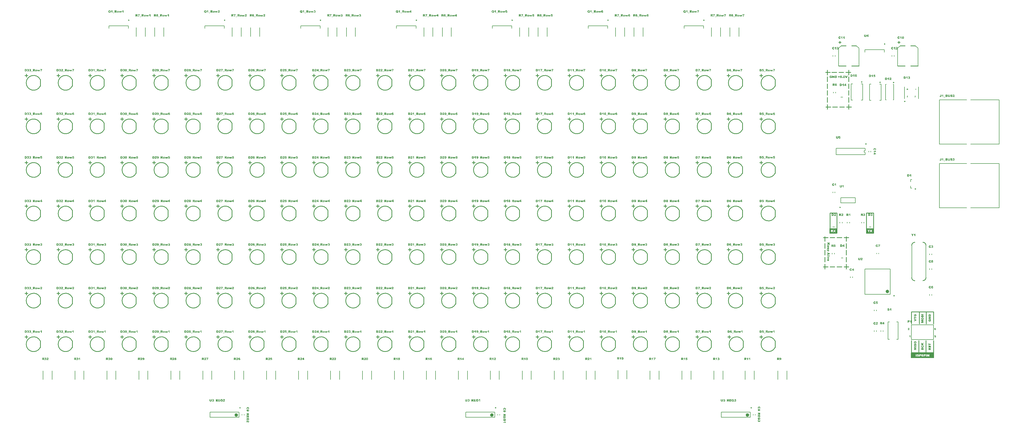
<source format=gto>
%FSLAX25Y25*%
%MOIN*%
G70*
G01*
G75*
G04 Layer_Color=65535*
%ADD10C,0.03937*%
%ADD11R,0.12992X0.07874*%
%ADD12R,0.22638X0.25590*%
%ADD13R,0.04921X0.12008*%
%ADD14O,0.02362X0.08661*%
%ADD15R,0.03543X0.03543*%
%ADD16O,0.02165X0.06890*%
%ADD17O,0.06890X0.02165*%
%ADD18R,0.03347X0.03347*%
%ADD19R,0.03937X0.03937*%
%ADD20R,0.06299X0.11811*%
%ADD21R,0.07874X0.23622*%
%ADD22R,0.06299X0.02362*%
%ADD23R,0.04724X0.13780*%
%ADD24R,0.08661X0.09252*%
%ADD25R,0.06102X0.09252*%
%ADD26R,0.03347X0.06693*%
%ADD27R,0.21850X0.25590*%
%ADD28R,0.02362X0.08661*%
%ADD29C,0.05000*%
%ADD30C,0.02000*%
%ADD31C,0.03000*%
%ADD32C,0.01500*%
%ADD33C,0.02500*%
%ADD34C,0.01000*%
%ADD35C,0.25000*%
%ADD36C,0.04724*%
%ADD37C,0.04724*%
%ADD38R,0.05906X0.05906*%
%ADD39C,0.05906*%
%ADD40C,0.05906*%
%ADD41C,0.06299*%
%ADD42C,0.11614*%
%ADD43R,0.05906X0.05906*%
%ADD44C,0.05000*%
%ADD45C,0.03937*%
%ADD46C,0.00984*%
%ADD47C,0.02362*%
%ADD48C,0.00787*%
G36*
X999609Y300296D02*
X997439D01*
Y300507D01*
X999609D01*
Y300296D01*
D02*
G37*
G36*
X1004406Y303075D02*
X1004459Y303069D01*
X1004523Y303063D01*
X1004593Y303051D01*
X1004669Y303034D01*
X1004827Y302987D01*
X1004915Y302958D01*
X1004997Y302917D01*
X1005079Y302876D01*
X1005155Y302823D01*
X1005231Y302765D01*
X1005295Y302695D01*
X1005301Y302689D01*
X1005307Y302683D01*
X1005319Y302665D01*
X1005336Y302642D01*
X1005359Y302607D01*
X1005383Y302572D01*
X1005436Y302484D01*
X1005482Y302373D01*
X1005529Y302244D01*
X1005558Y302098D01*
X1005570Y302016D01*
Y301934D01*
Y301928D01*
Y301911D01*
Y301887D01*
X1005564Y301852D01*
X1005558Y301805D01*
X1005553Y301759D01*
X1005541Y301700D01*
X1005529Y301642D01*
X1005488Y301507D01*
X1005459Y301437D01*
X1005430Y301367D01*
X1005389Y301296D01*
X1005342Y301226D01*
X1005289Y301162D01*
X1005231Y301097D01*
X1005225Y301092D01*
X1005213Y301086D01*
X1005196Y301068D01*
X1005167Y301045D01*
X1005131Y301022D01*
X1005090Y300998D01*
X1005044Y300969D01*
X1004985Y300940D01*
X1004927Y300904D01*
X1004856Y300875D01*
X1004780Y300852D01*
X1004693Y300828D01*
X1004605Y300805D01*
X1004511Y300787D01*
X1004406Y300782D01*
X1004301Y300776D01*
X1004248D01*
X1004213Y300782D01*
X1004166D01*
X1004113Y300787D01*
X1004055Y300799D01*
X1003996Y300811D01*
X1003856Y300840D01*
X1003716Y300887D01*
X1003569Y300957D01*
X1003505Y300998D01*
X1003441Y301045D01*
X1003435Y301051D01*
X1003423Y301062D01*
X1003406Y301080D01*
X1003376Y301103D01*
X1003347Y301138D01*
X1003318Y301179D01*
X1003277Y301226D01*
X1003242Y301279D01*
X1003207Y301337D01*
X1003172Y301402D01*
X1003137Y301478D01*
X1003107Y301554D01*
X1003078Y301636D01*
X1003061Y301724D01*
X1003049Y301817D01*
X1003043Y301917D01*
Y301922D01*
Y301940D01*
Y301963D01*
X1003049Y302004D01*
X1003055Y302045D01*
X1003061Y302098D01*
X1003072Y302151D01*
X1003084Y302215D01*
X1003125Y302344D01*
X1003154Y302414D01*
X1003189Y302484D01*
X1003224Y302554D01*
X1003271Y302624D01*
X1003324Y302689D01*
X1003382Y302753D01*
X1003388Y302759D01*
X1003400Y302765D01*
X1003417Y302782D01*
X1003447Y302806D01*
X1003476Y302829D01*
X1003523Y302858D01*
X1003569Y302888D01*
X1003622Y302917D01*
X1003686Y302946D01*
X1003757Y302975D01*
X1003827Y303005D01*
X1003909Y303028D01*
X1003996Y303051D01*
X1004090Y303069D01*
X1004189Y303075D01*
X1004295Y303081D01*
X1004359D01*
X1004406Y303075D01*
D02*
G37*
G36*
X1011818Y241728D02*
X1010964D01*
Y243753D01*
X1010952Y243747D01*
X1010929Y243729D01*
X1010888Y243700D01*
X1010835Y243659D01*
X1010771Y243618D01*
X1010706Y243577D01*
X1010560Y243495D01*
X1010554Y243489D01*
X1010525Y243478D01*
X1010484Y243460D01*
X1010426Y243437D01*
X1010355Y243407D01*
X1010273Y243378D01*
X1010180Y243349D01*
X1010075Y243314D01*
Y244004D01*
X1010081D01*
X1010092Y244010D01*
X1010116Y244016D01*
X1010145Y244027D01*
X1010180Y244039D01*
X1010221Y244057D01*
X1010320Y244098D01*
X1010426Y244145D01*
X1010537Y244197D01*
X1010642Y244262D01*
X1010742Y244332D01*
X1010753Y244343D01*
X1010783Y244367D01*
X1010823Y244408D01*
X1010876Y244466D01*
X1010940Y244536D01*
X1010999Y244624D01*
X1011063Y244718D01*
X1011116Y244823D01*
X1011818D01*
Y241728D01*
D02*
G37*
G36*
X1008928D02*
X1008173D01*
X1007729Y243051D01*
X1007296Y241728D01*
X1006541D01*
X1005728Y243928D01*
X1006541D01*
X1006898Y242547D01*
X1007349Y243928D01*
X1008103D01*
X1008571Y242536D01*
X1008928Y243928D01*
X1009741D01*
X1008928Y241728D01*
D02*
G37*
G36*
X996719Y300828D02*
X995865D01*
Y302853D01*
X995853Y302847D01*
X995830Y302829D01*
X995789Y302800D01*
X995736Y302759D01*
X995672Y302718D01*
X995608Y302677D01*
X995461Y302595D01*
X995455Y302589D01*
X995426Y302578D01*
X995385Y302560D01*
X995327Y302537D01*
X995257Y302507D01*
X995175Y302478D01*
X995081Y302449D01*
X994976Y302414D01*
Y303104D01*
X994982D01*
X994993Y303110D01*
X995017Y303116D01*
X995046Y303128D01*
X995081Y303139D01*
X995122Y303157D01*
X995222Y303198D01*
X995327Y303244D01*
X995438Y303297D01*
X995543Y303362D01*
X995643Y303432D01*
X995654Y303443D01*
X995684Y303467D01*
X995725Y303508D01*
X995777Y303566D01*
X995842Y303636D01*
X995900Y303724D01*
X995964Y303818D01*
X996017Y303923D01*
X996719D01*
Y300828D01*
D02*
G37*
G36*
X1001627Y303865D02*
X1001721Y303859D01*
X1001826Y303853D01*
X1001937Y303841D01*
X1002043Y303818D01*
X1002136Y303794D01*
X1002148Y303788D01*
X1002177Y303777D01*
X1002218Y303759D01*
X1002271Y303730D01*
X1002329Y303695D01*
X1002394Y303642D01*
X1002452Y303584D01*
X1002511Y303514D01*
X1002516Y303502D01*
X1002534Y303479D01*
X1002557Y303437D01*
X1002587Y303379D01*
X1002610Y303309D01*
X1002633Y303221D01*
X1002651Y303128D01*
X1002657Y303022D01*
Y303011D01*
Y302981D01*
X1002651Y302934D01*
X1002645Y302876D01*
X1002628Y302806D01*
X1002610Y302730D01*
X1002581Y302654D01*
X1002546Y302583D01*
X1002540Y302578D01*
X1002528Y302554D01*
X1002499Y302519D01*
X1002470Y302478D01*
X1002423Y302431D01*
X1002376Y302379D01*
X1002312Y302332D01*
X1002247Y302285D01*
X1002242D01*
X1002224Y302273D01*
X1002195Y302262D01*
X1002160Y302244D01*
X1002113Y302227D01*
X1002054Y302209D01*
X1001990Y302186D01*
X1001914Y302168D01*
X1001920D01*
X1001943Y302156D01*
X1001972Y302145D01*
X1002007Y302133D01*
X1002089Y302098D01*
X1002125Y302075D01*
X1002160Y302057D01*
X1002171Y302051D01*
X1002201Y302022D01*
X1002218Y301998D01*
X1002242Y301969D01*
X1002271Y301934D01*
X1002306Y301893D01*
X1002312Y301887D01*
X1002323Y301876D01*
X1002341Y301852D01*
X1002359Y301823D01*
X1002405Y301764D01*
X1002423Y301735D01*
X1002440Y301706D01*
X1002903Y300828D01*
X1001838D01*
X1001329Y301753D01*
X1001323Y301759D01*
X1001311Y301782D01*
X1001294Y301811D01*
X1001270Y301852D01*
X1001218Y301928D01*
X1001188Y301963D01*
X1001159Y301987D01*
X1001153Y301993D01*
X1001142Y301998D01*
X1001118Y302010D01*
X1001095Y302028D01*
X1001060Y302039D01*
X1001019Y302051D01*
X1000978Y302057D01*
X1000931Y302063D01*
X1000849D01*
Y300828D01*
X999907D01*
Y303870D01*
X1001580D01*
X1001627Y303865D01*
D02*
G37*
G36*
X990313D02*
X990354D01*
X990448Y303859D01*
X990553Y303841D01*
X990664Y303824D01*
X990775Y303794D01*
X990875Y303753D01*
X990881D01*
X990887Y303748D01*
X990916Y303736D01*
X990963Y303707D01*
X991027Y303672D01*
X991091Y303625D01*
X991162Y303572D01*
X991232Y303508D01*
X991296Y303432D01*
X991302Y303420D01*
X991325Y303397D01*
X991355Y303350D01*
X991390Y303297D01*
X991431Y303221D01*
X991472Y303139D01*
X991507Y303046D01*
X991542Y302946D01*
Y302940D01*
X991548Y302934D01*
X991553Y302899D01*
X991565Y302841D01*
X991583Y302765D01*
X991595Y302677D01*
X991606Y302578D01*
X991612Y302472D01*
X991618Y302355D01*
Y302349D01*
Y302332D01*
Y302309D01*
Y302273D01*
X991612Y302232D01*
Y302186D01*
X991606Y302080D01*
X991589Y301958D01*
X991571Y301835D01*
X991542Y301712D01*
X991507Y301601D01*
X991501Y301589D01*
X991489Y301554D01*
X991460Y301507D01*
X991425Y301443D01*
X991384Y301373D01*
X991331Y301296D01*
X991267Y301220D01*
X991197Y301150D01*
X991185Y301144D01*
X991162Y301121D01*
X991121Y301092D01*
X991068Y301051D01*
X991004Y301010D01*
X990933Y300975D01*
X990851Y300940D01*
X990770Y300910D01*
X990764D01*
X990758Y300904D01*
X990740D01*
X990717Y300899D01*
X990658Y300887D01*
X990582Y300869D01*
X990495Y300852D01*
X990401Y300840D01*
X990308Y300834D01*
X990208Y300828D01*
X988816D01*
Y303870D01*
X990278D01*
X990313Y303865D01*
D02*
G37*
G36*
X993309Y303917D02*
X993349D01*
X993449Y303911D01*
X993560Y303900D01*
X993677Y303876D01*
X993788Y303853D01*
X993888Y303818D01*
X993894D01*
X993899Y303812D01*
X993929Y303800D01*
X993975Y303777D01*
X994034Y303742D01*
X994092Y303701D01*
X994157Y303648D01*
X994221Y303584D01*
X994280Y303508D01*
X994285Y303496D01*
X994303Y303473D01*
X994326Y303426D01*
X994356Y303367D01*
X994379Y303297D01*
X994403Y303221D01*
X994420Y303128D01*
X994426Y303034D01*
Y303028D01*
Y303022D01*
Y302987D01*
X994420Y302934D01*
X994408Y302864D01*
X994385Y302782D01*
X994356Y302695D01*
X994315Y302601D01*
X994262Y302502D01*
X994256Y302490D01*
X994233Y302461D01*
X994186Y302408D01*
X994127Y302338D01*
X994046Y302256D01*
X993940Y302162D01*
X993882Y302110D01*
X993818Y302057D01*
X993741Y302004D01*
X993665Y301946D01*
X993654Y301940D01*
X993624Y301917D01*
X993583Y301887D01*
X993531Y301852D01*
X993414Y301770D01*
X993367Y301729D01*
X993326Y301700D01*
X993320Y301694D01*
X993309Y301688D01*
X993291Y301671D01*
X993268Y301653D01*
X993203Y301595D01*
X993121Y301519D01*
X994449D01*
Y300828D01*
X991910D01*
Y300834D01*
Y300846D01*
X991916Y300864D01*
X991922Y300893D01*
X991928Y300928D01*
X991934Y300963D01*
X991957Y301057D01*
X991992Y301162D01*
X992039Y301285D01*
X992098Y301408D01*
X992174Y301530D01*
Y301536D01*
X992185Y301548D01*
X992197Y301566D01*
X992220Y301589D01*
X992244Y301624D01*
X992273Y301659D01*
X992314Y301706D01*
X992361Y301753D01*
X992414Y301811D01*
X992472Y301870D01*
X992542Y301934D01*
X992618Y302004D01*
X992700Y302075D01*
X992788Y302151D01*
X992887Y302232D01*
X992999Y302314D01*
X993004Y302320D01*
X993016Y302326D01*
X993034Y302344D01*
X993057Y302361D01*
X993121Y302408D01*
X993197Y302472D01*
X993279Y302537D01*
X993361Y302607D01*
X993425Y302671D01*
X993455Y302700D01*
X993478Y302730D01*
X993484Y302735D01*
X993496Y302753D01*
X993513Y302782D01*
X993531Y302817D01*
X993548Y302858D01*
X993566Y302905D01*
X993578Y302958D01*
X993583Y303005D01*
Y303011D01*
Y303028D01*
X993578Y303057D01*
X993572Y303086D01*
X993560Y303128D01*
X993537Y303163D01*
X993513Y303204D01*
X993478Y303244D01*
X993472Y303250D01*
X993461Y303262D01*
X993437Y303274D01*
X993408Y303297D01*
X993373Y303315D01*
X993326Y303326D01*
X993279Y303338D01*
X993221Y303344D01*
X993192D01*
X993162Y303338D01*
X993127Y303332D01*
X993086Y303321D01*
X993039Y303297D01*
X992999Y303274D01*
X992957Y303239D01*
X992952Y303233D01*
X992940Y303221D01*
X992922Y303192D01*
X992905Y303157D01*
X992881Y303110D01*
X992858Y303046D01*
X992840Y302970D01*
X992823Y302882D01*
X991975Y302946D01*
Y302952D01*
Y302964D01*
X991981Y302981D01*
X991986Y303005D01*
X991998Y303069D01*
X992016Y303151D01*
X992039Y303239D01*
X992068Y303332D01*
X992103Y303420D01*
X992150Y303502D01*
X992156Y303514D01*
X992174Y303537D01*
X992203Y303572D01*
X992250Y303619D01*
X992302Y303666D01*
X992367Y303718D01*
X992443Y303771D01*
X992525Y303812D01*
X992536Y303818D01*
X992571Y303830D01*
X992624Y303847D01*
X992700Y303870D01*
X992800Y303888D01*
X992911Y303906D01*
X993045Y303917D01*
X993197Y303923D01*
X993273D01*
X993309Y303917D01*
D02*
G37*
G36*
X999609Y241196D02*
X997439D01*
Y241407D01*
X999609D01*
Y241196D01*
D02*
G37*
G36*
X1004406Y243975D02*
X1004459Y243969D01*
X1004523Y243963D01*
X1004593Y243951D01*
X1004669Y243934D01*
X1004827Y243887D01*
X1004915Y243858D01*
X1004997Y243817D01*
X1005079Y243776D01*
X1005155Y243723D01*
X1005231Y243665D01*
X1005295Y243595D01*
X1005301Y243589D01*
X1005307Y243583D01*
X1005319Y243565D01*
X1005336Y243542D01*
X1005359Y243507D01*
X1005383Y243472D01*
X1005436Y243384D01*
X1005482Y243273D01*
X1005529Y243144D01*
X1005558Y242998D01*
X1005570Y242916D01*
Y242834D01*
Y242828D01*
Y242811D01*
Y242787D01*
X1005564Y242752D01*
X1005558Y242705D01*
X1005553Y242659D01*
X1005541Y242600D01*
X1005529Y242542D01*
X1005488Y242407D01*
X1005459Y242337D01*
X1005430Y242267D01*
X1005389Y242196D01*
X1005342Y242126D01*
X1005289Y242062D01*
X1005231Y241998D01*
X1005225Y241992D01*
X1005213Y241986D01*
X1005196Y241968D01*
X1005167Y241945D01*
X1005131Y241921D01*
X1005090Y241898D01*
X1005044Y241869D01*
X1004985Y241840D01*
X1004927Y241805D01*
X1004856Y241775D01*
X1004780Y241752D01*
X1004693Y241728D01*
X1004605Y241705D01*
X1004511Y241687D01*
X1004406Y241682D01*
X1004301Y241676D01*
X1004248D01*
X1004213Y241682D01*
X1004166D01*
X1004113Y241687D01*
X1004055Y241699D01*
X1003996Y241711D01*
X1003856Y241740D01*
X1003716Y241787D01*
X1003569Y241857D01*
X1003505Y241898D01*
X1003441Y241945D01*
X1003435Y241951D01*
X1003423Y241962D01*
X1003406Y241980D01*
X1003376Y242003D01*
X1003347Y242038D01*
X1003318Y242079D01*
X1003277Y242126D01*
X1003242Y242179D01*
X1003207Y242237D01*
X1003172Y242302D01*
X1003137Y242378D01*
X1003107Y242454D01*
X1003078Y242536D01*
X1003061Y242623D01*
X1003049Y242717D01*
X1003043Y242816D01*
Y242822D01*
Y242840D01*
Y242863D01*
X1003049Y242904D01*
X1003055Y242945D01*
X1003061Y242998D01*
X1003072Y243051D01*
X1003084Y243115D01*
X1003125Y243244D01*
X1003154Y243314D01*
X1003189Y243384D01*
X1003224Y243454D01*
X1003271Y243524D01*
X1003324Y243589D01*
X1003382Y243653D01*
X1003388Y243659D01*
X1003400Y243665D01*
X1003417Y243682D01*
X1003447Y243706D01*
X1003476Y243729D01*
X1003523Y243758D01*
X1003569Y243788D01*
X1003622Y243817D01*
X1003686Y243846D01*
X1003757Y243875D01*
X1003827Y243905D01*
X1003909Y243928D01*
X1003996Y243951D01*
X1004090Y243969D01*
X1004189Y243975D01*
X1004295Y243981D01*
X1004359D01*
X1004406Y243975D01*
D02*
G37*
G36*
X1055685Y598597D02*
X1055680Y598591D01*
X1055674Y598585D01*
X1055656Y598568D01*
X1055633Y598545D01*
X1055574Y598486D01*
X1055498Y598410D01*
X1055410Y598316D01*
X1055323Y598205D01*
X1055235Y598088D01*
X1055147Y597965D01*
Y597960D01*
X1055136Y597948D01*
X1055124Y597924D01*
X1055106Y597895D01*
X1055083Y597854D01*
X1055054Y597807D01*
X1055030Y597755D01*
X1054995Y597696D01*
X1054966Y597632D01*
X1054931Y597562D01*
X1054860Y597410D01*
X1054796Y597234D01*
X1054732Y597053D01*
Y597047D01*
X1054726Y597035D01*
X1054720Y597012D01*
X1054714Y596982D01*
X1054703Y596947D01*
X1054691Y596901D01*
X1054679Y596848D01*
X1054667Y596790D01*
X1054656Y596725D01*
X1054644Y596655D01*
X1054615Y596497D01*
X1054591Y596321D01*
X1054574Y596128D01*
X1053732D01*
Y596134D01*
X1053737Y596164D01*
X1053743Y596199D01*
X1053749Y596251D01*
X1053761Y596316D01*
X1053772Y596392D01*
X1053790Y596474D01*
X1053808Y596561D01*
X1053831Y596661D01*
X1053848Y596760D01*
X1053907Y596965D01*
X1053965Y597176D01*
X1054041Y597374D01*
Y597380D01*
X1054053Y597398D01*
X1054065Y597427D01*
X1054082Y597462D01*
X1054106Y597509D01*
X1054135Y597562D01*
X1054170Y597626D01*
X1054205Y597696D01*
X1054252Y597778D01*
X1054305Y597860D01*
X1054422Y598041D01*
X1054556Y598246D01*
X1054720Y598457D01*
X1053217D01*
Y599170D01*
X1055685D01*
Y598597D01*
D02*
G37*
G36*
X1052228Y596128D02*
X1051473D01*
X1051029Y597450D01*
X1050596Y596128D01*
X1049841D01*
X1049028Y598328D01*
X1049841D01*
X1050198Y596947D01*
X1050648Y598328D01*
X1051403D01*
X1051871Y596936D01*
X1052228Y598328D01*
X1053041D01*
X1052228Y596128D01*
D02*
G37*
G36*
X996719Y241728D02*
X995865D01*
Y243753D01*
X995853Y243747D01*
X995830Y243729D01*
X995789Y243700D01*
X995736Y243659D01*
X995672Y243618D01*
X995608Y243577D01*
X995461Y243495D01*
X995455Y243489D01*
X995426Y243478D01*
X995385Y243460D01*
X995327Y243437D01*
X995257Y243407D01*
X995175Y243378D01*
X995081Y243349D01*
X994976Y243314D01*
Y244004D01*
X994982D01*
X994993Y244010D01*
X995017Y244016D01*
X995046Y244027D01*
X995081Y244039D01*
X995122Y244057D01*
X995222Y244098D01*
X995327Y244145D01*
X995438Y244197D01*
X995543Y244262D01*
X995643Y244332D01*
X995654Y244343D01*
X995684Y244367D01*
X995725Y244408D01*
X995777Y244466D01*
X995842Y244536D01*
X995900Y244624D01*
X995964Y244718D01*
X996017Y244823D01*
X996719D01*
Y241728D01*
D02*
G37*
G36*
X1001627Y244765D02*
X1001721Y244759D01*
X1001826Y244753D01*
X1001937Y244741D01*
X1002043Y244718D01*
X1002136Y244694D01*
X1002148Y244689D01*
X1002177Y244677D01*
X1002218Y244659D01*
X1002271Y244630D01*
X1002329Y244595D01*
X1002394Y244542D01*
X1002452Y244484D01*
X1002511Y244414D01*
X1002516Y244402D01*
X1002534Y244378D01*
X1002557Y244338D01*
X1002587Y244279D01*
X1002610Y244209D01*
X1002633Y244121D01*
X1002651Y244027D01*
X1002657Y243922D01*
Y243911D01*
Y243881D01*
X1002651Y243834D01*
X1002645Y243776D01*
X1002628Y243706D01*
X1002610Y243630D01*
X1002581Y243554D01*
X1002546Y243483D01*
X1002540Y243478D01*
X1002528Y243454D01*
X1002499Y243419D01*
X1002470Y243378D01*
X1002423Y243331D01*
X1002376Y243279D01*
X1002312Y243232D01*
X1002247Y243185D01*
X1002242D01*
X1002224Y243173D01*
X1002195Y243162D01*
X1002160Y243144D01*
X1002113Y243127D01*
X1002054Y243109D01*
X1001990Y243086D01*
X1001914Y243068D01*
X1001920D01*
X1001943Y243056D01*
X1001972Y243045D01*
X1002007Y243033D01*
X1002089Y242998D01*
X1002125Y242974D01*
X1002160Y242957D01*
X1002171Y242951D01*
X1002201Y242922D01*
X1002218Y242898D01*
X1002242Y242869D01*
X1002271Y242834D01*
X1002306Y242793D01*
X1002312Y242787D01*
X1002323Y242776D01*
X1002341Y242752D01*
X1002359Y242723D01*
X1002405Y242664D01*
X1002423Y242635D01*
X1002440Y242606D01*
X1002903Y241728D01*
X1001838D01*
X1001329Y242653D01*
X1001323Y242659D01*
X1001311Y242682D01*
X1001294Y242711D01*
X1001270Y242752D01*
X1001218Y242828D01*
X1001188Y242863D01*
X1001159Y242887D01*
X1001153Y242893D01*
X1001142Y242898D01*
X1001118Y242910D01*
X1001095Y242928D01*
X1001060Y242939D01*
X1001019Y242951D01*
X1000978Y242957D01*
X1000931Y242963D01*
X1000849D01*
Y241728D01*
X999907D01*
Y244770D01*
X1001580D01*
X1001627Y244765D01*
D02*
G37*
G36*
X990313D02*
X990354D01*
X990448Y244759D01*
X990553Y244741D01*
X990664Y244724D01*
X990775Y244694D01*
X990875Y244653D01*
X990881D01*
X990887Y244648D01*
X990916Y244636D01*
X990963Y244607D01*
X991027Y244571D01*
X991091Y244525D01*
X991162Y244472D01*
X991232Y244408D01*
X991296Y244332D01*
X991302Y244320D01*
X991325Y244297D01*
X991355Y244250D01*
X991390Y244197D01*
X991431Y244121D01*
X991472Y244039D01*
X991507Y243946D01*
X991542Y243846D01*
Y243840D01*
X991548Y243834D01*
X991553Y243799D01*
X991565Y243741D01*
X991583Y243665D01*
X991595Y243577D01*
X991606Y243478D01*
X991612Y243372D01*
X991618Y243255D01*
Y243249D01*
Y243232D01*
Y243209D01*
Y243173D01*
X991612Y243132D01*
Y243086D01*
X991606Y242980D01*
X991589Y242858D01*
X991571Y242735D01*
X991542Y242612D01*
X991507Y242501D01*
X991501Y242489D01*
X991489Y242454D01*
X991460Y242407D01*
X991425Y242343D01*
X991384Y242272D01*
X991331Y242196D01*
X991267Y242120D01*
X991197Y242050D01*
X991185Y242044D01*
X991162Y242021D01*
X991121Y241992D01*
X991068Y241951D01*
X991004Y241910D01*
X990933Y241875D01*
X990851Y241840D01*
X990770Y241810D01*
X990764D01*
X990758Y241805D01*
X990740D01*
X990717Y241799D01*
X990658Y241787D01*
X990582Y241769D01*
X990495Y241752D01*
X990401Y241740D01*
X990308Y241734D01*
X990208Y241728D01*
X988816D01*
Y244770D01*
X990278D01*
X990313Y244765D01*
D02*
G37*
G36*
X993309Y244817D02*
X993349D01*
X993449Y244811D01*
X993560Y244800D01*
X993677Y244776D01*
X993788Y244753D01*
X993888Y244718D01*
X993894D01*
X993899Y244712D01*
X993929Y244700D01*
X993975Y244677D01*
X994034Y244642D01*
X994092Y244601D01*
X994157Y244548D01*
X994221Y244484D01*
X994280Y244408D01*
X994285Y244396D01*
X994303Y244373D01*
X994326Y244326D01*
X994356Y244267D01*
X994379Y244197D01*
X994403Y244121D01*
X994420Y244027D01*
X994426Y243934D01*
Y243928D01*
Y243922D01*
Y243887D01*
X994420Y243834D01*
X994408Y243764D01*
X994385Y243682D01*
X994356Y243595D01*
X994315Y243501D01*
X994262Y243402D01*
X994256Y243390D01*
X994233Y243361D01*
X994186Y243308D01*
X994127Y243238D01*
X994046Y243156D01*
X993940Y243062D01*
X993882Y243010D01*
X993818Y242957D01*
X993741Y242904D01*
X993665Y242846D01*
X993654Y242840D01*
X993624Y242816D01*
X993583Y242787D01*
X993531Y242752D01*
X993414Y242670D01*
X993367Y242629D01*
X993326Y242600D01*
X993320Y242594D01*
X993309Y242588D01*
X993291Y242571D01*
X993268Y242553D01*
X993203Y242495D01*
X993121Y242419D01*
X994449D01*
Y241728D01*
X991910D01*
Y241734D01*
Y241746D01*
X991916Y241763D01*
X991922Y241793D01*
X991928Y241828D01*
X991934Y241863D01*
X991957Y241957D01*
X991992Y242062D01*
X992039Y242185D01*
X992098Y242308D01*
X992174Y242430D01*
Y242436D01*
X992185Y242448D01*
X992197Y242465D01*
X992220Y242489D01*
X992244Y242524D01*
X992273Y242559D01*
X992314Y242606D01*
X992361Y242653D01*
X992414Y242711D01*
X992472Y242770D01*
X992542Y242834D01*
X992618Y242904D01*
X992700Y242974D01*
X992788Y243051D01*
X992887Y243132D01*
X992999Y243214D01*
X993004Y243220D01*
X993016Y243226D01*
X993034Y243244D01*
X993057Y243261D01*
X993121Y243308D01*
X993197Y243372D01*
X993279Y243437D01*
X993361Y243507D01*
X993425Y243571D01*
X993455Y243600D01*
X993478Y243630D01*
X993484Y243636D01*
X993496Y243653D01*
X993513Y243682D01*
X993531Y243717D01*
X993548Y243758D01*
X993566Y243805D01*
X993578Y243858D01*
X993583Y243905D01*
Y243911D01*
Y243928D01*
X993578Y243957D01*
X993572Y243987D01*
X993560Y244027D01*
X993537Y244063D01*
X993513Y244104D01*
X993478Y244145D01*
X993472Y244150D01*
X993461Y244162D01*
X993437Y244174D01*
X993408Y244197D01*
X993373Y244215D01*
X993326Y244226D01*
X993279Y244238D01*
X993221Y244244D01*
X993192D01*
X993162Y244238D01*
X993127Y244232D01*
X993086Y244220D01*
X993039Y244197D01*
X992999Y244174D01*
X992957Y244139D01*
X992952Y244133D01*
X992940Y244121D01*
X992922Y244092D01*
X992905Y244057D01*
X992881Y244010D01*
X992858Y243946D01*
X992840Y243869D01*
X992823Y243782D01*
X991975Y243846D01*
Y243852D01*
Y243864D01*
X991981Y243881D01*
X991986Y243905D01*
X991998Y243969D01*
X992016Y244051D01*
X992039Y244139D01*
X992068Y244232D01*
X992103Y244320D01*
X992150Y244402D01*
X992156Y244414D01*
X992174Y244437D01*
X992203Y244472D01*
X992250Y244519D01*
X992302Y244566D01*
X992367Y244618D01*
X992443Y244671D01*
X992525Y244712D01*
X992536Y244718D01*
X992571Y244729D01*
X992624Y244747D01*
X992700Y244770D01*
X992800Y244788D01*
X992911Y244806D01*
X993045Y244817D01*
X993197Y244823D01*
X993273D01*
X993309Y244817D01*
D02*
G37*
G36*
X999609Y418396D02*
X997439D01*
Y418607D01*
X999609D01*
Y418396D01*
D02*
G37*
G36*
X1004406Y421175D02*
X1004459Y421169D01*
X1004523Y421163D01*
X1004593Y421151D01*
X1004669Y421134D01*
X1004827Y421087D01*
X1004915Y421058D01*
X1004997Y421017D01*
X1005079Y420976D01*
X1005155Y420923D01*
X1005231Y420865D01*
X1005295Y420795D01*
X1005301Y420789D01*
X1005307Y420783D01*
X1005319Y420765D01*
X1005336Y420742D01*
X1005359Y420707D01*
X1005383Y420672D01*
X1005436Y420584D01*
X1005482Y420473D01*
X1005529Y420344D01*
X1005558Y420198D01*
X1005570Y420116D01*
Y420034D01*
Y420028D01*
Y420011D01*
Y419987D01*
X1005564Y419952D01*
X1005558Y419905D01*
X1005553Y419859D01*
X1005541Y419800D01*
X1005529Y419742D01*
X1005488Y419607D01*
X1005459Y419537D01*
X1005430Y419467D01*
X1005389Y419396D01*
X1005342Y419326D01*
X1005289Y419262D01*
X1005231Y419198D01*
X1005225Y419192D01*
X1005213Y419186D01*
X1005196Y419168D01*
X1005167Y419145D01*
X1005131Y419122D01*
X1005090Y419098D01*
X1005044Y419069D01*
X1004985Y419040D01*
X1004927Y419004D01*
X1004856Y418975D01*
X1004780Y418952D01*
X1004693Y418928D01*
X1004605Y418905D01*
X1004511Y418888D01*
X1004406Y418882D01*
X1004301Y418876D01*
X1004248D01*
X1004213Y418882D01*
X1004166D01*
X1004113Y418888D01*
X1004055Y418899D01*
X1003996Y418911D01*
X1003856Y418940D01*
X1003716Y418987D01*
X1003569Y419057D01*
X1003505Y419098D01*
X1003441Y419145D01*
X1003435Y419151D01*
X1003423Y419162D01*
X1003406Y419180D01*
X1003376Y419203D01*
X1003347Y419239D01*
X1003318Y419279D01*
X1003277Y419326D01*
X1003242Y419379D01*
X1003207Y419437D01*
X1003172Y419502D01*
X1003137Y419578D01*
X1003107Y419654D01*
X1003078Y419736D01*
X1003061Y419824D01*
X1003049Y419917D01*
X1003043Y420016D01*
Y420022D01*
Y420040D01*
Y420063D01*
X1003049Y420104D01*
X1003055Y420145D01*
X1003061Y420198D01*
X1003072Y420251D01*
X1003084Y420315D01*
X1003125Y420444D01*
X1003154Y420514D01*
X1003189Y420584D01*
X1003224Y420654D01*
X1003271Y420724D01*
X1003324Y420789D01*
X1003382Y420853D01*
X1003388Y420859D01*
X1003400Y420865D01*
X1003417Y420882D01*
X1003447Y420906D01*
X1003476Y420929D01*
X1003523Y420958D01*
X1003569Y420988D01*
X1003622Y421017D01*
X1003686Y421046D01*
X1003757Y421075D01*
X1003827Y421105D01*
X1003909Y421128D01*
X1003996Y421151D01*
X1004090Y421169D01*
X1004189Y421175D01*
X1004295Y421181D01*
X1004359D01*
X1004406Y421175D01*
D02*
G37*
G36*
X1008928Y359828D02*
X1008173D01*
X1007729Y361151D01*
X1007296Y359828D01*
X1006541D01*
X1005728Y362028D01*
X1006541D01*
X1006898Y360647D01*
X1007349Y362028D01*
X1008103D01*
X1008571Y360636D01*
X1008928Y362028D01*
X1009741D01*
X1008928Y359828D01*
D02*
G37*
G36*
X1011204Y362917D02*
X1011250D01*
X1011309Y362911D01*
X1011438Y362894D01*
X1011578Y362870D01*
X1011718Y362829D01*
X1011853Y362777D01*
X1011911Y362742D01*
X1011964Y362701D01*
X1011970D01*
X1011976Y362689D01*
X1012005Y362660D01*
X1012052Y362613D01*
X1012099Y362549D01*
X1012146Y362467D01*
X1012192Y362373D01*
X1012222Y362262D01*
X1012233Y362204D01*
Y362139D01*
Y362133D01*
Y362104D01*
X1012227Y362069D01*
X1012222Y362022D01*
X1012204Y361964D01*
X1012187Y361905D01*
X1012157Y361841D01*
X1012122Y361782D01*
X1012116Y361776D01*
X1012105Y361753D01*
X1012075Y361724D01*
X1012040Y361689D01*
X1011999Y361642D01*
X1011941Y361595D01*
X1011876Y361548D01*
X1011800Y361502D01*
X1011806D01*
X1011830Y361496D01*
X1011859Y361484D01*
X1011900Y361472D01*
X1011988Y361443D01*
X1012029Y361425D01*
X1012070Y361402D01*
X1012075Y361396D01*
X1012093Y361385D01*
X1012122Y361367D01*
X1012157Y361338D01*
X1012192Y361303D01*
X1012233Y361262D01*
X1012268Y361209D01*
X1012304Y361156D01*
X1012309Y361151D01*
X1012315Y361127D01*
X1012333Y361098D01*
X1012350Y361051D01*
X1012362Y360998D01*
X1012379Y360934D01*
X1012385Y360864D01*
X1012391Y360788D01*
Y360776D01*
Y360741D01*
X1012385Y360694D01*
X1012374Y360624D01*
X1012356Y360548D01*
X1012333Y360460D01*
X1012298Y360372D01*
X1012251Y360279D01*
X1012245Y360267D01*
X1012227Y360238D01*
X1012192Y360197D01*
X1012146Y360144D01*
X1012093Y360080D01*
X1012023Y360021D01*
X1011941Y359957D01*
X1011847Y359905D01*
X1011835Y359899D01*
X1011800Y359887D01*
X1011742Y359863D01*
X1011666Y359840D01*
X1011566Y359817D01*
X1011449Y359793D01*
X1011315Y359782D01*
X1011163Y359776D01*
X1011092D01*
X1011057Y359782D01*
X1011016D01*
X1010923Y359788D01*
X1010818Y359799D01*
X1010712Y359817D01*
X1010607Y359840D01*
X1010507Y359869D01*
X1010496Y359875D01*
X1010467Y359887D01*
X1010426Y359910D01*
X1010367Y359945D01*
X1010309Y359981D01*
X1010238Y360033D01*
X1010174Y360092D01*
X1010116Y360156D01*
X1010110Y360168D01*
X1010092Y360191D01*
X1010063Y360232D01*
X1010028Y360285D01*
X1009993Y360355D01*
X1009952Y360431D01*
X1009917Y360525D01*
X1009882Y360624D01*
X1010724Y360741D01*
Y360729D01*
X1010736Y360700D01*
X1010747Y360653D01*
X1010759Y360601D01*
X1010806Y360484D01*
X1010841Y360431D01*
X1010876Y360384D01*
X1010882Y360378D01*
X1010894Y360372D01*
X1010917Y360355D01*
X1010952Y360337D01*
X1010987Y360320D01*
X1011034Y360308D01*
X1011087Y360296D01*
X1011145Y360291D01*
X1011174D01*
X1011204Y360296D01*
X1011245Y360308D01*
X1011286Y360320D01*
X1011338Y360343D01*
X1011385Y360372D01*
X1011426Y360413D01*
X1011432Y360419D01*
X1011444Y360437D01*
X1011461Y360466D01*
X1011485Y360501D01*
X1011508Y360548D01*
X1011525Y360607D01*
X1011537Y360671D01*
X1011543Y360747D01*
Y360759D01*
Y360782D01*
X1011537Y360817D01*
X1011531Y360870D01*
X1011514Y360922D01*
X1011496Y360975D01*
X1011467Y361028D01*
X1011432Y361074D01*
X1011426Y361080D01*
X1011414Y361092D01*
X1011385Y361110D01*
X1011356Y361133D01*
X1011309Y361156D01*
X1011262Y361174D01*
X1011198Y361186D01*
X1011133Y361192D01*
X1011092D01*
X1011063Y361186D01*
X1011022Y361180D01*
X1010975Y361168D01*
X1010923Y361156D01*
X1010864Y361139D01*
X1010905Y361741D01*
X1010946D01*
X1010981Y361736D01*
X1011046D01*
X1011075Y361741D01*
X1011110Y361747D01*
X1011157Y361759D01*
X1011204Y361782D01*
X1011250Y361806D01*
X1011291Y361841D01*
X1011297Y361847D01*
X1011309Y361858D01*
X1011327Y361882D01*
X1011350Y361911D01*
X1011368Y361946D01*
X1011385Y361987D01*
X1011397Y362034D01*
X1011403Y362087D01*
Y362092D01*
Y362110D01*
X1011397Y362133D01*
X1011391Y362168D01*
X1011379Y362204D01*
X1011368Y362239D01*
X1011344Y362274D01*
X1011315Y362309D01*
X1011309Y362315D01*
X1011297Y362320D01*
X1011280Y362338D01*
X1011256Y362356D01*
X1011221Y362367D01*
X1011186Y362385D01*
X1011139Y362391D01*
X1011087Y362397D01*
X1011063D01*
X1011034Y362391D01*
X1011005Y362385D01*
X1010964Y362373D01*
X1010923Y362356D01*
X1010882Y362332D01*
X1010847Y362303D01*
X1010841Y362297D01*
X1010829Y362285D01*
X1010818Y362262D01*
X1010794Y362233D01*
X1010777Y362192D01*
X1010753Y362133D01*
X1010736Y362069D01*
X1010724Y361993D01*
X1009928Y362133D01*
Y362139D01*
X1009934Y362151D01*
X1009940Y362168D01*
X1009946Y362198D01*
X1009975Y362262D01*
X1010010Y362350D01*
X1010063Y362443D01*
X1010127Y362543D01*
X1010209Y362636D01*
X1010303Y362718D01*
X1010309D01*
X1010314Y362730D01*
X1010332Y362736D01*
X1010355Y362753D01*
X1010385Y362765D01*
X1010420Y362783D01*
X1010461Y362800D01*
X1010513Y362824D01*
X1010566Y362841D01*
X1010625Y362859D01*
X1010689Y362876D01*
X1010765Y362894D01*
X1010923Y362917D01*
X1011104Y362923D01*
X1011163D01*
X1011204Y362917D01*
D02*
G37*
G36*
X996719Y418928D02*
X995865D01*
Y420953D01*
X995853Y420947D01*
X995830Y420929D01*
X995789Y420900D01*
X995736Y420859D01*
X995672Y420818D01*
X995608Y420777D01*
X995461Y420695D01*
X995455Y420689D01*
X995426Y420678D01*
X995385Y420660D01*
X995327Y420637D01*
X995257Y420607D01*
X995175Y420578D01*
X995081Y420549D01*
X994976Y420514D01*
Y421204D01*
X994982D01*
X994993Y421210D01*
X995017Y421216D01*
X995046Y421228D01*
X995081Y421239D01*
X995122Y421257D01*
X995222Y421298D01*
X995327Y421345D01*
X995438Y421397D01*
X995543Y421461D01*
X995643Y421532D01*
X995654Y421543D01*
X995684Y421567D01*
X995725Y421608D01*
X995777Y421666D01*
X995842Y421736D01*
X995900Y421824D01*
X995964Y421918D01*
X996017Y422023D01*
X996719D01*
Y418928D01*
D02*
G37*
G36*
X1001627Y421965D02*
X1001721Y421959D01*
X1001826Y421953D01*
X1001937Y421941D01*
X1002043Y421918D01*
X1002136Y421894D01*
X1002148Y421888D01*
X1002177Y421877D01*
X1002218Y421859D01*
X1002271Y421830D01*
X1002329Y421795D01*
X1002394Y421742D01*
X1002452Y421684D01*
X1002511Y421614D01*
X1002516Y421602D01*
X1002534Y421579D01*
X1002557Y421537D01*
X1002587Y421479D01*
X1002610Y421409D01*
X1002633Y421321D01*
X1002651Y421228D01*
X1002657Y421122D01*
Y421110D01*
Y421081D01*
X1002651Y421034D01*
X1002645Y420976D01*
X1002628Y420906D01*
X1002610Y420830D01*
X1002581Y420754D01*
X1002546Y420683D01*
X1002540Y420678D01*
X1002528Y420654D01*
X1002499Y420619D01*
X1002470Y420578D01*
X1002423Y420531D01*
X1002376Y420479D01*
X1002312Y420432D01*
X1002247Y420385D01*
X1002242D01*
X1002224Y420373D01*
X1002195Y420362D01*
X1002160Y420344D01*
X1002113Y420327D01*
X1002054Y420309D01*
X1001990Y420286D01*
X1001914Y420268D01*
X1001920D01*
X1001943Y420256D01*
X1001972Y420245D01*
X1002007Y420233D01*
X1002089Y420198D01*
X1002125Y420175D01*
X1002160Y420157D01*
X1002171Y420151D01*
X1002201Y420122D01*
X1002218Y420098D01*
X1002242Y420069D01*
X1002271Y420034D01*
X1002306Y419993D01*
X1002312Y419987D01*
X1002323Y419976D01*
X1002341Y419952D01*
X1002359Y419923D01*
X1002405Y419864D01*
X1002423Y419835D01*
X1002440Y419806D01*
X1002903Y418928D01*
X1001838D01*
X1001329Y419853D01*
X1001323Y419859D01*
X1001311Y419882D01*
X1001294Y419911D01*
X1001270Y419952D01*
X1001218Y420028D01*
X1001188Y420063D01*
X1001159Y420087D01*
X1001153Y420093D01*
X1001142Y420098D01*
X1001118Y420110D01*
X1001095Y420128D01*
X1001060Y420139D01*
X1001019Y420151D01*
X1000978Y420157D01*
X1000931Y420163D01*
X1000849D01*
Y418928D01*
X999907D01*
Y421970D01*
X1001580D01*
X1001627Y421965D01*
D02*
G37*
G36*
X990313D02*
X990354D01*
X990448Y421959D01*
X990553Y421941D01*
X990664Y421924D01*
X990775Y421894D01*
X990875Y421853D01*
X990881D01*
X990887Y421848D01*
X990916Y421836D01*
X990963Y421807D01*
X991027Y421771D01*
X991091Y421725D01*
X991162Y421672D01*
X991232Y421608D01*
X991296Y421532D01*
X991302Y421520D01*
X991325Y421497D01*
X991355Y421450D01*
X991390Y421397D01*
X991431Y421321D01*
X991472Y421239D01*
X991507Y421146D01*
X991542Y421046D01*
Y421040D01*
X991548Y421034D01*
X991553Y420999D01*
X991565Y420941D01*
X991583Y420865D01*
X991595Y420777D01*
X991606Y420678D01*
X991612Y420572D01*
X991618Y420455D01*
Y420449D01*
Y420432D01*
Y420408D01*
Y420373D01*
X991612Y420332D01*
Y420286D01*
X991606Y420180D01*
X991589Y420057D01*
X991571Y419935D01*
X991542Y419812D01*
X991507Y419701D01*
X991501Y419689D01*
X991489Y419654D01*
X991460Y419607D01*
X991425Y419543D01*
X991384Y419473D01*
X991331Y419396D01*
X991267Y419320D01*
X991197Y419250D01*
X991185Y419244D01*
X991162Y419221D01*
X991121Y419192D01*
X991068Y419151D01*
X991004Y419110D01*
X990933Y419075D01*
X990851Y419040D01*
X990770Y419010D01*
X990764D01*
X990758Y419004D01*
X990740D01*
X990717Y418999D01*
X990658Y418987D01*
X990582Y418969D01*
X990495Y418952D01*
X990401Y418940D01*
X990308Y418934D01*
X990208Y418928D01*
X988816D01*
Y421970D01*
X990278D01*
X990313Y421965D01*
D02*
G37*
G36*
X993309Y422017D02*
X993349D01*
X993449Y422011D01*
X993560Y422000D01*
X993677Y421976D01*
X993788Y421953D01*
X993888Y421918D01*
X993894D01*
X993899Y421912D01*
X993929Y421900D01*
X993975Y421877D01*
X994034Y421842D01*
X994092Y421801D01*
X994157Y421748D01*
X994221Y421684D01*
X994280Y421608D01*
X994285Y421596D01*
X994303Y421573D01*
X994326Y421526D01*
X994356Y421467D01*
X994379Y421397D01*
X994403Y421321D01*
X994420Y421228D01*
X994426Y421134D01*
Y421128D01*
Y421122D01*
Y421087D01*
X994420Y421034D01*
X994408Y420964D01*
X994385Y420882D01*
X994356Y420795D01*
X994315Y420701D01*
X994262Y420602D01*
X994256Y420590D01*
X994233Y420561D01*
X994186Y420508D01*
X994127Y420438D01*
X994046Y420356D01*
X993940Y420262D01*
X993882Y420210D01*
X993818Y420157D01*
X993741Y420104D01*
X993665Y420046D01*
X993654Y420040D01*
X993624Y420016D01*
X993583Y419987D01*
X993531Y419952D01*
X993414Y419870D01*
X993367Y419829D01*
X993326Y419800D01*
X993320Y419794D01*
X993309Y419788D01*
X993291Y419771D01*
X993268Y419753D01*
X993203Y419695D01*
X993121Y419619D01*
X994449D01*
Y418928D01*
X991910D01*
Y418934D01*
Y418946D01*
X991916Y418963D01*
X991922Y418993D01*
X991928Y419028D01*
X991934Y419063D01*
X991957Y419157D01*
X991992Y419262D01*
X992039Y419385D01*
X992098Y419508D01*
X992174Y419630D01*
Y419636D01*
X992185Y419648D01*
X992197Y419665D01*
X992220Y419689D01*
X992244Y419724D01*
X992273Y419759D01*
X992314Y419806D01*
X992361Y419853D01*
X992414Y419911D01*
X992472Y419970D01*
X992542Y420034D01*
X992618Y420104D01*
X992700Y420175D01*
X992788Y420251D01*
X992887Y420332D01*
X992999Y420414D01*
X993004Y420420D01*
X993016Y420426D01*
X993034Y420444D01*
X993057Y420461D01*
X993121Y420508D01*
X993197Y420572D01*
X993279Y420637D01*
X993361Y420707D01*
X993425Y420771D01*
X993455Y420800D01*
X993478Y420830D01*
X993484Y420835D01*
X993496Y420853D01*
X993513Y420882D01*
X993531Y420917D01*
X993548Y420958D01*
X993566Y421005D01*
X993578Y421058D01*
X993583Y421105D01*
Y421110D01*
Y421128D01*
X993578Y421157D01*
X993572Y421186D01*
X993560Y421228D01*
X993537Y421263D01*
X993513Y421304D01*
X993478Y421345D01*
X993472Y421350D01*
X993461Y421362D01*
X993437Y421374D01*
X993408Y421397D01*
X993373Y421415D01*
X993326Y421426D01*
X993279Y421438D01*
X993221Y421444D01*
X993192D01*
X993162Y421438D01*
X993127Y421432D01*
X993086Y421420D01*
X993039Y421397D01*
X992999Y421374D01*
X992957Y421339D01*
X992952Y421333D01*
X992940Y421321D01*
X992922Y421292D01*
X992905Y421257D01*
X992881Y421210D01*
X992858Y421146D01*
X992840Y421069D01*
X992823Y420982D01*
X991975Y421046D01*
Y421052D01*
Y421064D01*
X991981Y421081D01*
X991986Y421105D01*
X991998Y421169D01*
X992016Y421251D01*
X992039Y421339D01*
X992068Y421432D01*
X992103Y421520D01*
X992150Y421602D01*
X992156Y421614D01*
X992174Y421637D01*
X992203Y421672D01*
X992250Y421719D01*
X992302Y421766D01*
X992367Y421818D01*
X992443Y421871D01*
X992525Y421912D01*
X992536Y421918D01*
X992571Y421930D01*
X992624Y421947D01*
X992700Y421970D01*
X992800Y421988D01*
X992911Y422006D01*
X993045Y422017D01*
X993197Y422023D01*
X993273D01*
X993309Y422017D01*
D02*
G37*
G36*
X999609Y359296D02*
X997439D01*
Y359507D01*
X999609D01*
Y359296D01*
D02*
G37*
G36*
X1004406Y362075D02*
X1004459Y362069D01*
X1004523Y362063D01*
X1004593Y362051D01*
X1004669Y362034D01*
X1004827Y361987D01*
X1004915Y361958D01*
X1004997Y361917D01*
X1005079Y361876D01*
X1005155Y361823D01*
X1005231Y361765D01*
X1005295Y361695D01*
X1005301Y361689D01*
X1005307Y361683D01*
X1005319Y361665D01*
X1005336Y361642D01*
X1005359Y361607D01*
X1005383Y361572D01*
X1005436Y361484D01*
X1005482Y361373D01*
X1005529Y361244D01*
X1005558Y361098D01*
X1005570Y361016D01*
Y360934D01*
Y360928D01*
Y360911D01*
Y360887D01*
X1005564Y360852D01*
X1005558Y360805D01*
X1005553Y360759D01*
X1005541Y360700D01*
X1005529Y360642D01*
X1005488Y360507D01*
X1005459Y360437D01*
X1005430Y360367D01*
X1005389Y360296D01*
X1005342Y360226D01*
X1005289Y360162D01*
X1005231Y360098D01*
X1005225Y360092D01*
X1005213Y360086D01*
X1005196Y360068D01*
X1005167Y360045D01*
X1005131Y360021D01*
X1005090Y359998D01*
X1005044Y359969D01*
X1004985Y359940D01*
X1004927Y359905D01*
X1004856Y359875D01*
X1004780Y359852D01*
X1004693Y359828D01*
X1004605Y359805D01*
X1004511Y359788D01*
X1004406Y359782D01*
X1004301Y359776D01*
X1004248D01*
X1004213Y359782D01*
X1004166D01*
X1004113Y359788D01*
X1004055Y359799D01*
X1003996Y359811D01*
X1003856Y359840D01*
X1003716Y359887D01*
X1003569Y359957D01*
X1003505Y359998D01*
X1003441Y360045D01*
X1003435Y360051D01*
X1003423Y360062D01*
X1003406Y360080D01*
X1003376Y360103D01*
X1003347Y360139D01*
X1003318Y360179D01*
X1003277Y360226D01*
X1003242Y360279D01*
X1003207Y360337D01*
X1003172Y360402D01*
X1003137Y360478D01*
X1003107Y360554D01*
X1003078Y360636D01*
X1003061Y360723D01*
X1003049Y360817D01*
X1003043Y360916D01*
Y360922D01*
Y360940D01*
Y360963D01*
X1003049Y361004D01*
X1003055Y361045D01*
X1003061Y361098D01*
X1003072Y361151D01*
X1003084Y361215D01*
X1003125Y361344D01*
X1003154Y361414D01*
X1003189Y361484D01*
X1003224Y361554D01*
X1003271Y361624D01*
X1003324Y361689D01*
X1003382Y361753D01*
X1003388Y361759D01*
X1003400Y361765D01*
X1003417Y361782D01*
X1003447Y361806D01*
X1003476Y361829D01*
X1003523Y361858D01*
X1003569Y361888D01*
X1003622Y361917D01*
X1003686Y361946D01*
X1003757Y361975D01*
X1003827Y362005D01*
X1003909Y362028D01*
X1003996Y362051D01*
X1004090Y362069D01*
X1004189Y362075D01*
X1004295Y362081D01*
X1004359D01*
X1004406Y362075D01*
D02*
G37*
G36*
X1011239Y303917D02*
X1011280D01*
X1011379Y303911D01*
X1011490Y303900D01*
X1011607Y303876D01*
X1011718Y303853D01*
X1011818Y303818D01*
X1011824D01*
X1011830Y303812D01*
X1011859Y303800D01*
X1011906Y303777D01*
X1011964Y303742D01*
X1012023Y303701D01*
X1012087Y303648D01*
X1012151Y303584D01*
X1012210Y303508D01*
X1012216Y303496D01*
X1012233Y303473D01*
X1012257Y303426D01*
X1012286Y303367D01*
X1012309Y303297D01*
X1012333Y303221D01*
X1012350Y303128D01*
X1012356Y303034D01*
Y303028D01*
Y303022D01*
Y302987D01*
X1012350Y302934D01*
X1012339Y302864D01*
X1012315Y302782D01*
X1012286Y302695D01*
X1012245Y302601D01*
X1012192Y302502D01*
X1012187Y302490D01*
X1012163Y302461D01*
X1012116Y302408D01*
X1012058Y302338D01*
X1011976Y302256D01*
X1011871Y302162D01*
X1011812Y302110D01*
X1011748Y302057D01*
X1011672Y302004D01*
X1011596Y301946D01*
X1011584Y301940D01*
X1011555Y301917D01*
X1011514Y301887D01*
X1011461Y301852D01*
X1011344Y301770D01*
X1011297Y301729D01*
X1011256Y301700D01*
X1011250Y301694D01*
X1011239Y301688D01*
X1011221Y301671D01*
X1011198Y301653D01*
X1011133Y301595D01*
X1011052Y301519D01*
X1012379D01*
Y300828D01*
X1009841D01*
Y300834D01*
Y300846D01*
X1009846Y300864D01*
X1009852Y300893D01*
X1009858Y300928D01*
X1009864Y300963D01*
X1009887Y301057D01*
X1009923Y301162D01*
X1009969Y301285D01*
X1010028Y301408D01*
X1010104Y301530D01*
Y301536D01*
X1010116Y301548D01*
X1010127Y301566D01*
X1010151Y301589D01*
X1010174Y301624D01*
X1010203Y301659D01*
X1010244Y301706D01*
X1010291Y301753D01*
X1010344Y301811D01*
X1010402Y301870D01*
X1010472Y301934D01*
X1010548Y302004D01*
X1010630Y302075D01*
X1010718Y302151D01*
X1010818Y302232D01*
X1010929Y302314D01*
X1010935Y302320D01*
X1010946Y302326D01*
X1010964Y302344D01*
X1010987Y302361D01*
X1011052Y302408D01*
X1011128Y302472D01*
X1011209Y302537D01*
X1011291Y302607D01*
X1011356Y302671D01*
X1011385Y302700D01*
X1011408Y302730D01*
X1011414Y302735D01*
X1011426Y302753D01*
X1011444Y302782D01*
X1011461Y302817D01*
X1011479Y302858D01*
X1011496Y302905D01*
X1011508Y302958D01*
X1011514Y303005D01*
Y303011D01*
Y303028D01*
X1011508Y303057D01*
X1011502Y303086D01*
X1011490Y303128D01*
X1011467Y303163D01*
X1011444Y303204D01*
X1011408Y303244D01*
X1011403Y303250D01*
X1011391Y303262D01*
X1011368Y303274D01*
X1011338Y303297D01*
X1011303Y303315D01*
X1011256Y303326D01*
X1011209Y303338D01*
X1011151Y303344D01*
X1011122D01*
X1011092Y303338D01*
X1011057Y303332D01*
X1011016Y303321D01*
X1010970Y303297D01*
X1010929Y303274D01*
X1010888Y303239D01*
X1010882Y303233D01*
X1010870Y303221D01*
X1010853Y303192D01*
X1010835Y303157D01*
X1010812Y303110D01*
X1010788Y303046D01*
X1010771Y302970D01*
X1010753Y302882D01*
X1009905Y302946D01*
Y302952D01*
Y302964D01*
X1009911Y302981D01*
X1009917Y303005D01*
X1009928Y303069D01*
X1009946Y303151D01*
X1009969Y303239D01*
X1009999Y303332D01*
X1010034Y303420D01*
X1010081Y303502D01*
X1010086Y303514D01*
X1010104Y303537D01*
X1010133Y303572D01*
X1010180Y303619D01*
X1010233Y303666D01*
X1010297Y303718D01*
X1010373Y303771D01*
X1010455Y303812D01*
X1010467Y303818D01*
X1010502Y303830D01*
X1010554Y303847D01*
X1010630Y303870D01*
X1010730Y303888D01*
X1010841Y303906D01*
X1010975Y303917D01*
X1011128Y303923D01*
X1011204D01*
X1011239Y303917D01*
D02*
G37*
G36*
X1008928Y300828D02*
X1008173D01*
X1007729Y302151D01*
X1007296Y300828D01*
X1006541D01*
X1005728Y303028D01*
X1006541D01*
X1006898Y301647D01*
X1007349Y303028D01*
X1008103D01*
X1008571Y301636D01*
X1008928Y303028D01*
X1009741D01*
X1008928Y300828D01*
D02*
G37*
G36*
X996719Y359828D02*
X995865D01*
Y361853D01*
X995853Y361847D01*
X995830Y361829D01*
X995789Y361800D01*
X995736Y361759D01*
X995672Y361718D01*
X995608Y361677D01*
X995461Y361595D01*
X995455Y361589D01*
X995426Y361578D01*
X995385Y361560D01*
X995327Y361537D01*
X995257Y361507D01*
X995175Y361478D01*
X995081Y361449D01*
X994976Y361414D01*
Y362104D01*
X994982D01*
X994993Y362110D01*
X995017Y362116D01*
X995046Y362127D01*
X995081Y362139D01*
X995122Y362157D01*
X995222Y362198D01*
X995327Y362245D01*
X995438Y362297D01*
X995543Y362362D01*
X995643Y362432D01*
X995654Y362443D01*
X995684Y362467D01*
X995725Y362508D01*
X995777Y362566D01*
X995842Y362636D01*
X995900Y362724D01*
X995964Y362818D01*
X996017Y362923D01*
X996719D01*
Y359828D01*
D02*
G37*
G36*
X1001627Y362865D02*
X1001721Y362859D01*
X1001826Y362853D01*
X1001937Y362841D01*
X1002043Y362818D01*
X1002136Y362794D01*
X1002148Y362789D01*
X1002177Y362777D01*
X1002218Y362759D01*
X1002271Y362730D01*
X1002329Y362695D01*
X1002394Y362642D01*
X1002452Y362584D01*
X1002511Y362514D01*
X1002516Y362502D01*
X1002534Y362478D01*
X1002557Y362438D01*
X1002587Y362379D01*
X1002610Y362309D01*
X1002633Y362221D01*
X1002651Y362127D01*
X1002657Y362022D01*
Y362011D01*
Y361981D01*
X1002651Y361934D01*
X1002645Y361876D01*
X1002628Y361806D01*
X1002610Y361730D01*
X1002581Y361654D01*
X1002546Y361583D01*
X1002540Y361578D01*
X1002528Y361554D01*
X1002499Y361519D01*
X1002470Y361478D01*
X1002423Y361431D01*
X1002376Y361379D01*
X1002312Y361332D01*
X1002247Y361285D01*
X1002242D01*
X1002224Y361273D01*
X1002195Y361262D01*
X1002160Y361244D01*
X1002113Y361227D01*
X1002054Y361209D01*
X1001990Y361186D01*
X1001914Y361168D01*
X1001920D01*
X1001943Y361156D01*
X1001972Y361145D01*
X1002007Y361133D01*
X1002089Y361098D01*
X1002125Y361074D01*
X1002160Y361057D01*
X1002171Y361051D01*
X1002201Y361022D01*
X1002218Y360998D01*
X1002242Y360969D01*
X1002271Y360934D01*
X1002306Y360893D01*
X1002312Y360887D01*
X1002323Y360876D01*
X1002341Y360852D01*
X1002359Y360823D01*
X1002405Y360764D01*
X1002423Y360735D01*
X1002440Y360706D01*
X1002903Y359828D01*
X1001838D01*
X1001329Y360753D01*
X1001323Y360759D01*
X1001311Y360782D01*
X1001294Y360811D01*
X1001270Y360852D01*
X1001218Y360928D01*
X1001188Y360963D01*
X1001159Y360987D01*
X1001153Y360993D01*
X1001142Y360998D01*
X1001118Y361010D01*
X1001095Y361028D01*
X1001060Y361039D01*
X1001019Y361051D01*
X1000978Y361057D01*
X1000931Y361063D01*
X1000849D01*
Y359828D01*
X999907D01*
Y362870D01*
X1001580D01*
X1001627Y362865D01*
D02*
G37*
G36*
X990313D02*
X990354D01*
X990448Y362859D01*
X990553Y362841D01*
X990664Y362824D01*
X990775Y362794D01*
X990875Y362753D01*
X990881D01*
X990887Y362748D01*
X990916Y362736D01*
X990963Y362707D01*
X991027Y362671D01*
X991091Y362625D01*
X991162Y362572D01*
X991232Y362508D01*
X991296Y362432D01*
X991302Y362420D01*
X991325Y362397D01*
X991355Y362350D01*
X991390Y362297D01*
X991431Y362221D01*
X991472Y362139D01*
X991507Y362046D01*
X991542Y361946D01*
Y361940D01*
X991548Y361934D01*
X991553Y361899D01*
X991565Y361841D01*
X991583Y361765D01*
X991595Y361677D01*
X991606Y361578D01*
X991612Y361472D01*
X991618Y361355D01*
Y361349D01*
Y361332D01*
Y361309D01*
Y361273D01*
X991612Y361232D01*
Y361186D01*
X991606Y361080D01*
X991589Y360958D01*
X991571Y360835D01*
X991542Y360712D01*
X991507Y360601D01*
X991501Y360589D01*
X991489Y360554D01*
X991460Y360507D01*
X991425Y360443D01*
X991384Y360372D01*
X991331Y360296D01*
X991267Y360220D01*
X991197Y360150D01*
X991185Y360144D01*
X991162Y360121D01*
X991121Y360092D01*
X991068Y360051D01*
X991004Y360010D01*
X990933Y359975D01*
X990851Y359940D01*
X990770Y359910D01*
X990764D01*
X990758Y359905D01*
X990740D01*
X990717Y359899D01*
X990658Y359887D01*
X990582Y359869D01*
X990495Y359852D01*
X990401Y359840D01*
X990308Y359834D01*
X990208Y359828D01*
X988816D01*
Y362870D01*
X990278D01*
X990313Y362865D01*
D02*
G37*
G36*
X993309Y362917D02*
X993349D01*
X993449Y362911D01*
X993560Y362900D01*
X993677Y362876D01*
X993788Y362853D01*
X993888Y362818D01*
X993894D01*
X993899Y362812D01*
X993929Y362800D01*
X993975Y362777D01*
X994034Y362742D01*
X994092Y362701D01*
X994157Y362648D01*
X994221Y362584D01*
X994280Y362508D01*
X994285Y362496D01*
X994303Y362473D01*
X994326Y362426D01*
X994356Y362367D01*
X994379Y362297D01*
X994403Y362221D01*
X994420Y362127D01*
X994426Y362034D01*
Y362028D01*
Y362022D01*
Y361987D01*
X994420Y361934D01*
X994408Y361864D01*
X994385Y361782D01*
X994356Y361695D01*
X994315Y361601D01*
X994262Y361502D01*
X994256Y361490D01*
X994233Y361461D01*
X994186Y361408D01*
X994127Y361338D01*
X994046Y361256D01*
X993940Y361162D01*
X993882Y361110D01*
X993818Y361057D01*
X993741Y361004D01*
X993665Y360946D01*
X993654Y360940D01*
X993624Y360916D01*
X993583Y360887D01*
X993531Y360852D01*
X993414Y360770D01*
X993367Y360729D01*
X993326Y360700D01*
X993320Y360694D01*
X993309Y360688D01*
X993291Y360671D01*
X993268Y360653D01*
X993203Y360595D01*
X993121Y360519D01*
X994449D01*
Y359828D01*
X991910D01*
Y359834D01*
Y359846D01*
X991916Y359863D01*
X991922Y359893D01*
X991928Y359928D01*
X991934Y359963D01*
X991957Y360057D01*
X991992Y360162D01*
X992039Y360285D01*
X992098Y360408D01*
X992174Y360530D01*
Y360536D01*
X992185Y360548D01*
X992197Y360565D01*
X992220Y360589D01*
X992244Y360624D01*
X992273Y360659D01*
X992314Y360706D01*
X992361Y360753D01*
X992414Y360811D01*
X992472Y360870D01*
X992542Y360934D01*
X992618Y361004D01*
X992700Y361074D01*
X992788Y361151D01*
X992887Y361232D01*
X992999Y361314D01*
X993004Y361320D01*
X993016Y361326D01*
X993034Y361344D01*
X993057Y361361D01*
X993121Y361408D01*
X993197Y361472D01*
X993279Y361537D01*
X993361Y361607D01*
X993425Y361671D01*
X993455Y361700D01*
X993478Y361730D01*
X993484Y361736D01*
X993496Y361753D01*
X993513Y361782D01*
X993531Y361817D01*
X993548Y361858D01*
X993566Y361905D01*
X993578Y361958D01*
X993583Y362005D01*
Y362011D01*
Y362028D01*
X993578Y362057D01*
X993572Y362087D01*
X993560Y362127D01*
X993537Y362163D01*
X993513Y362204D01*
X993478Y362245D01*
X993472Y362250D01*
X993461Y362262D01*
X993437Y362274D01*
X993408Y362297D01*
X993373Y362315D01*
X993326Y362326D01*
X993279Y362338D01*
X993221Y362344D01*
X993192D01*
X993162Y362338D01*
X993127Y362332D01*
X993086Y362320D01*
X993039Y362297D01*
X992999Y362274D01*
X992957Y362239D01*
X992952Y362233D01*
X992940Y362221D01*
X992922Y362192D01*
X992905Y362157D01*
X992881Y362110D01*
X992858Y362046D01*
X992840Y361969D01*
X992823Y361882D01*
X991975Y361946D01*
Y361952D01*
Y361964D01*
X991981Y361981D01*
X991986Y362005D01*
X991998Y362069D01*
X992016Y362151D01*
X992039Y362239D01*
X992068Y362332D01*
X992103Y362420D01*
X992150Y362502D01*
X992156Y362514D01*
X992174Y362537D01*
X992203Y362572D01*
X992250Y362619D01*
X992302Y362666D01*
X992367Y362718D01*
X992443Y362771D01*
X992525Y362812D01*
X992536Y362818D01*
X992571Y362829D01*
X992624Y362847D01*
X992700Y362870D01*
X992800Y362888D01*
X992911Y362906D01*
X993045Y362917D01*
X993197Y362923D01*
X993273D01*
X993309Y362917D01*
D02*
G37*
G36*
X1042909Y477396D02*
X1040739D01*
Y477607D01*
X1042909D01*
Y477396D01*
D02*
G37*
G36*
X1039469Y481017D02*
X1039539Y481011D01*
X1039621Y481005D01*
X1039703Y480994D01*
X1039791Y480970D01*
X1039867Y480947D01*
X1039879Y480941D01*
X1039902Y480935D01*
X1039937Y480918D01*
X1039984Y480894D01*
X1040089Y480830D01*
X1040142Y480795D01*
X1040189Y480748D01*
X1040195Y480742D01*
X1040212Y480725D01*
X1040230Y480701D01*
X1040259Y480672D01*
X1040288Y480631D01*
X1040323Y480590D01*
X1040382Y480491D01*
X1040388Y480485D01*
X1040394Y480467D01*
X1040411Y480438D01*
X1040423Y480403D01*
X1040446Y480356D01*
X1040464Y480303D01*
X1040481Y480245D01*
X1040499Y480181D01*
Y480175D01*
X1040505Y480163D01*
Y480146D01*
X1040510Y480122D01*
X1040522Y480093D01*
X1040528Y480052D01*
X1040546Y479964D01*
X1040557Y479859D01*
X1040575Y479736D01*
X1040581Y479607D01*
X1040586Y479467D01*
Y479455D01*
Y479432D01*
Y479391D01*
X1040581Y479332D01*
Y479262D01*
X1040575Y479186D01*
X1040563Y479098D01*
X1040551Y479005D01*
X1040516Y478812D01*
X1040469Y478607D01*
X1040434Y478513D01*
X1040399Y478420D01*
X1040353Y478332D01*
X1040306Y478256D01*
X1040300Y478250D01*
X1040294Y478238D01*
X1040277Y478221D01*
X1040253Y478197D01*
X1040218Y478168D01*
X1040183Y478133D01*
X1040136Y478104D01*
X1040078Y478069D01*
X1040019Y478028D01*
X1039949Y477999D01*
X1039867Y477963D01*
X1039779Y477934D01*
X1039686Y477911D01*
X1039580Y477893D01*
X1039463Y477882D01*
X1039340Y477876D01*
X1039276D01*
X1039247Y477882D01*
X1039206D01*
X1039118Y477893D01*
X1039025Y477905D01*
X1038919Y477923D01*
X1038814Y477952D01*
X1038720Y477993D01*
X1038709Y477999D01*
X1038679Y478016D01*
X1038638Y478045D01*
X1038586Y478086D01*
X1038521Y478133D01*
X1038457Y478197D01*
X1038393Y478274D01*
X1038334Y478356D01*
X1038328Y478361D01*
X1038317Y478385D01*
X1038293Y478426D01*
X1038270Y478478D01*
X1038247Y478543D01*
X1038217Y478619D01*
X1038188Y478712D01*
X1038165Y478812D01*
Y478818D01*
Y478824D01*
X1038159Y478841D01*
X1038153Y478864D01*
X1038147Y478923D01*
X1038135Y479005D01*
X1038124Y479098D01*
X1038118Y479210D01*
X1038106Y479332D01*
Y479461D01*
Y479473D01*
Y479502D01*
Y479543D01*
X1038112Y479601D01*
X1038118Y479672D01*
X1038124Y479754D01*
X1038130Y479841D01*
X1038147Y479935D01*
X1038182Y480140D01*
X1038235Y480339D01*
X1038270Y480432D01*
X1038317Y480520D01*
X1038363Y480602D01*
X1038416Y480672D01*
X1038422Y480678D01*
X1038434Y480690D01*
X1038451Y480707D01*
X1038475Y480725D01*
X1038510Y480754D01*
X1038551Y480783D01*
X1038597Y480813D01*
X1038650Y480848D01*
X1038715Y480883D01*
X1038785Y480912D01*
X1038861Y480941D01*
X1038949Y480970D01*
X1039042Y480988D01*
X1039142Y481005D01*
X1039247Y481017D01*
X1039364Y481023D01*
X1039417D01*
X1039469Y481017D01*
D02*
G37*
G36*
X1055393Y420151D02*
X1055773D01*
Y419496D01*
X1055393D01*
Y418928D01*
X1054656D01*
Y419496D01*
X1053117D01*
Y420186D01*
X1054656Y422023D01*
X1055393D01*
Y420151D01*
D02*
G37*
G36*
X1052228Y418928D02*
X1051473D01*
X1051029Y420251D01*
X1050596Y418928D01*
X1049841D01*
X1049028Y421128D01*
X1049841D01*
X1050198Y419747D01*
X1050648Y421128D01*
X1051403D01*
X1051871Y419736D01*
X1052228Y421128D01*
X1053041D01*
X1052228Y418928D01*
D02*
G37*
G36*
X1036609Y481017D02*
X1036650D01*
X1036749Y481011D01*
X1036860Y481000D01*
X1036977Y480976D01*
X1037088Y480953D01*
X1037188Y480918D01*
X1037193D01*
X1037199Y480912D01*
X1037229Y480900D01*
X1037275Y480877D01*
X1037334Y480842D01*
X1037392Y480801D01*
X1037457Y480748D01*
X1037521Y480684D01*
X1037580Y480608D01*
X1037586Y480596D01*
X1037603Y480573D01*
X1037626Y480526D01*
X1037656Y480467D01*
X1037679Y480397D01*
X1037702Y480321D01*
X1037720Y480228D01*
X1037726Y480134D01*
Y480128D01*
Y480122D01*
Y480087D01*
X1037720Y480034D01*
X1037708Y479964D01*
X1037685Y479882D01*
X1037656Y479795D01*
X1037615Y479701D01*
X1037562Y479601D01*
X1037556Y479590D01*
X1037533Y479561D01*
X1037486Y479508D01*
X1037428Y479438D01*
X1037346Y479356D01*
X1037240Y479262D01*
X1037182Y479210D01*
X1037117Y479157D01*
X1037041Y479104D01*
X1036965Y479046D01*
X1036954Y479040D01*
X1036924Y479016D01*
X1036884Y478987D01*
X1036831Y478952D01*
X1036714Y478870D01*
X1036667Y478829D01*
X1036626Y478800D01*
X1036620Y478794D01*
X1036609Y478788D01*
X1036591Y478771D01*
X1036568Y478753D01*
X1036503Y478695D01*
X1036421Y478619D01*
X1037749D01*
Y477928D01*
X1035210D01*
Y477934D01*
Y477946D01*
X1035216Y477963D01*
X1035222Y477993D01*
X1035228Y478028D01*
X1035234Y478063D01*
X1035257Y478157D01*
X1035292Y478262D01*
X1035339Y478385D01*
X1035398Y478508D01*
X1035474Y478630D01*
Y478636D01*
X1035485Y478648D01*
X1035497Y478665D01*
X1035520Y478689D01*
X1035544Y478724D01*
X1035573Y478759D01*
X1035614Y478806D01*
X1035661Y478853D01*
X1035713Y478911D01*
X1035772Y478970D01*
X1035842Y479034D01*
X1035918Y479104D01*
X1036000Y479175D01*
X1036088Y479250D01*
X1036187Y479332D01*
X1036298Y479414D01*
X1036304Y479420D01*
X1036316Y479426D01*
X1036334Y479444D01*
X1036357Y479461D01*
X1036421Y479508D01*
X1036497Y479572D01*
X1036579Y479637D01*
X1036661Y479707D01*
X1036726Y479771D01*
X1036755Y479800D01*
X1036778Y479830D01*
X1036784Y479836D01*
X1036796Y479853D01*
X1036813Y479882D01*
X1036831Y479917D01*
X1036848Y479958D01*
X1036866Y480005D01*
X1036878Y480058D01*
X1036884Y480105D01*
Y480111D01*
Y480128D01*
X1036878Y480157D01*
X1036872Y480187D01*
X1036860Y480228D01*
X1036837Y480263D01*
X1036813Y480303D01*
X1036778Y480344D01*
X1036772Y480350D01*
X1036761Y480362D01*
X1036737Y480374D01*
X1036708Y480397D01*
X1036673Y480415D01*
X1036626Y480426D01*
X1036579Y480438D01*
X1036521Y480444D01*
X1036491D01*
X1036462Y480438D01*
X1036427Y480432D01*
X1036386Y480420D01*
X1036339Y480397D01*
X1036298Y480374D01*
X1036257Y480339D01*
X1036252Y480333D01*
X1036240Y480321D01*
X1036222Y480292D01*
X1036205Y480257D01*
X1036182Y480210D01*
X1036158Y480146D01*
X1036141Y480069D01*
X1036123Y479982D01*
X1035275Y480046D01*
Y480052D01*
Y480064D01*
X1035281Y480081D01*
X1035286Y480105D01*
X1035298Y480169D01*
X1035316Y480251D01*
X1035339Y480339D01*
X1035368Y480432D01*
X1035403Y480520D01*
X1035450Y480602D01*
X1035456Y480614D01*
X1035474Y480637D01*
X1035503Y480672D01*
X1035550Y480719D01*
X1035602Y480766D01*
X1035667Y480818D01*
X1035743Y480871D01*
X1035825Y480912D01*
X1035836Y480918D01*
X1035871Y480930D01*
X1035924Y480947D01*
X1036000Y480970D01*
X1036100Y480988D01*
X1036211Y481005D01*
X1036345Y481017D01*
X1036497Y481023D01*
X1036573D01*
X1036609Y481017D01*
D02*
G37*
G36*
X1044927Y480965D02*
X1045021Y480959D01*
X1045126Y480953D01*
X1045237Y480941D01*
X1045343Y480918D01*
X1045436Y480894D01*
X1045448Y480889D01*
X1045477Y480877D01*
X1045518Y480859D01*
X1045571Y480830D01*
X1045629Y480795D01*
X1045694Y480742D01*
X1045752Y480684D01*
X1045811Y480614D01*
X1045816Y480602D01*
X1045834Y480579D01*
X1045857Y480538D01*
X1045887Y480479D01*
X1045910Y480409D01*
X1045933Y480321D01*
X1045951Y480228D01*
X1045957Y480122D01*
Y480111D01*
Y480081D01*
X1045951Y480034D01*
X1045945Y479976D01*
X1045928Y479906D01*
X1045910Y479830D01*
X1045881Y479754D01*
X1045846Y479683D01*
X1045840Y479678D01*
X1045828Y479654D01*
X1045799Y479619D01*
X1045770Y479578D01*
X1045723Y479531D01*
X1045676Y479479D01*
X1045612Y479432D01*
X1045547Y479385D01*
X1045541D01*
X1045524Y479373D01*
X1045495Y479362D01*
X1045460Y479344D01*
X1045413Y479327D01*
X1045354Y479309D01*
X1045290Y479286D01*
X1045214Y479268D01*
X1045220D01*
X1045243Y479256D01*
X1045272Y479245D01*
X1045308Y479233D01*
X1045389Y479198D01*
X1045424Y479175D01*
X1045460Y479157D01*
X1045471Y479151D01*
X1045500Y479122D01*
X1045518Y479098D01*
X1045541Y479069D01*
X1045571Y479034D01*
X1045606Y478993D01*
X1045612Y478987D01*
X1045623Y478976D01*
X1045641Y478952D01*
X1045658Y478923D01*
X1045705Y478864D01*
X1045723Y478835D01*
X1045740Y478806D01*
X1046202Y477928D01*
X1045138D01*
X1044629Y478853D01*
X1044623Y478859D01*
X1044611Y478882D01*
X1044594Y478911D01*
X1044570Y478952D01*
X1044518Y479028D01*
X1044489Y479063D01*
X1044459Y479087D01*
X1044453Y479093D01*
X1044442Y479098D01*
X1044418Y479110D01*
X1044395Y479128D01*
X1044360Y479139D01*
X1044319Y479151D01*
X1044278Y479157D01*
X1044231Y479163D01*
X1044149D01*
Y477928D01*
X1043207D01*
Y480970D01*
X1044880D01*
X1044927Y480965D01*
D02*
G37*
G36*
X1047706Y480175D02*
X1047759Y480169D01*
X1047823Y480163D01*
X1047893Y480151D01*
X1047969Y480134D01*
X1048127Y480087D01*
X1048215Y480058D01*
X1048297Y480017D01*
X1048379Y479976D01*
X1048455Y479923D01*
X1048531Y479865D01*
X1048595Y479795D01*
X1048601Y479789D01*
X1048607Y479783D01*
X1048619Y479765D01*
X1048636Y479742D01*
X1048660Y479707D01*
X1048683Y479672D01*
X1048736Y479584D01*
X1048782Y479473D01*
X1048829Y479344D01*
X1048858Y479198D01*
X1048870Y479116D01*
Y479034D01*
Y479028D01*
Y479011D01*
Y478987D01*
X1048864Y478952D01*
X1048858Y478905D01*
X1048853Y478859D01*
X1048841Y478800D01*
X1048829Y478742D01*
X1048788Y478607D01*
X1048759Y478537D01*
X1048730Y478467D01*
X1048689Y478396D01*
X1048642Y478326D01*
X1048589Y478262D01*
X1048531Y478197D01*
X1048525Y478192D01*
X1048513Y478186D01*
X1048496Y478168D01*
X1048466Y478145D01*
X1048431Y478122D01*
X1048390Y478098D01*
X1048344Y478069D01*
X1048285Y478040D01*
X1048227Y478005D01*
X1048156Y477975D01*
X1048080Y477952D01*
X1047993Y477928D01*
X1047905Y477905D01*
X1047811Y477887D01*
X1047706Y477882D01*
X1047601Y477876D01*
X1047548D01*
X1047513Y477882D01*
X1047466D01*
X1047414Y477887D01*
X1047355Y477899D01*
X1047297Y477911D01*
X1047156Y477940D01*
X1047016Y477987D01*
X1046869Y478057D01*
X1046805Y478098D01*
X1046741Y478145D01*
X1046735Y478151D01*
X1046723Y478162D01*
X1046706Y478180D01*
X1046676Y478203D01*
X1046647Y478238D01*
X1046618Y478279D01*
X1046577Y478326D01*
X1046542Y478379D01*
X1046507Y478437D01*
X1046472Y478502D01*
X1046437Y478578D01*
X1046407Y478654D01*
X1046378Y478736D01*
X1046360Y478824D01*
X1046349Y478917D01*
X1046343Y479016D01*
Y479022D01*
Y479040D01*
Y479063D01*
X1046349Y479104D01*
X1046355Y479145D01*
X1046360Y479198D01*
X1046372Y479250D01*
X1046384Y479315D01*
X1046425Y479444D01*
X1046454Y479514D01*
X1046489Y479584D01*
X1046524Y479654D01*
X1046571Y479724D01*
X1046624Y479789D01*
X1046682Y479853D01*
X1046688Y479859D01*
X1046700Y479865D01*
X1046717Y479882D01*
X1046747Y479906D01*
X1046776Y479929D01*
X1046823Y479958D01*
X1046869Y479988D01*
X1046922Y480017D01*
X1046986Y480046D01*
X1047057Y480075D01*
X1047127Y480105D01*
X1047209Y480128D01*
X1047297Y480151D01*
X1047390Y480169D01*
X1047489Y480175D01*
X1047595Y480181D01*
X1047659D01*
X1047706Y480175D01*
D02*
G37*
G36*
X1033613Y480965D02*
X1033654D01*
X1033748Y480959D01*
X1033853Y480941D01*
X1033964Y480924D01*
X1034076Y480894D01*
X1034175Y480853D01*
X1034181D01*
X1034187Y480848D01*
X1034216Y480836D01*
X1034263Y480807D01*
X1034327Y480771D01*
X1034391Y480725D01*
X1034462Y480672D01*
X1034532Y480608D01*
X1034596Y480532D01*
X1034602Y480520D01*
X1034625Y480497D01*
X1034655Y480450D01*
X1034690Y480397D01*
X1034731Y480321D01*
X1034772Y480239D01*
X1034807Y480146D01*
X1034842Y480046D01*
Y480040D01*
X1034848Y480034D01*
X1034853Y479999D01*
X1034865Y479941D01*
X1034883Y479865D01*
X1034894Y479777D01*
X1034906Y479678D01*
X1034912Y479572D01*
X1034918Y479455D01*
Y479449D01*
Y479432D01*
Y479409D01*
Y479373D01*
X1034912Y479332D01*
Y479286D01*
X1034906Y479180D01*
X1034889Y479058D01*
X1034871Y478935D01*
X1034842Y478812D01*
X1034807Y478701D01*
X1034801Y478689D01*
X1034789Y478654D01*
X1034760Y478607D01*
X1034725Y478543D01*
X1034684Y478473D01*
X1034631Y478396D01*
X1034567Y478320D01*
X1034497Y478250D01*
X1034485Y478244D01*
X1034462Y478221D01*
X1034421Y478192D01*
X1034368Y478151D01*
X1034304Y478110D01*
X1034233Y478075D01*
X1034151Y478040D01*
X1034070Y478010D01*
X1034064D01*
X1034058Y478005D01*
X1034040D01*
X1034017Y477999D01*
X1033959Y477987D01*
X1033882Y477969D01*
X1033795Y477952D01*
X1033701Y477940D01*
X1033607Y477934D01*
X1033508Y477928D01*
X1032116D01*
Y480970D01*
X1033578D01*
X1033613Y480965D01*
D02*
G37*
G36*
X1042909Y418396D02*
X1040739D01*
Y418607D01*
X1042909D01*
Y418396D01*
D02*
G37*
G36*
X1039469Y422017D02*
X1039539Y422011D01*
X1039621Y422006D01*
X1039703Y421994D01*
X1039791Y421970D01*
X1039867Y421947D01*
X1039879Y421941D01*
X1039902Y421935D01*
X1039937Y421918D01*
X1039984Y421894D01*
X1040089Y421830D01*
X1040142Y421795D01*
X1040189Y421748D01*
X1040195Y421742D01*
X1040212Y421725D01*
X1040230Y421701D01*
X1040259Y421672D01*
X1040288Y421631D01*
X1040323Y421590D01*
X1040382Y421491D01*
X1040388Y421485D01*
X1040394Y421467D01*
X1040411Y421438D01*
X1040423Y421403D01*
X1040446Y421356D01*
X1040464Y421304D01*
X1040481Y421245D01*
X1040499Y421181D01*
Y421175D01*
X1040505Y421163D01*
Y421146D01*
X1040510Y421122D01*
X1040522Y421093D01*
X1040528Y421052D01*
X1040546Y420964D01*
X1040557Y420859D01*
X1040575Y420736D01*
X1040581Y420607D01*
X1040586Y420467D01*
Y420455D01*
Y420432D01*
Y420391D01*
X1040581Y420332D01*
Y420262D01*
X1040575Y420186D01*
X1040563Y420098D01*
X1040551Y420005D01*
X1040516Y419812D01*
X1040469Y419607D01*
X1040434Y419513D01*
X1040399Y419420D01*
X1040353Y419332D01*
X1040306Y419256D01*
X1040300Y419250D01*
X1040294Y419239D01*
X1040277Y419221D01*
X1040253Y419198D01*
X1040218Y419168D01*
X1040183Y419133D01*
X1040136Y419104D01*
X1040078Y419069D01*
X1040019Y419028D01*
X1039949Y418999D01*
X1039867Y418963D01*
X1039779Y418934D01*
X1039686Y418911D01*
X1039580Y418893D01*
X1039463Y418882D01*
X1039340Y418876D01*
X1039276D01*
X1039247Y418882D01*
X1039206D01*
X1039118Y418893D01*
X1039025Y418905D01*
X1038919Y418923D01*
X1038814Y418952D01*
X1038720Y418993D01*
X1038709Y418999D01*
X1038679Y419016D01*
X1038638Y419045D01*
X1038586Y419086D01*
X1038521Y419133D01*
X1038457Y419198D01*
X1038393Y419274D01*
X1038334Y419355D01*
X1038328Y419361D01*
X1038317Y419385D01*
X1038293Y419426D01*
X1038270Y419478D01*
X1038247Y419543D01*
X1038217Y419619D01*
X1038188Y419712D01*
X1038165Y419812D01*
Y419818D01*
Y419824D01*
X1038159Y419841D01*
X1038153Y419864D01*
X1038147Y419923D01*
X1038135Y420005D01*
X1038124Y420098D01*
X1038118Y420210D01*
X1038106Y420332D01*
Y420461D01*
Y420473D01*
Y420502D01*
Y420543D01*
X1038112Y420602D01*
X1038118Y420672D01*
X1038124Y420754D01*
X1038130Y420841D01*
X1038147Y420935D01*
X1038182Y421140D01*
X1038235Y421339D01*
X1038270Y421432D01*
X1038317Y421520D01*
X1038363Y421602D01*
X1038416Y421672D01*
X1038422Y421678D01*
X1038434Y421690D01*
X1038451Y421707D01*
X1038475Y421725D01*
X1038510Y421754D01*
X1038551Y421783D01*
X1038597Y421812D01*
X1038650Y421848D01*
X1038715Y421883D01*
X1038785Y421912D01*
X1038861Y421941D01*
X1038949Y421970D01*
X1039042Y421988D01*
X1039142Y422006D01*
X1039247Y422017D01*
X1039364Y422023D01*
X1039417D01*
X1039469Y422017D01*
D02*
G37*
G36*
X1052228Y359828D02*
X1051473D01*
X1051029Y361151D01*
X1050596Y359828D01*
X1049841D01*
X1049028Y362028D01*
X1049841D01*
X1050198Y360647D01*
X1050648Y362028D01*
X1051403D01*
X1051871Y360636D01*
X1052228Y362028D01*
X1053041D01*
X1052228Y359828D01*
D02*
G37*
G36*
X1054504Y362917D02*
X1054550D01*
X1054609Y362911D01*
X1054738Y362894D01*
X1054878Y362870D01*
X1055019Y362829D01*
X1055153Y362777D01*
X1055212Y362742D01*
X1055264Y362701D01*
X1055270D01*
X1055276Y362689D01*
X1055305Y362660D01*
X1055352Y362613D01*
X1055399Y362549D01*
X1055445Y362467D01*
X1055492Y362373D01*
X1055522Y362262D01*
X1055533Y362204D01*
Y362139D01*
Y362133D01*
Y362104D01*
X1055527Y362069D01*
X1055522Y362022D01*
X1055504Y361964D01*
X1055486Y361905D01*
X1055457Y361841D01*
X1055422Y361782D01*
X1055416Y361776D01*
X1055405Y361753D01*
X1055375Y361724D01*
X1055340Y361689D01*
X1055299Y361642D01*
X1055241Y361595D01*
X1055176Y361548D01*
X1055100Y361502D01*
X1055106D01*
X1055130Y361496D01*
X1055159Y361484D01*
X1055200Y361472D01*
X1055288Y361443D01*
X1055328Y361425D01*
X1055369Y361402D01*
X1055375Y361396D01*
X1055393Y361385D01*
X1055422Y361367D01*
X1055457Y361338D01*
X1055492Y361303D01*
X1055533Y361262D01*
X1055568Y361209D01*
X1055604Y361156D01*
X1055609Y361151D01*
X1055615Y361127D01*
X1055633Y361098D01*
X1055650Y361051D01*
X1055662Y360998D01*
X1055680Y360934D01*
X1055685Y360864D01*
X1055691Y360788D01*
Y360776D01*
Y360741D01*
X1055685Y360694D01*
X1055674Y360624D01*
X1055656Y360548D01*
X1055633Y360460D01*
X1055598Y360372D01*
X1055551Y360279D01*
X1055545Y360267D01*
X1055527Y360238D01*
X1055492Y360197D01*
X1055445Y360144D01*
X1055393Y360080D01*
X1055323Y360021D01*
X1055241Y359957D01*
X1055147Y359905D01*
X1055136Y359899D01*
X1055100Y359887D01*
X1055042Y359863D01*
X1054966Y359840D01*
X1054866Y359817D01*
X1054749Y359793D01*
X1054615Y359782D01*
X1054463Y359776D01*
X1054393D01*
X1054357Y359782D01*
X1054317D01*
X1054223Y359788D01*
X1054118Y359799D01*
X1054012Y359817D01*
X1053907Y359840D01*
X1053808Y359869D01*
X1053796Y359875D01*
X1053767Y359887D01*
X1053726Y359910D01*
X1053667Y359945D01*
X1053609Y359981D01*
X1053538Y360033D01*
X1053474Y360092D01*
X1053416Y360156D01*
X1053410Y360168D01*
X1053392Y360191D01*
X1053363Y360232D01*
X1053328Y360285D01*
X1053293Y360355D01*
X1053252Y360431D01*
X1053217Y360525D01*
X1053182Y360624D01*
X1054024Y360741D01*
Y360729D01*
X1054036Y360700D01*
X1054047Y360653D01*
X1054059Y360601D01*
X1054106Y360484D01*
X1054141Y360431D01*
X1054176Y360384D01*
X1054182Y360378D01*
X1054194Y360372D01*
X1054217Y360355D01*
X1054252Y360337D01*
X1054287Y360320D01*
X1054334Y360308D01*
X1054387Y360296D01*
X1054445Y360291D01*
X1054474D01*
X1054504Y360296D01*
X1054545Y360308D01*
X1054586Y360320D01*
X1054638Y360343D01*
X1054685Y360372D01*
X1054726Y360413D01*
X1054732Y360419D01*
X1054743Y360437D01*
X1054761Y360466D01*
X1054784Y360501D01*
X1054808Y360548D01*
X1054825Y360607D01*
X1054837Y360671D01*
X1054843Y360747D01*
Y360759D01*
Y360782D01*
X1054837Y360817D01*
X1054831Y360870D01*
X1054814Y360922D01*
X1054796Y360975D01*
X1054767Y361028D01*
X1054732Y361074D01*
X1054726Y361080D01*
X1054714Y361092D01*
X1054685Y361110D01*
X1054656Y361133D01*
X1054609Y361156D01*
X1054562Y361174D01*
X1054498Y361186D01*
X1054434Y361192D01*
X1054393D01*
X1054363Y361186D01*
X1054322Y361180D01*
X1054276Y361168D01*
X1054223Y361156D01*
X1054164Y361139D01*
X1054205Y361741D01*
X1054246D01*
X1054281Y361736D01*
X1054346D01*
X1054375Y361741D01*
X1054410Y361747D01*
X1054457Y361759D01*
X1054504Y361782D01*
X1054550Y361806D01*
X1054591Y361841D01*
X1054597Y361847D01*
X1054609Y361858D01*
X1054626Y361882D01*
X1054650Y361911D01*
X1054667Y361946D01*
X1054685Y361987D01*
X1054697Y362034D01*
X1054703Y362087D01*
Y362092D01*
Y362110D01*
X1054697Y362133D01*
X1054691Y362168D01*
X1054679Y362204D01*
X1054667Y362239D01*
X1054644Y362274D01*
X1054615Y362309D01*
X1054609Y362315D01*
X1054597Y362320D01*
X1054580Y362338D01*
X1054556Y362356D01*
X1054521Y362367D01*
X1054486Y362385D01*
X1054439Y362391D01*
X1054387Y362397D01*
X1054363D01*
X1054334Y362391D01*
X1054305Y362385D01*
X1054264Y362373D01*
X1054223Y362356D01*
X1054182Y362332D01*
X1054147Y362303D01*
X1054141Y362297D01*
X1054129Y362285D01*
X1054118Y362262D01*
X1054094Y362233D01*
X1054077Y362192D01*
X1054053Y362133D01*
X1054036Y362069D01*
X1054024Y361993D01*
X1053228Y362133D01*
Y362139D01*
X1053234Y362151D01*
X1053240Y362168D01*
X1053246Y362198D01*
X1053275Y362262D01*
X1053310Y362350D01*
X1053363Y362443D01*
X1053427Y362543D01*
X1053509Y362636D01*
X1053603Y362718D01*
X1053609D01*
X1053615Y362730D01*
X1053632Y362736D01*
X1053655Y362753D01*
X1053685Y362765D01*
X1053720Y362783D01*
X1053761Y362800D01*
X1053813Y362824D01*
X1053866Y362841D01*
X1053924Y362859D01*
X1053989Y362876D01*
X1054065Y362894D01*
X1054223Y362917D01*
X1054404Y362923D01*
X1054463D01*
X1054504Y362917D01*
D02*
G37*
G36*
X1036609Y422017D02*
X1036650D01*
X1036749Y422011D01*
X1036860Y422000D01*
X1036977Y421976D01*
X1037088Y421953D01*
X1037188Y421918D01*
X1037193D01*
X1037199Y421912D01*
X1037229Y421900D01*
X1037275Y421877D01*
X1037334Y421842D01*
X1037392Y421801D01*
X1037457Y421748D01*
X1037521Y421684D01*
X1037580Y421608D01*
X1037586Y421596D01*
X1037603Y421573D01*
X1037626Y421526D01*
X1037656Y421467D01*
X1037679Y421397D01*
X1037702Y421321D01*
X1037720Y421228D01*
X1037726Y421134D01*
Y421128D01*
Y421122D01*
Y421087D01*
X1037720Y421034D01*
X1037708Y420964D01*
X1037685Y420882D01*
X1037656Y420795D01*
X1037615Y420701D01*
X1037562Y420602D01*
X1037556Y420590D01*
X1037533Y420561D01*
X1037486Y420508D01*
X1037428Y420438D01*
X1037346Y420356D01*
X1037240Y420262D01*
X1037182Y420210D01*
X1037117Y420157D01*
X1037041Y420104D01*
X1036965Y420046D01*
X1036954Y420040D01*
X1036924Y420016D01*
X1036884Y419987D01*
X1036831Y419952D01*
X1036714Y419870D01*
X1036667Y419829D01*
X1036626Y419800D01*
X1036620Y419794D01*
X1036609Y419788D01*
X1036591Y419771D01*
X1036568Y419753D01*
X1036503Y419695D01*
X1036421Y419619D01*
X1037749D01*
Y418928D01*
X1035210D01*
Y418934D01*
Y418946D01*
X1035216Y418963D01*
X1035222Y418993D01*
X1035228Y419028D01*
X1035234Y419063D01*
X1035257Y419157D01*
X1035292Y419262D01*
X1035339Y419385D01*
X1035398Y419508D01*
X1035474Y419630D01*
Y419636D01*
X1035485Y419648D01*
X1035497Y419665D01*
X1035520Y419689D01*
X1035544Y419724D01*
X1035573Y419759D01*
X1035614Y419806D01*
X1035661Y419853D01*
X1035713Y419911D01*
X1035772Y419970D01*
X1035842Y420034D01*
X1035918Y420104D01*
X1036000Y420175D01*
X1036088Y420251D01*
X1036187Y420332D01*
X1036298Y420414D01*
X1036304Y420420D01*
X1036316Y420426D01*
X1036334Y420444D01*
X1036357Y420461D01*
X1036421Y420508D01*
X1036497Y420572D01*
X1036579Y420637D01*
X1036661Y420707D01*
X1036726Y420771D01*
X1036755Y420800D01*
X1036778Y420830D01*
X1036784Y420835D01*
X1036796Y420853D01*
X1036813Y420882D01*
X1036831Y420917D01*
X1036848Y420958D01*
X1036866Y421005D01*
X1036878Y421058D01*
X1036884Y421105D01*
Y421110D01*
Y421128D01*
X1036878Y421157D01*
X1036872Y421186D01*
X1036860Y421228D01*
X1036837Y421263D01*
X1036813Y421304D01*
X1036778Y421345D01*
X1036772Y421350D01*
X1036761Y421362D01*
X1036737Y421374D01*
X1036708Y421397D01*
X1036673Y421415D01*
X1036626Y421426D01*
X1036579Y421438D01*
X1036521Y421444D01*
X1036491D01*
X1036462Y421438D01*
X1036427Y421432D01*
X1036386Y421420D01*
X1036339Y421397D01*
X1036298Y421374D01*
X1036257Y421339D01*
X1036252Y421333D01*
X1036240Y421321D01*
X1036222Y421292D01*
X1036205Y421257D01*
X1036182Y421210D01*
X1036158Y421146D01*
X1036141Y421069D01*
X1036123Y420982D01*
X1035275Y421046D01*
Y421052D01*
Y421064D01*
X1035281Y421081D01*
X1035286Y421105D01*
X1035298Y421169D01*
X1035316Y421251D01*
X1035339Y421339D01*
X1035368Y421432D01*
X1035403Y421520D01*
X1035450Y421602D01*
X1035456Y421614D01*
X1035474Y421637D01*
X1035503Y421672D01*
X1035550Y421719D01*
X1035602Y421766D01*
X1035667Y421818D01*
X1035743Y421871D01*
X1035825Y421912D01*
X1035836Y421918D01*
X1035871Y421930D01*
X1035924Y421947D01*
X1036000Y421970D01*
X1036100Y421988D01*
X1036211Y422006D01*
X1036345Y422017D01*
X1036497Y422023D01*
X1036573D01*
X1036609Y422017D01*
D02*
G37*
G36*
X1044927Y421965D02*
X1045021Y421959D01*
X1045126Y421953D01*
X1045237Y421941D01*
X1045343Y421918D01*
X1045436Y421894D01*
X1045448Y421888D01*
X1045477Y421877D01*
X1045518Y421859D01*
X1045571Y421830D01*
X1045629Y421795D01*
X1045694Y421742D01*
X1045752Y421684D01*
X1045811Y421614D01*
X1045816Y421602D01*
X1045834Y421579D01*
X1045857Y421537D01*
X1045887Y421479D01*
X1045910Y421409D01*
X1045933Y421321D01*
X1045951Y421228D01*
X1045957Y421122D01*
Y421110D01*
Y421081D01*
X1045951Y421034D01*
X1045945Y420976D01*
X1045928Y420906D01*
X1045910Y420830D01*
X1045881Y420754D01*
X1045846Y420683D01*
X1045840Y420678D01*
X1045828Y420654D01*
X1045799Y420619D01*
X1045770Y420578D01*
X1045723Y420531D01*
X1045676Y420479D01*
X1045612Y420432D01*
X1045547Y420385D01*
X1045541D01*
X1045524Y420373D01*
X1045495Y420362D01*
X1045460Y420344D01*
X1045413Y420327D01*
X1045354Y420309D01*
X1045290Y420286D01*
X1045214Y420268D01*
X1045220D01*
X1045243Y420256D01*
X1045272Y420245D01*
X1045308Y420233D01*
X1045389Y420198D01*
X1045424Y420175D01*
X1045460Y420157D01*
X1045471Y420151D01*
X1045500Y420122D01*
X1045518Y420098D01*
X1045541Y420069D01*
X1045571Y420034D01*
X1045606Y419993D01*
X1045612Y419987D01*
X1045623Y419976D01*
X1045641Y419952D01*
X1045658Y419923D01*
X1045705Y419864D01*
X1045723Y419835D01*
X1045740Y419806D01*
X1046202Y418928D01*
X1045138D01*
X1044629Y419853D01*
X1044623Y419859D01*
X1044611Y419882D01*
X1044594Y419911D01*
X1044570Y419952D01*
X1044518Y420028D01*
X1044489Y420063D01*
X1044459Y420087D01*
X1044453Y420093D01*
X1044442Y420098D01*
X1044418Y420110D01*
X1044395Y420128D01*
X1044360Y420139D01*
X1044319Y420151D01*
X1044278Y420157D01*
X1044231Y420163D01*
X1044149D01*
Y418928D01*
X1043207D01*
Y421970D01*
X1044880D01*
X1044927Y421965D01*
D02*
G37*
G36*
X1047706Y421175D02*
X1047759Y421169D01*
X1047823Y421163D01*
X1047893Y421151D01*
X1047969Y421134D01*
X1048127Y421087D01*
X1048215Y421058D01*
X1048297Y421017D01*
X1048379Y420976D01*
X1048455Y420923D01*
X1048531Y420865D01*
X1048595Y420795D01*
X1048601Y420789D01*
X1048607Y420783D01*
X1048619Y420765D01*
X1048636Y420742D01*
X1048660Y420707D01*
X1048683Y420672D01*
X1048736Y420584D01*
X1048782Y420473D01*
X1048829Y420344D01*
X1048858Y420198D01*
X1048870Y420116D01*
Y420034D01*
Y420028D01*
Y420011D01*
Y419987D01*
X1048864Y419952D01*
X1048858Y419905D01*
X1048853Y419859D01*
X1048841Y419800D01*
X1048829Y419742D01*
X1048788Y419607D01*
X1048759Y419537D01*
X1048730Y419467D01*
X1048689Y419396D01*
X1048642Y419326D01*
X1048589Y419262D01*
X1048531Y419198D01*
X1048525Y419192D01*
X1048513Y419186D01*
X1048496Y419168D01*
X1048466Y419145D01*
X1048431Y419122D01*
X1048390Y419098D01*
X1048344Y419069D01*
X1048285Y419040D01*
X1048227Y419004D01*
X1048156Y418975D01*
X1048080Y418952D01*
X1047993Y418928D01*
X1047905Y418905D01*
X1047811Y418888D01*
X1047706Y418882D01*
X1047601Y418876D01*
X1047548D01*
X1047513Y418882D01*
X1047466D01*
X1047414Y418888D01*
X1047355Y418899D01*
X1047297Y418911D01*
X1047156Y418940D01*
X1047016Y418987D01*
X1046869Y419057D01*
X1046805Y419098D01*
X1046741Y419145D01*
X1046735Y419151D01*
X1046723Y419162D01*
X1046706Y419180D01*
X1046676Y419203D01*
X1046647Y419239D01*
X1046618Y419279D01*
X1046577Y419326D01*
X1046542Y419379D01*
X1046507Y419437D01*
X1046472Y419502D01*
X1046437Y419578D01*
X1046407Y419654D01*
X1046378Y419736D01*
X1046360Y419824D01*
X1046349Y419917D01*
X1046343Y420016D01*
Y420022D01*
Y420040D01*
Y420063D01*
X1046349Y420104D01*
X1046355Y420145D01*
X1046360Y420198D01*
X1046372Y420251D01*
X1046384Y420315D01*
X1046425Y420444D01*
X1046454Y420514D01*
X1046489Y420584D01*
X1046524Y420654D01*
X1046571Y420724D01*
X1046624Y420789D01*
X1046682Y420853D01*
X1046688Y420859D01*
X1046700Y420865D01*
X1046717Y420882D01*
X1046747Y420906D01*
X1046776Y420929D01*
X1046823Y420958D01*
X1046869Y420988D01*
X1046922Y421017D01*
X1046986Y421046D01*
X1047057Y421075D01*
X1047127Y421105D01*
X1047209Y421128D01*
X1047297Y421151D01*
X1047390Y421169D01*
X1047489Y421175D01*
X1047595Y421181D01*
X1047659D01*
X1047706Y421175D01*
D02*
G37*
G36*
X1033613Y421965D02*
X1033654D01*
X1033748Y421959D01*
X1033853Y421941D01*
X1033964Y421924D01*
X1034076Y421894D01*
X1034175Y421853D01*
X1034181D01*
X1034187Y421848D01*
X1034216Y421836D01*
X1034263Y421807D01*
X1034327Y421771D01*
X1034391Y421725D01*
X1034462Y421672D01*
X1034532Y421608D01*
X1034596Y421532D01*
X1034602Y421520D01*
X1034625Y421497D01*
X1034655Y421450D01*
X1034690Y421397D01*
X1034731Y421321D01*
X1034772Y421239D01*
X1034807Y421146D01*
X1034842Y421046D01*
Y421040D01*
X1034848Y421034D01*
X1034853Y420999D01*
X1034865Y420941D01*
X1034883Y420865D01*
X1034894Y420777D01*
X1034906Y420678D01*
X1034912Y420572D01*
X1034918Y420455D01*
Y420449D01*
Y420432D01*
Y420408D01*
Y420373D01*
X1034912Y420332D01*
Y420286D01*
X1034906Y420180D01*
X1034889Y420057D01*
X1034871Y419935D01*
X1034842Y419812D01*
X1034807Y419701D01*
X1034801Y419689D01*
X1034789Y419654D01*
X1034760Y419607D01*
X1034725Y419543D01*
X1034684Y419473D01*
X1034631Y419396D01*
X1034567Y419320D01*
X1034497Y419250D01*
X1034485Y419244D01*
X1034462Y419221D01*
X1034421Y419192D01*
X1034368Y419151D01*
X1034304Y419110D01*
X1034233Y419075D01*
X1034151Y419040D01*
X1034070Y419010D01*
X1034064D01*
X1034058Y419004D01*
X1034040D01*
X1034017Y418999D01*
X1033959Y418987D01*
X1033882Y418969D01*
X1033795Y418952D01*
X1033701Y418940D01*
X1033607Y418934D01*
X1033508Y418928D01*
X1032116D01*
Y421970D01*
X1033578D01*
X1033613Y421965D01*
D02*
G37*
G36*
X1042909Y595596D02*
X1040739D01*
Y595807D01*
X1042909D01*
Y595596D01*
D02*
G37*
G36*
X1039469Y599217D02*
X1039539Y599211D01*
X1039621Y599205D01*
X1039703Y599194D01*
X1039791Y599170D01*
X1039867Y599147D01*
X1039879Y599141D01*
X1039902Y599135D01*
X1039937Y599118D01*
X1039984Y599094D01*
X1040089Y599030D01*
X1040142Y598995D01*
X1040189Y598948D01*
X1040195Y598942D01*
X1040212Y598925D01*
X1040230Y598901D01*
X1040259Y598872D01*
X1040288Y598831D01*
X1040323Y598790D01*
X1040382Y598691D01*
X1040388Y598685D01*
X1040394Y598667D01*
X1040411Y598638D01*
X1040423Y598603D01*
X1040446Y598556D01*
X1040464Y598503D01*
X1040481Y598445D01*
X1040499Y598381D01*
Y598375D01*
X1040505Y598363D01*
Y598346D01*
X1040510Y598322D01*
X1040522Y598293D01*
X1040528Y598252D01*
X1040546Y598164D01*
X1040557Y598059D01*
X1040575Y597936D01*
X1040581Y597807D01*
X1040586Y597667D01*
Y597655D01*
Y597632D01*
Y597591D01*
X1040581Y597532D01*
Y597462D01*
X1040575Y597386D01*
X1040563Y597298D01*
X1040551Y597205D01*
X1040516Y597012D01*
X1040469Y596807D01*
X1040434Y596713D01*
X1040399Y596620D01*
X1040353Y596532D01*
X1040306Y596456D01*
X1040300Y596450D01*
X1040294Y596439D01*
X1040277Y596421D01*
X1040253Y596397D01*
X1040218Y596368D01*
X1040183Y596333D01*
X1040136Y596304D01*
X1040078Y596269D01*
X1040019Y596228D01*
X1039949Y596199D01*
X1039867Y596164D01*
X1039779Y596134D01*
X1039686Y596111D01*
X1039580Y596093D01*
X1039463Y596082D01*
X1039340Y596076D01*
X1039276D01*
X1039247Y596082D01*
X1039206D01*
X1039118Y596093D01*
X1039025Y596105D01*
X1038919Y596123D01*
X1038814Y596152D01*
X1038720Y596193D01*
X1038709Y596199D01*
X1038679Y596216D01*
X1038638Y596245D01*
X1038586Y596286D01*
X1038521Y596333D01*
X1038457Y596397D01*
X1038393Y596474D01*
X1038334Y596556D01*
X1038328Y596561D01*
X1038317Y596585D01*
X1038293Y596626D01*
X1038270Y596678D01*
X1038247Y596743D01*
X1038217Y596819D01*
X1038188Y596912D01*
X1038165Y597012D01*
Y597018D01*
Y597023D01*
X1038159Y597041D01*
X1038153Y597064D01*
X1038147Y597123D01*
X1038135Y597205D01*
X1038124Y597298D01*
X1038118Y597410D01*
X1038106Y597532D01*
Y597661D01*
Y597673D01*
Y597702D01*
Y597743D01*
X1038112Y597801D01*
X1038118Y597872D01*
X1038124Y597954D01*
X1038130Y598041D01*
X1038147Y598135D01*
X1038182Y598340D01*
X1038235Y598539D01*
X1038270Y598632D01*
X1038317Y598720D01*
X1038363Y598802D01*
X1038416Y598872D01*
X1038422Y598878D01*
X1038434Y598890D01*
X1038451Y598907D01*
X1038475Y598925D01*
X1038510Y598954D01*
X1038551Y598983D01*
X1038597Y599013D01*
X1038650Y599048D01*
X1038715Y599083D01*
X1038785Y599112D01*
X1038861Y599141D01*
X1038949Y599170D01*
X1039042Y599188D01*
X1039142Y599205D01*
X1039247Y599217D01*
X1039364Y599223D01*
X1039417D01*
X1039469Y599217D01*
D02*
G37*
G36*
X1052221Y537028D02*
X1051466D01*
X1051022Y538350D01*
X1050589Y537028D01*
X1049834D01*
X1049021Y539228D01*
X1049834D01*
X1050191Y537847D01*
X1050641Y539228D01*
X1051396D01*
X1051864Y537836D01*
X1052221Y539228D01*
X1053034D01*
X1052221Y537028D01*
D02*
G37*
G36*
X1054631Y540117D02*
X1054713Y540111D01*
X1054801Y540100D01*
X1054900Y540088D01*
X1054988Y540065D01*
X1055076Y540035D01*
X1055087Y540029D01*
X1055111Y540018D01*
X1055152Y540000D01*
X1055199Y539977D01*
X1055251Y539942D01*
X1055310Y539895D01*
X1055368Y539848D01*
X1055421Y539790D01*
X1055427Y539784D01*
X1055444Y539760D01*
X1055468Y539725D01*
X1055503Y539678D01*
X1055538Y539620D01*
X1055573Y539550D01*
X1055608Y539468D01*
X1055637Y539380D01*
X1054795Y539281D01*
Y539287D01*
X1054789Y539310D01*
X1054777Y539339D01*
X1054766Y539380D01*
X1054731Y539456D01*
X1054707Y539497D01*
X1054678Y539526D01*
X1054672Y539532D01*
X1054666Y539538D01*
X1054649Y539550D01*
X1054625Y539567D01*
X1054567Y539591D01*
X1054532Y539597D01*
X1054491Y539602D01*
X1054479D01*
X1054456Y539597D01*
X1054420Y539591D01*
X1054374Y539579D01*
X1054321Y539550D01*
X1054268Y539515D01*
X1054216Y539462D01*
X1054169Y539392D01*
X1054163Y539386D01*
X1054157Y539363D01*
X1054140Y539322D01*
X1054122Y539257D01*
X1054116Y539216D01*
X1054105Y539170D01*
X1054093Y539123D01*
X1054087Y539064D01*
X1054075Y538994D01*
X1054070Y538924D01*
X1054058Y538842D01*
X1054052Y538754D01*
X1054058Y538760D01*
X1054075Y538778D01*
X1054105Y538807D01*
X1054146Y538842D01*
X1054192Y538877D01*
X1054245Y538912D01*
X1054298Y538953D01*
X1054356Y538982D01*
X1054362Y538988D01*
X1054385Y538994D01*
X1054420Y539006D01*
X1054467Y539023D01*
X1054520Y539035D01*
X1054584Y539047D01*
X1054655Y539052D01*
X1054731Y539058D01*
X1054772D01*
X1054801Y539052D01*
X1054830D01*
X1054871Y539041D01*
X1054970Y539023D01*
X1055076Y538988D01*
X1055193Y538936D01*
X1055245Y538900D01*
X1055304Y538865D01*
X1055362Y538819D01*
X1055415Y538766D01*
X1055421Y538760D01*
X1055427Y538754D01*
X1055444Y538737D01*
X1055462Y538713D01*
X1055479Y538684D01*
X1055509Y538649D01*
X1055561Y538567D01*
X1055614Y538456D01*
X1055655Y538333D01*
X1055690Y538187D01*
X1055696Y538111D01*
X1055702Y538029D01*
Y538023D01*
Y538017D01*
Y537999D01*
Y537976D01*
X1055696Y537918D01*
X1055684Y537847D01*
X1055667Y537760D01*
X1055637Y537666D01*
X1055602Y537567D01*
X1055555Y537473D01*
X1055550Y537461D01*
X1055532Y537432D01*
X1055497Y537391D01*
X1055456Y537333D01*
X1055398Y537274D01*
X1055333Y537210D01*
X1055251Y537151D01*
X1055163Y537099D01*
X1055152Y537093D01*
X1055117Y537081D01*
X1055064Y537058D01*
X1054988Y537040D01*
X1054900Y537017D01*
X1054789Y536993D01*
X1054666Y536982D01*
X1054532Y536976D01*
X1054456D01*
X1054420Y536982D01*
X1054374D01*
X1054268Y536993D01*
X1054151Y537011D01*
X1054029Y537040D01*
X1053912Y537075D01*
X1053800Y537128D01*
X1053795D01*
X1053789Y537134D01*
X1053754Y537157D01*
X1053707Y537198D01*
X1053642Y537251D01*
X1053572Y537321D01*
X1053502Y537403D01*
X1053426Y537508D01*
X1053362Y537625D01*
Y537631D01*
X1053356Y537643D01*
X1053344Y537660D01*
X1053338Y537689D01*
X1053327Y537719D01*
X1053309Y537760D01*
X1053297Y537812D01*
X1053280Y537865D01*
X1053262Y537929D01*
X1053251Y537994D01*
X1053239Y538070D01*
X1053221Y538152D01*
X1053215Y538239D01*
X1053204Y538333D01*
X1053198Y538532D01*
Y538544D01*
Y538567D01*
Y538608D01*
X1053204Y538666D01*
X1053210Y538737D01*
X1053215Y538813D01*
X1053227Y538900D01*
X1053239Y538994D01*
X1053280Y539187D01*
X1053309Y539287D01*
X1053344Y539386D01*
X1053385Y539485D01*
X1053432Y539579D01*
X1053485Y539661D01*
X1053543Y539737D01*
X1053549Y539743D01*
X1053561Y539754D01*
X1053578Y539772D01*
X1053607Y539795D01*
X1053642Y539825D01*
X1053683Y539860D01*
X1053736Y539895D01*
X1053795Y539930D01*
X1053859Y539965D01*
X1053929Y540000D01*
X1054005Y540035D01*
X1054093Y540065D01*
X1054187Y540088D01*
X1054286Y540105D01*
X1054391Y540117D01*
X1054502Y540123D01*
X1054561D01*
X1054631Y540117D01*
D02*
G37*
G36*
X1036609Y599217D02*
X1036650D01*
X1036749Y599211D01*
X1036860Y599200D01*
X1036977Y599176D01*
X1037088Y599153D01*
X1037188Y599118D01*
X1037193D01*
X1037199Y599112D01*
X1037229Y599100D01*
X1037275Y599077D01*
X1037334Y599042D01*
X1037392Y599001D01*
X1037457Y598948D01*
X1037521Y598884D01*
X1037580Y598808D01*
X1037586Y598796D01*
X1037603Y598773D01*
X1037626Y598726D01*
X1037656Y598667D01*
X1037679Y598597D01*
X1037702Y598521D01*
X1037720Y598427D01*
X1037726Y598334D01*
Y598328D01*
Y598322D01*
Y598287D01*
X1037720Y598234D01*
X1037708Y598164D01*
X1037685Y598082D01*
X1037656Y597995D01*
X1037615Y597901D01*
X1037562Y597801D01*
X1037556Y597790D01*
X1037533Y597761D01*
X1037486Y597708D01*
X1037428Y597638D01*
X1037346Y597556D01*
X1037240Y597462D01*
X1037182Y597410D01*
X1037117Y597357D01*
X1037041Y597304D01*
X1036965Y597246D01*
X1036954Y597240D01*
X1036924Y597217D01*
X1036884Y597187D01*
X1036831Y597152D01*
X1036714Y597070D01*
X1036667Y597029D01*
X1036626Y597000D01*
X1036620Y596994D01*
X1036609Y596988D01*
X1036591Y596971D01*
X1036568Y596953D01*
X1036503Y596895D01*
X1036421Y596819D01*
X1037749D01*
Y596128D01*
X1035210D01*
Y596134D01*
Y596146D01*
X1035216Y596164D01*
X1035222Y596193D01*
X1035228Y596228D01*
X1035234Y596263D01*
X1035257Y596357D01*
X1035292Y596462D01*
X1035339Y596585D01*
X1035398Y596708D01*
X1035474Y596830D01*
Y596836D01*
X1035485Y596848D01*
X1035497Y596866D01*
X1035520Y596889D01*
X1035544Y596924D01*
X1035573Y596959D01*
X1035614Y597006D01*
X1035661Y597053D01*
X1035713Y597111D01*
X1035772Y597170D01*
X1035842Y597234D01*
X1035918Y597304D01*
X1036000Y597374D01*
X1036088Y597450D01*
X1036187Y597532D01*
X1036298Y597614D01*
X1036304Y597620D01*
X1036316Y597626D01*
X1036334Y597644D01*
X1036357Y597661D01*
X1036421Y597708D01*
X1036497Y597772D01*
X1036579Y597837D01*
X1036661Y597907D01*
X1036726Y597971D01*
X1036755Y598000D01*
X1036778Y598030D01*
X1036784Y598035D01*
X1036796Y598053D01*
X1036813Y598082D01*
X1036831Y598117D01*
X1036848Y598158D01*
X1036866Y598205D01*
X1036878Y598258D01*
X1036884Y598305D01*
Y598311D01*
Y598328D01*
X1036878Y598357D01*
X1036872Y598386D01*
X1036860Y598427D01*
X1036837Y598463D01*
X1036813Y598503D01*
X1036778Y598545D01*
X1036772Y598550D01*
X1036761Y598562D01*
X1036737Y598574D01*
X1036708Y598597D01*
X1036673Y598615D01*
X1036626Y598626D01*
X1036579Y598638D01*
X1036521Y598644D01*
X1036491D01*
X1036462Y598638D01*
X1036427Y598632D01*
X1036386Y598621D01*
X1036339Y598597D01*
X1036298Y598574D01*
X1036257Y598539D01*
X1036252Y598533D01*
X1036240Y598521D01*
X1036222Y598492D01*
X1036205Y598457D01*
X1036182Y598410D01*
X1036158Y598346D01*
X1036141Y598270D01*
X1036123Y598182D01*
X1035275Y598246D01*
Y598252D01*
Y598264D01*
X1035281Y598281D01*
X1035286Y598305D01*
X1035298Y598369D01*
X1035316Y598451D01*
X1035339Y598539D01*
X1035368Y598632D01*
X1035403Y598720D01*
X1035450Y598802D01*
X1035456Y598814D01*
X1035474Y598837D01*
X1035503Y598872D01*
X1035550Y598919D01*
X1035602Y598966D01*
X1035667Y599018D01*
X1035743Y599071D01*
X1035825Y599112D01*
X1035836Y599118D01*
X1035871Y599129D01*
X1035924Y599147D01*
X1036000Y599170D01*
X1036100Y599188D01*
X1036211Y599205D01*
X1036345Y599217D01*
X1036497Y599223D01*
X1036573D01*
X1036609Y599217D01*
D02*
G37*
G36*
X1044927Y599165D02*
X1045021Y599159D01*
X1045126Y599153D01*
X1045237Y599141D01*
X1045343Y599118D01*
X1045436Y599094D01*
X1045448Y599088D01*
X1045477Y599077D01*
X1045518Y599059D01*
X1045571Y599030D01*
X1045629Y598995D01*
X1045694Y598942D01*
X1045752Y598884D01*
X1045811Y598814D01*
X1045816Y598802D01*
X1045834Y598778D01*
X1045857Y598737D01*
X1045887Y598679D01*
X1045910Y598609D01*
X1045933Y598521D01*
X1045951Y598427D01*
X1045957Y598322D01*
Y598311D01*
Y598281D01*
X1045951Y598234D01*
X1045945Y598176D01*
X1045928Y598106D01*
X1045910Y598030D01*
X1045881Y597954D01*
X1045846Y597883D01*
X1045840Y597878D01*
X1045828Y597854D01*
X1045799Y597819D01*
X1045770Y597778D01*
X1045723Y597731D01*
X1045676Y597679D01*
X1045612Y597632D01*
X1045547Y597585D01*
X1045541D01*
X1045524Y597573D01*
X1045495Y597562D01*
X1045460Y597544D01*
X1045413Y597527D01*
X1045354Y597509D01*
X1045290Y597486D01*
X1045214Y597468D01*
X1045220D01*
X1045243Y597456D01*
X1045272Y597445D01*
X1045308Y597433D01*
X1045389Y597398D01*
X1045424Y597374D01*
X1045460Y597357D01*
X1045471Y597351D01*
X1045500Y597322D01*
X1045518Y597298D01*
X1045541Y597269D01*
X1045571Y597234D01*
X1045606Y597193D01*
X1045612Y597187D01*
X1045623Y597176D01*
X1045641Y597152D01*
X1045658Y597123D01*
X1045705Y597064D01*
X1045723Y597035D01*
X1045740Y597006D01*
X1046202Y596128D01*
X1045138D01*
X1044629Y597053D01*
X1044623Y597059D01*
X1044611Y597082D01*
X1044594Y597111D01*
X1044570Y597152D01*
X1044518Y597228D01*
X1044489Y597263D01*
X1044459Y597287D01*
X1044453Y597293D01*
X1044442Y597298D01*
X1044418Y597310D01*
X1044395Y597328D01*
X1044360Y597339D01*
X1044319Y597351D01*
X1044278Y597357D01*
X1044231Y597363D01*
X1044149D01*
Y596128D01*
X1043207D01*
Y599170D01*
X1044880D01*
X1044927Y599165D01*
D02*
G37*
G36*
X1047706Y598375D02*
X1047759Y598369D01*
X1047823Y598363D01*
X1047893Y598351D01*
X1047969Y598334D01*
X1048127Y598287D01*
X1048215Y598258D01*
X1048297Y598217D01*
X1048379Y598176D01*
X1048455Y598123D01*
X1048531Y598065D01*
X1048595Y597995D01*
X1048601Y597989D01*
X1048607Y597983D01*
X1048619Y597965D01*
X1048636Y597942D01*
X1048660Y597907D01*
X1048683Y597872D01*
X1048736Y597784D01*
X1048782Y597673D01*
X1048829Y597544D01*
X1048858Y597398D01*
X1048870Y597316D01*
Y597234D01*
Y597228D01*
Y597211D01*
Y597187D01*
X1048864Y597152D01*
X1048858Y597105D01*
X1048853Y597059D01*
X1048841Y597000D01*
X1048829Y596942D01*
X1048788Y596807D01*
X1048759Y596737D01*
X1048730Y596667D01*
X1048689Y596596D01*
X1048642Y596526D01*
X1048589Y596462D01*
X1048531Y596397D01*
X1048525Y596392D01*
X1048513Y596386D01*
X1048496Y596368D01*
X1048466Y596345D01*
X1048431Y596321D01*
X1048390Y596298D01*
X1048344Y596269D01*
X1048285Y596240D01*
X1048227Y596205D01*
X1048156Y596175D01*
X1048080Y596152D01*
X1047993Y596128D01*
X1047905Y596105D01*
X1047811Y596088D01*
X1047706Y596082D01*
X1047601Y596076D01*
X1047548D01*
X1047513Y596082D01*
X1047466D01*
X1047414Y596088D01*
X1047355Y596099D01*
X1047297Y596111D01*
X1047156Y596140D01*
X1047016Y596187D01*
X1046869Y596257D01*
X1046805Y596298D01*
X1046741Y596345D01*
X1046735Y596351D01*
X1046723Y596362D01*
X1046706Y596380D01*
X1046676Y596403D01*
X1046647Y596439D01*
X1046618Y596479D01*
X1046577Y596526D01*
X1046542Y596579D01*
X1046507Y596637D01*
X1046472Y596702D01*
X1046437Y596778D01*
X1046407Y596854D01*
X1046378Y596936D01*
X1046360Y597023D01*
X1046349Y597117D01*
X1046343Y597217D01*
Y597222D01*
Y597240D01*
Y597263D01*
X1046349Y597304D01*
X1046355Y597345D01*
X1046360Y597398D01*
X1046372Y597450D01*
X1046384Y597515D01*
X1046425Y597644D01*
X1046454Y597714D01*
X1046489Y597784D01*
X1046524Y597854D01*
X1046571Y597924D01*
X1046624Y597989D01*
X1046682Y598053D01*
X1046688Y598059D01*
X1046700Y598065D01*
X1046717Y598082D01*
X1046747Y598106D01*
X1046776Y598129D01*
X1046823Y598158D01*
X1046869Y598188D01*
X1046922Y598217D01*
X1046986Y598246D01*
X1047057Y598275D01*
X1047127Y598305D01*
X1047209Y598328D01*
X1047297Y598351D01*
X1047390Y598369D01*
X1047489Y598375D01*
X1047595Y598381D01*
X1047659D01*
X1047706Y598375D01*
D02*
G37*
G36*
X1033613Y599165D02*
X1033654D01*
X1033748Y599159D01*
X1033853Y599141D01*
X1033964Y599124D01*
X1034076Y599094D01*
X1034175Y599053D01*
X1034181D01*
X1034187Y599048D01*
X1034216Y599036D01*
X1034263Y599007D01*
X1034327Y598972D01*
X1034391Y598925D01*
X1034462Y598872D01*
X1034532Y598808D01*
X1034596Y598732D01*
X1034602Y598720D01*
X1034625Y598697D01*
X1034655Y598650D01*
X1034690Y598597D01*
X1034731Y598521D01*
X1034772Y598439D01*
X1034807Y598346D01*
X1034842Y598246D01*
Y598240D01*
X1034848Y598234D01*
X1034853Y598199D01*
X1034865Y598141D01*
X1034883Y598065D01*
X1034894Y597977D01*
X1034906Y597878D01*
X1034912Y597772D01*
X1034918Y597655D01*
Y597649D01*
Y597632D01*
Y597609D01*
Y597573D01*
X1034912Y597532D01*
Y597486D01*
X1034906Y597380D01*
X1034889Y597258D01*
X1034871Y597135D01*
X1034842Y597012D01*
X1034807Y596901D01*
X1034801Y596889D01*
X1034789Y596854D01*
X1034760Y596807D01*
X1034725Y596743D01*
X1034684Y596672D01*
X1034631Y596596D01*
X1034567Y596520D01*
X1034497Y596450D01*
X1034485Y596444D01*
X1034462Y596421D01*
X1034421Y596392D01*
X1034368Y596351D01*
X1034304Y596310D01*
X1034233Y596275D01*
X1034151Y596240D01*
X1034070Y596210D01*
X1034064D01*
X1034058Y596205D01*
X1034040D01*
X1034017Y596199D01*
X1033959Y596187D01*
X1033882Y596169D01*
X1033795Y596152D01*
X1033701Y596140D01*
X1033607Y596134D01*
X1033508Y596128D01*
X1032116D01*
Y599170D01*
X1033578D01*
X1033613Y599165D01*
D02*
G37*
G36*
X1042902Y536496D02*
X1040732D01*
Y536707D01*
X1042902D01*
Y536496D01*
D02*
G37*
G36*
X1039462Y540117D02*
X1039532Y540111D01*
X1039614Y540105D01*
X1039696Y540094D01*
X1039784Y540070D01*
X1039860Y540047D01*
X1039872Y540041D01*
X1039895Y540035D01*
X1039930Y540018D01*
X1039977Y539994D01*
X1040082Y539930D01*
X1040135Y539895D01*
X1040182Y539848D01*
X1040187Y539842D01*
X1040205Y539825D01*
X1040223Y539801D01*
X1040252Y539772D01*
X1040281Y539731D01*
X1040316Y539690D01*
X1040375Y539591D01*
X1040380Y539585D01*
X1040386Y539567D01*
X1040404Y539538D01*
X1040416Y539503D01*
X1040439Y539456D01*
X1040457Y539403D01*
X1040474Y539345D01*
X1040492Y539281D01*
Y539275D01*
X1040497Y539263D01*
Y539246D01*
X1040503Y539222D01*
X1040515Y539193D01*
X1040521Y539152D01*
X1040539Y539064D01*
X1040550Y538959D01*
X1040568Y538836D01*
X1040574Y538707D01*
X1040579Y538567D01*
Y538555D01*
Y538532D01*
Y538491D01*
X1040574Y538432D01*
Y538362D01*
X1040568Y538286D01*
X1040556Y538198D01*
X1040544Y538105D01*
X1040509Y537912D01*
X1040462Y537707D01*
X1040427Y537613D01*
X1040392Y537520D01*
X1040345Y537432D01*
X1040299Y537356D01*
X1040293Y537350D01*
X1040287Y537338D01*
X1040269Y537321D01*
X1040246Y537297D01*
X1040211Y537268D01*
X1040176Y537233D01*
X1040129Y537204D01*
X1040071Y537169D01*
X1040012Y537128D01*
X1039942Y537099D01*
X1039860Y537064D01*
X1039772Y537034D01*
X1039678Y537011D01*
X1039573Y536993D01*
X1039456Y536982D01*
X1039333Y536976D01*
X1039269D01*
X1039240Y536982D01*
X1039199D01*
X1039111Y536993D01*
X1039017Y537005D01*
X1038912Y537023D01*
X1038807Y537052D01*
X1038713Y537093D01*
X1038702Y537099D01*
X1038672Y537116D01*
X1038631Y537145D01*
X1038579Y537186D01*
X1038514Y537233D01*
X1038450Y537297D01*
X1038386Y537374D01*
X1038327Y537456D01*
X1038321Y537461D01*
X1038310Y537485D01*
X1038286Y537526D01*
X1038263Y537578D01*
X1038239Y537643D01*
X1038210Y537719D01*
X1038181Y537812D01*
X1038157Y537912D01*
Y537918D01*
Y537923D01*
X1038152Y537941D01*
X1038146Y537964D01*
X1038140Y538023D01*
X1038128Y538105D01*
X1038117Y538198D01*
X1038111Y538310D01*
X1038099Y538432D01*
Y538561D01*
Y538573D01*
Y538602D01*
Y538643D01*
X1038105Y538701D01*
X1038111Y538772D01*
X1038117Y538854D01*
X1038122Y538941D01*
X1038140Y539035D01*
X1038175Y539240D01*
X1038228Y539439D01*
X1038263Y539532D01*
X1038310Y539620D01*
X1038356Y539702D01*
X1038409Y539772D01*
X1038415Y539778D01*
X1038427Y539790D01*
X1038444Y539807D01*
X1038468Y539825D01*
X1038503Y539854D01*
X1038544Y539883D01*
X1038590Y539913D01*
X1038643Y539948D01*
X1038707Y539983D01*
X1038778Y540012D01*
X1038854Y540041D01*
X1038941Y540070D01*
X1039035Y540088D01*
X1039135Y540105D01*
X1039240Y540117D01*
X1039357Y540123D01*
X1039409D01*
X1039462Y540117D01*
D02*
G37*
G36*
X1055551Y480298D02*
X1054194D01*
X1054118Y479841D01*
X1054123Y479847D01*
X1054141Y479853D01*
X1054170Y479865D01*
X1054205Y479877D01*
X1054252Y479894D01*
X1054299Y479912D01*
X1054398Y479941D01*
X1054404D01*
X1054422Y479947D01*
X1054451Y479952D01*
X1054486Y479958D01*
X1054527Y479964D01*
X1054574Y479970D01*
X1054673Y479976D01*
X1054714D01*
X1054749Y479970D01*
X1054784D01*
X1054831Y479964D01*
X1054937Y479941D01*
X1055054Y479906D01*
X1055176Y479859D01*
X1055299Y479789D01*
X1055358Y479742D01*
X1055410Y479695D01*
X1055416Y479689D01*
X1055422Y479683D01*
X1055440Y479666D01*
X1055457Y479648D01*
X1055504Y479584D01*
X1055557Y479508D01*
X1055609Y479403D01*
X1055650Y479286D01*
X1055685Y479151D01*
X1055691Y479075D01*
X1055697Y478999D01*
Y478993D01*
Y478987D01*
Y478970D01*
Y478946D01*
X1055691Y478894D01*
X1055680Y478818D01*
X1055662Y478730D01*
X1055633Y478636D01*
X1055598Y478537D01*
X1055551Y478432D01*
X1055545Y478420D01*
X1055522Y478385D01*
X1055492Y478338D01*
X1055445Y478279D01*
X1055387Y478209D01*
X1055317Y478145D01*
X1055229Y478075D01*
X1055136Y478016D01*
X1055130D01*
X1055124Y478010D01*
X1055106Y478005D01*
X1055089Y477993D01*
X1055030Y477969D01*
X1054948Y477946D01*
X1054849Y477923D01*
X1054732Y477899D01*
X1054597Y477882D01*
X1054445Y477876D01*
X1054393D01*
X1054340Y477882D01*
X1054270D01*
X1054188Y477887D01*
X1054100Y477899D01*
X1054012Y477911D01*
X1053930Y477928D01*
X1053919D01*
X1053895Y477940D01*
X1053854Y477952D01*
X1053802Y477969D01*
X1053743Y477999D01*
X1053685Y478022D01*
X1053620Y478057D01*
X1053562Y478098D01*
X1053556Y478104D01*
X1053538Y478122D01*
X1053509Y478145D01*
X1053480Y478174D01*
X1053439Y478215D01*
X1053398Y478256D01*
X1053322Y478356D01*
X1053316Y478361D01*
X1053304Y478385D01*
X1053287Y478414D01*
X1053269Y478455D01*
X1053246Y478508D01*
X1053217Y478566D01*
X1053193Y478636D01*
X1053170Y478712D01*
X1054024Y478812D01*
Y478800D01*
X1054030Y478777D01*
X1054041Y478742D01*
X1054053Y478695D01*
X1054071Y478642D01*
X1054094Y478589D01*
X1054129Y478543D01*
X1054164Y478496D01*
X1054170Y478490D01*
X1054188Y478478D01*
X1054211Y478461D01*
X1054240Y478443D01*
X1054281Y478426D01*
X1054328Y478408D01*
X1054381Y478396D01*
X1054439Y478391D01*
X1054469D01*
X1054504Y478396D01*
X1054545Y478408D01*
X1054586Y478426D01*
X1054638Y478449D01*
X1054685Y478478D01*
X1054732Y478525D01*
X1054738Y478531D01*
X1054749Y478548D01*
X1054767Y478584D01*
X1054790Y478625D01*
X1054814Y478683D01*
X1054831Y478747D01*
X1054843Y478829D01*
X1054849Y478923D01*
Y478929D01*
Y478935D01*
Y478970D01*
X1054843Y479016D01*
X1054837Y479075D01*
X1054820Y479145D01*
X1054802Y479210D01*
X1054773Y479274D01*
X1054732Y479327D01*
X1054726Y479332D01*
X1054708Y479344D01*
X1054685Y479367D01*
X1054650Y479391D01*
X1054603Y479414D01*
X1054550Y479438D01*
X1054492Y479449D01*
X1054422Y479455D01*
X1054398D01*
X1054375Y479449D01*
X1054346D01*
X1054270Y479426D01*
X1054229Y479414D01*
X1054182Y479391D01*
X1054176D01*
X1054170Y479385D01*
X1054153Y479373D01*
X1054129Y479356D01*
X1054100Y479332D01*
X1054071Y479309D01*
X1054036Y479274D01*
X1054001Y479233D01*
X1053281Y479338D01*
X1053550Y480970D01*
X1055551D01*
Y480298D01*
D02*
G37*
G36*
X1052228Y477928D02*
X1051473D01*
X1051029Y479250D01*
X1050596Y477928D01*
X1049841D01*
X1049028Y480128D01*
X1049841D01*
X1050198Y478747D01*
X1050648Y480128D01*
X1051403D01*
X1051871Y478736D01*
X1052228Y480128D01*
X1053041D01*
X1052228Y477928D01*
D02*
G37*
G36*
X1036601Y540117D02*
X1036642D01*
X1036742Y540111D01*
X1036853Y540100D01*
X1036970Y540076D01*
X1037081Y540053D01*
X1037181Y540018D01*
X1037186D01*
X1037192Y540012D01*
X1037222Y540000D01*
X1037268Y539977D01*
X1037327Y539942D01*
X1037385Y539901D01*
X1037450Y539848D01*
X1037514Y539784D01*
X1037572Y539708D01*
X1037578Y539696D01*
X1037596Y539673D01*
X1037619Y539626D01*
X1037649Y539567D01*
X1037672Y539497D01*
X1037695Y539421D01*
X1037713Y539327D01*
X1037719Y539234D01*
Y539228D01*
Y539222D01*
Y539187D01*
X1037713Y539134D01*
X1037701Y539064D01*
X1037678Y538982D01*
X1037649Y538895D01*
X1037608Y538801D01*
X1037555Y538701D01*
X1037549Y538690D01*
X1037526Y538661D01*
X1037479Y538608D01*
X1037420Y538538D01*
X1037339Y538456D01*
X1037233Y538362D01*
X1037175Y538310D01*
X1037110Y538257D01*
X1037034Y538204D01*
X1036958Y538146D01*
X1036947Y538140D01*
X1036917Y538117D01*
X1036876Y538087D01*
X1036824Y538052D01*
X1036707Y537970D01*
X1036660Y537929D01*
X1036619Y537900D01*
X1036613Y537894D01*
X1036601Y537888D01*
X1036584Y537871D01*
X1036561Y537853D01*
X1036496Y537795D01*
X1036414Y537719D01*
X1037742D01*
Y537028D01*
X1035203D01*
Y537034D01*
Y537046D01*
X1035209Y537064D01*
X1035215Y537093D01*
X1035221Y537128D01*
X1035227Y537163D01*
X1035250Y537257D01*
X1035285Y537362D01*
X1035332Y537485D01*
X1035390Y537608D01*
X1035466Y537730D01*
Y537736D01*
X1035478Y537748D01*
X1035490Y537766D01*
X1035513Y537789D01*
X1035537Y537824D01*
X1035566Y537859D01*
X1035607Y537906D01*
X1035654Y537953D01*
X1035706Y538011D01*
X1035765Y538070D01*
X1035835Y538134D01*
X1035911Y538204D01*
X1035993Y538274D01*
X1036081Y538350D01*
X1036180Y538432D01*
X1036291Y538514D01*
X1036297Y538520D01*
X1036309Y538526D01*
X1036327Y538544D01*
X1036350Y538561D01*
X1036414Y538608D01*
X1036490Y538672D01*
X1036572Y538737D01*
X1036654Y538807D01*
X1036718Y538871D01*
X1036748Y538900D01*
X1036771Y538930D01*
X1036777Y538936D01*
X1036789Y538953D01*
X1036806Y538982D01*
X1036824Y539017D01*
X1036841Y539058D01*
X1036859Y539105D01*
X1036870Y539158D01*
X1036876Y539205D01*
Y539211D01*
Y539228D01*
X1036870Y539257D01*
X1036865Y539287D01*
X1036853Y539327D01*
X1036830Y539363D01*
X1036806Y539403D01*
X1036771Y539444D01*
X1036765Y539450D01*
X1036753Y539462D01*
X1036730Y539474D01*
X1036701Y539497D01*
X1036666Y539515D01*
X1036619Y539526D01*
X1036572Y539538D01*
X1036514Y539544D01*
X1036484D01*
X1036455Y539538D01*
X1036420Y539532D01*
X1036379Y539521D01*
X1036332Y539497D01*
X1036291Y539474D01*
X1036250Y539439D01*
X1036245Y539433D01*
X1036233Y539421D01*
X1036215Y539392D01*
X1036198Y539357D01*
X1036174Y539310D01*
X1036151Y539246D01*
X1036133Y539170D01*
X1036116Y539082D01*
X1035268Y539146D01*
Y539152D01*
Y539164D01*
X1035273Y539181D01*
X1035279Y539205D01*
X1035291Y539269D01*
X1035309Y539351D01*
X1035332Y539439D01*
X1035361Y539532D01*
X1035396Y539620D01*
X1035443Y539702D01*
X1035449Y539714D01*
X1035466Y539737D01*
X1035496Y539772D01*
X1035543Y539819D01*
X1035595Y539866D01*
X1035660Y539918D01*
X1035736Y539971D01*
X1035818Y540012D01*
X1035829Y540018D01*
X1035864Y540029D01*
X1035917Y540047D01*
X1035993Y540070D01*
X1036092Y540088D01*
X1036204Y540105D01*
X1036338Y540117D01*
X1036490Y540123D01*
X1036566D01*
X1036601Y540117D01*
D02*
G37*
G36*
X1044920Y540065D02*
X1045014Y540059D01*
X1045119Y540053D01*
X1045230Y540041D01*
X1045335Y540018D01*
X1045429Y539994D01*
X1045441Y539989D01*
X1045470Y539977D01*
X1045511Y539959D01*
X1045564Y539930D01*
X1045622Y539895D01*
X1045687Y539842D01*
X1045745Y539784D01*
X1045804Y539714D01*
X1045809Y539702D01*
X1045827Y539678D01*
X1045850Y539638D01*
X1045879Y539579D01*
X1045903Y539509D01*
X1045926Y539421D01*
X1045944Y539327D01*
X1045950Y539222D01*
Y539211D01*
Y539181D01*
X1045944Y539134D01*
X1045938Y539076D01*
X1045920Y539006D01*
X1045903Y538930D01*
X1045874Y538854D01*
X1045839Y538783D01*
X1045833Y538778D01*
X1045821Y538754D01*
X1045792Y538719D01*
X1045763Y538678D01*
X1045716Y538631D01*
X1045669Y538579D01*
X1045605Y538532D01*
X1045540Y538485D01*
X1045534D01*
X1045517Y538473D01*
X1045488Y538462D01*
X1045452Y538444D01*
X1045406Y538427D01*
X1045347Y538409D01*
X1045283Y538386D01*
X1045207Y538368D01*
X1045213D01*
X1045236Y538356D01*
X1045265Y538345D01*
X1045300Y538333D01*
X1045382Y538298D01*
X1045417Y538274D01*
X1045452Y538257D01*
X1045464Y538251D01*
X1045493Y538222D01*
X1045511Y538198D01*
X1045534Y538169D01*
X1045564Y538134D01*
X1045599Y538093D01*
X1045605Y538087D01*
X1045616Y538076D01*
X1045634Y538052D01*
X1045651Y538023D01*
X1045698Y537964D01*
X1045716Y537935D01*
X1045733Y537906D01*
X1046195Y537028D01*
X1045131D01*
X1044622Y537953D01*
X1044616Y537959D01*
X1044604Y537982D01*
X1044587Y538011D01*
X1044563Y538052D01*
X1044511Y538128D01*
X1044481Y538163D01*
X1044452Y538187D01*
X1044446Y538193D01*
X1044435Y538198D01*
X1044411Y538210D01*
X1044388Y538228D01*
X1044353Y538239D01*
X1044312Y538251D01*
X1044271Y538257D01*
X1044224Y538263D01*
X1044142D01*
Y537028D01*
X1043200D01*
Y540070D01*
X1044873D01*
X1044920Y540065D01*
D02*
G37*
G36*
X1047699Y539275D02*
X1047752Y539269D01*
X1047816Y539263D01*
X1047886Y539251D01*
X1047962Y539234D01*
X1048120Y539187D01*
X1048208Y539158D01*
X1048290Y539117D01*
X1048372Y539076D01*
X1048448Y539023D01*
X1048524Y538965D01*
X1048588Y538895D01*
X1048594Y538889D01*
X1048600Y538883D01*
X1048612Y538865D01*
X1048629Y538842D01*
X1048652Y538807D01*
X1048676Y538772D01*
X1048728Y538684D01*
X1048775Y538573D01*
X1048822Y538444D01*
X1048851Y538298D01*
X1048863Y538216D01*
Y538134D01*
Y538128D01*
Y538111D01*
Y538087D01*
X1048857Y538052D01*
X1048851Y538005D01*
X1048845Y537959D01*
X1048834Y537900D01*
X1048822Y537842D01*
X1048781Y537707D01*
X1048752Y537637D01*
X1048723Y537567D01*
X1048682Y537496D01*
X1048635Y537426D01*
X1048582Y537362D01*
X1048524Y537297D01*
X1048518Y537292D01*
X1048506Y537286D01*
X1048489Y537268D01*
X1048459Y537245D01*
X1048424Y537221D01*
X1048383Y537198D01*
X1048337Y537169D01*
X1048278Y537140D01*
X1048219Y537105D01*
X1048149Y537075D01*
X1048073Y537052D01*
X1047985Y537028D01*
X1047898Y537005D01*
X1047804Y536987D01*
X1047699Y536982D01*
X1047594Y536976D01*
X1047541D01*
X1047506Y536982D01*
X1047459D01*
X1047406Y536987D01*
X1047348Y536999D01*
X1047289Y537011D01*
X1047149Y537040D01*
X1047009Y537087D01*
X1046862Y537157D01*
X1046798Y537198D01*
X1046734Y537245D01*
X1046728Y537251D01*
X1046716Y537262D01*
X1046698Y537280D01*
X1046669Y537303D01*
X1046640Y537338D01*
X1046611Y537379D01*
X1046570Y537426D01*
X1046535Y537479D01*
X1046500Y537537D01*
X1046465Y537602D01*
X1046429Y537678D01*
X1046400Y537754D01*
X1046371Y537836D01*
X1046353Y537923D01*
X1046342Y538017D01*
X1046336Y538117D01*
Y538122D01*
Y538140D01*
Y538163D01*
X1046342Y538204D01*
X1046348Y538245D01*
X1046353Y538298D01*
X1046365Y538350D01*
X1046377Y538415D01*
X1046418Y538544D01*
X1046447Y538614D01*
X1046482Y538684D01*
X1046517Y538754D01*
X1046564Y538824D01*
X1046617Y538889D01*
X1046675Y538953D01*
X1046681Y538959D01*
X1046693Y538965D01*
X1046710Y538982D01*
X1046739Y539006D01*
X1046769Y539029D01*
X1046815Y539058D01*
X1046862Y539088D01*
X1046915Y539117D01*
X1046979Y539146D01*
X1047050Y539175D01*
X1047120Y539205D01*
X1047202Y539228D01*
X1047289Y539251D01*
X1047383Y539269D01*
X1047482Y539275D01*
X1047588Y539281D01*
X1047652D01*
X1047699Y539275D01*
D02*
G37*
G36*
X1033606Y540065D02*
X1033647D01*
X1033741Y540059D01*
X1033846Y540041D01*
X1033957Y540024D01*
X1034068Y539994D01*
X1034168Y539953D01*
X1034174D01*
X1034179Y539948D01*
X1034209Y539936D01*
X1034256Y539907D01*
X1034320Y539872D01*
X1034384Y539825D01*
X1034455Y539772D01*
X1034525Y539708D01*
X1034589Y539632D01*
X1034595Y539620D01*
X1034618Y539597D01*
X1034647Y539550D01*
X1034683Y539497D01*
X1034724Y539421D01*
X1034764Y539339D01*
X1034800Y539246D01*
X1034835Y539146D01*
Y539140D01*
X1034841Y539134D01*
X1034846Y539099D01*
X1034858Y539041D01*
X1034876Y538965D01*
X1034887Y538877D01*
X1034899Y538778D01*
X1034905Y538672D01*
X1034911Y538555D01*
Y538549D01*
Y538532D01*
Y538509D01*
Y538473D01*
X1034905Y538432D01*
Y538386D01*
X1034899Y538280D01*
X1034881Y538158D01*
X1034864Y538035D01*
X1034835Y537912D01*
X1034800Y537801D01*
X1034794Y537789D01*
X1034782Y537754D01*
X1034753Y537707D01*
X1034718Y537643D01*
X1034677Y537572D01*
X1034624Y537496D01*
X1034560Y537420D01*
X1034490Y537350D01*
X1034478Y537344D01*
X1034455Y537321D01*
X1034414Y537292D01*
X1034361Y537251D01*
X1034297Y537210D01*
X1034226Y537175D01*
X1034144Y537140D01*
X1034062Y537110D01*
X1034057D01*
X1034051Y537105D01*
X1034033D01*
X1034010Y537099D01*
X1033951Y537087D01*
X1033875Y537069D01*
X1033788Y537052D01*
X1033694Y537040D01*
X1033600Y537034D01*
X1033501Y537028D01*
X1032109D01*
Y540070D01*
X1033571D01*
X1033606Y540065D01*
D02*
G37*
G36*
X956309Y359296D02*
X954139D01*
Y359507D01*
X956309D01*
Y359296D01*
D02*
G37*
G36*
X961106Y362075D02*
X961159Y362069D01*
X961223Y362063D01*
X961293Y362051D01*
X961369Y362034D01*
X961527Y361987D01*
X961615Y361958D01*
X961697Y361917D01*
X961779Y361876D01*
X961855Y361823D01*
X961931Y361765D01*
X961995Y361695D01*
X962001Y361689D01*
X962007Y361683D01*
X962019Y361665D01*
X962036Y361642D01*
X962059Y361607D01*
X962083Y361572D01*
X962136Y361484D01*
X962182Y361373D01*
X962229Y361244D01*
X962258Y361098D01*
X962270Y361016D01*
Y360934D01*
Y360928D01*
Y360911D01*
Y360887D01*
X962264Y360852D01*
X962258Y360805D01*
X962253Y360759D01*
X962241Y360700D01*
X962229Y360642D01*
X962188Y360507D01*
X962159Y360437D01*
X962130Y360367D01*
X962089Y360296D01*
X962042Y360226D01*
X961989Y360162D01*
X961931Y360098D01*
X961925Y360092D01*
X961913Y360086D01*
X961896Y360068D01*
X961866Y360045D01*
X961831Y360021D01*
X961790Y359998D01*
X961744Y359969D01*
X961685Y359940D01*
X961627Y359905D01*
X961556Y359875D01*
X961480Y359852D01*
X961393Y359828D01*
X961305Y359805D01*
X961211Y359788D01*
X961106Y359782D01*
X961001Y359776D01*
X960948D01*
X960913Y359782D01*
X960866D01*
X960814Y359788D01*
X960755Y359799D01*
X960697Y359811D01*
X960556Y359840D01*
X960416Y359887D01*
X960269Y359957D01*
X960205Y359998D01*
X960141Y360045D01*
X960135Y360051D01*
X960123Y360062D01*
X960106Y360080D01*
X960076Y360103D01*
X960047Y360139D01*
X960018Y360179D01*
X959977Y360226D01*
X959942Y360279D01*
X959907Y360337D01*
X959872Y360402D01*
X959836Y360478D01*
X959807Y360554D01*
X959778Y360636D01*
X959760Y360723D01*
X959749Y360817D01*
X959743Y360916D01*
Y360922D01*
Y360940D01*
Y360963D01*
X959749Y361004D01*
X959755Y361045D01*
X959760Y361098D01*
X959772Y361151D01*
X959784Y361215D01*
X959825Y361344D01*
X959854Y361414D01*
X959889Y361484D01*
X959924Y361554D01*
X959971Y361624D01*
X960024Y361689D01*
X960082Y361753D01*
X960088Y361759D01*
X960100Y361765D01*
X960117Y361782D01*
X960147Y361806D01*
X960176Y361829D01*
X960223Y361858D01*
X960269Y361888D01*
X960322Y361917D01*
X960386Y361946D01*
X960457Y361975D01*
X960527Y362005D01*
X960609Y362028D01*
X960697Y362051D01*
X960790Y362069D01*
X960890Y362075D01*
X960995Y362081D01*
X961059D01*
X961106Y362075D01*
D02*
G37*
G36*
X967939Y303917D02*
X967980D01*
X968079Y303911D01*
X968190Y303900D01*
X968307Y303876D01*
X968419Y303853D01*
X968518Y303818D01*
X968524D01*
X968530Y303812D01*
X968559Y303800D01*
X968606Y303777D01*
X968664Y303742D01*
X968723Y303701D01*
X968787Y303648D01*
X968851Y303584D01*
X968910Y303508D01*
X968916Y303496D01*
X968933Y303473D01*
X968957Y303426D01*
X968986Y303367D01*
X969009Y303297D01*
X969033Y303221D01*
X969050Y303128D01*
X969056Y303034D01*
Y303028D01*
Y303022D01*
Y302987D01*
X969050Y302934D01*
X969039Y302864D01*
X969015Y302782D01*
X968986Y302695D01*
X968945Y302601D01*
X968892Y302502D01*
X968886Y302490D01*
X968863Y302461D01*
X968816Y302408D01*
X968758Y302338D01*
X968676Y302256D01*
X968571Y302162D01*
X968512Y302110D01*
X968448Y302057D01*
X968372Y302004D01*
X968296Y301946D01*
X968284Y301940D01*
X968255Y301917D01*
X968214Y301887D01*
X968161Y301852D01*
X968044Y301770D01*
X967997Y301729D01*
X967956Y301700D01*
X967951Y301694D01*
X967939Y301688D01*
X967921Y301671D01*
X967898Y301653D01*
X967834Y301595D01*
X967752Y301519D01*
X969079D01*
Y300828D01*
X966541D01*
Y300834D01*
Y300846D01*
X966547Y300864D01*
X966552Y300893D01*
X966558Y300928D01*
X966564Y300963D01*
X966587Y301057D01*
X966623Y301162D01*
X966669Y301285D01*
X966728Y301408D01*
X966804Y301530D01*
Y301536D01*
X966816Y301548D01*
X966827Y301566D01*
X966851Y301589D01*
X966874Y301624D01*
X966903Y301659D01*
X966944Y301706D01*
X966991Y301753D01*
X967044Y301811D01*
X967102Y301870D01*
X967172Y301934D01*
X967249Y302004D01*
X967330Y302075D01*
X967418Y302151D01*
X967518Y302232D01*
X967629Y302314D01*
X967635Y302320D01*
X967646Y302326D01*
X967664Y302344D01*
X967687Y302361D01*
X967752Y302408D01*
X967828Y302472D01*
X967910Y302537D01*
X967991Y302607D01*
X968056Y302671D01*
X968085Y302700D01*
X968108Y302730D01*
X968114Y302735D01*
X968126Y302753D01*
X968143Y302782D01*
X968161Y302817D01*
X968179Y302858D01*
X968196Y302905D01*
X968208Y302958D01*
X968214Y303005D01*
Y303011D01*
Y303028D01*
X968208Y303057D01*
X968202Y303086D01*
X968190Y303128D01*
X968167Y303163D01*
X968143Y303204D01*
X968108Y303244D01*
X968103Y303250D01*
X968091Y303262D01*
X968067Y303274D01*
X968038Y303297D01*
X968003Y303315D01*
X967956Y303326D01*
X967910Y303338D01*
X967851Y303344D01*
X967822D01*
X967793Y303338D01*
X967757Y303332D01*
X967717Y303321D01*
X967670Y303297D01*
X967629Y303274D01*
X967588Y303239D01*
X967582Y303233D01*
X967570Y303221D01*
X967553Y303192D01*
X967535Y303157D01*
X967512Y303110D01*
X967488Y303046D01*
X967471Y302970D01*
X967453Y302882D01*
X966605Y302946D01*
Y302952D01*
Y302964D01*
X966611Y302981D01*
X966617Y303005D01*
X966628Y303069D01*
X966646Y303151D01*
X966669Y303239D01*
X966699Y303332D01*
X966734Y303420D01*
X966780Y303502D01*
X966786Y303514D01*
X966804Y303537D01*
X966833Y303572D01*
X966880Y303619D01*
X966933Y303666D01*
X966997Y303718D01*
X967073Y303771D01*
X967155Y303812D01*
X967167Y303818D01*
X967202Y303830D01*
X967254Y303847D01*
X967330Y303870D01*
X967430Y303888D01*
X967541Y303906D01*
X967675Y303917D01*
X967828Y303923D01*
X967904D01*
X967939Y303917D01*
D02*
G37*
G36*
X965628Y300828D02*
X964873D01*
X964429Y302151D01*
X963996Y300828D01*
X963241D01*
X962428Y303028D01*
X963241D01*
X963598Y301647D01*
X964048Y303028D01*
X964803D01*
X965271Y301636D01*
X965628Y303028D01*
X966441D01*
X965628Y300828D01*
D02*
G37*
G36*
X952840Y362917D02*
X952881D01*
X952980Y362911D01*
X953092Y362900D01*
X953209Y362876D01*
X953320Y362853D01*
X953419Y362818D01*
X953425D01*
X953431Y362812D01*
X953460Y362800D01*
X953507Y362777D01*
X953565Y362742D01*
X953624Y362701D01*
X953688Y362648D01*
X953753Y362584D01*
X953811Y362508D01*
X953817Y362496D01*
X953834Y362473D01*
X953858Y362426D01*
X953887Y362367D01*
X953911Y362297D01*
X953934Y362221D01*
X953951Y362127D01*
X953957Y362034D01*
Y362028D01*
Y362022D01*
Y361987D01*
X953951Y361934D01*
X953940Y361864D01*
X953916Y361782D01*
X953887Y361695D01*
X953846Y361601D01*
X953794Y361502D01*
X953788Y361490D01*
X953764Y361461D01*
X953717Y361408D01*
X953659Y361338D01*
X953577Y361256D01*
X953472Y361162D01*
X953413Y361110D01*
X953349Y361057D01*
X953273Y361004D01*
X953197Y360946D01*
X953185Y360940D01*
X953156Y360916D01*
X953115Y360887D01*
X953062Y360852D01*
X952945Y360770D01*
X952898Y360729D01*
X952857Y360700D01*
X952852Y360694D01*
X952840Y360688D01*
X952822Y360671D01*
X952799Y360653D01*
X952735Y360595D01*
X952653Y360519D01*
X953981D01*
Y359828D01*
X951442D01*
Y359834D01*
Y359846D01*
X951448Y359863D01*
X951453Y359893D01*
X951459Y359928D01*
X951465Y359963D01*
X951489Y360057D01*
X951524Y360162D01*
X951571Y360285D01*
X951629Y360408D01*
X951705Y360530D01*
Y360536D01*
X951717Y360548D01*
X951728Y360565D01*
X951752Y360589D01*
X951775Y360624D01*
X951805Y360659D01*
X951845Y360706D01*
X951892Y360753D01*
X951945Y360811D01*
X952003Y360870D01*
X952074Y360934D01*
X952150Y361004D01*
X952232Y361074D01*
X952319Y361151D01*
X952419Y361232D01*
X952530Y361314D01*
X952536Y361320D01*
X952547Y361326D01*
X952565Y361344D01*
X952588Y361361D01*
X952653Y361408D01*
X952729Y361472D01*
X952811Y361537D01*
X952893Y361607D01*
X952957Y361671D01*
X952986Y361700D01*
X953010Y361730D01*
X953015Y361736D01*
X953027Y361753D01*
X953045Y361782D01*
X953062Y361817D01*
X953080Y361858D01*
X953097Y361905D01*
X953109Y361958D01*
X953115Y362005D01*
Y362011D01*
Y362028D01*
X953109Y362057D01*
X953103Y362087D01*
X953092Y362127D01*
X953068Y362163D01*
X953045Y362204D01*
X953010Y362245D01*
X953004Y362250D01*
X952992Y362262D01*
X952969Y362274D01*
X952939Y362297D01*
X952904Y362315D01*
X952857Y362326D01*
X952811Y362338D01*
X952752Y362344D01*
X952723D01*
X952694Y362338D01*
X952659Y362332D01*
X952618Y362320D01*
X952571Y362297D01*
X952530Y362274D01*
X952489Y362239D01*
X952483Y362233D01*
X952471Y362221D01*
X952454Y362192D01*
X952436Y362157D01*
X952413Y362110D01*
X952390Y362046D01*
X952372Y361969D01*
X952354Y361882D01*
X951506Y361946D01*
Y361952D01*
Y361964D01*
X951512Y361981D01*
X951518Y362005D01*
X951530Y362069D01*
X951547Y362151D01*
X951571Y362239D01*
X951600Y362332D01*
X951635Y362420D01*
X951682Y362502D01*
X951688Y362514D01*
X951705Y362537D01*
X951734Y362572D01*
X951781Y362619D01*
X951834Y362666D01*
X951898Y362718D01*
X951974Y362771D01*
X952056Y362812D01*
X952068Y362818D01*
X952103Y362829D01*
X952155Y362847D01*
X952232Y362870D01*
X952331Y362888D01*
X952442Y362906D01*
X952577Y362917D01*
X952729Y362923D01*
X952805D01*
X952840Y362917D01*
D02*
G37*
G36*
X958327Y362865D02*
X958421Y362859D01*
X958526Y362853D01*
X958637Y362841D01*
X958743Y362818D01*
X958836Y362794D01*
X958848Y362789D01*
X958877Y362777D01*
X958918Y362759D01*
X958971Y362730D01*
X959029Y362695D01*
X959094Y362642D01*
X959152Y362584D01*
X959211Y362514D01*
X959216Y362502D01*
X959234Y362478D01*
X959257Y362438D01*
X959287Y362379D01*
X959310Y362309D01*
X959333Y362221D01*
X959351Y362127D01*
X959357Y362022D01*
Y362011D01*
Y361981D01*
X959351Y361934D01*
X959345Y361876D01*
X959328Y361806D01*
X959310Y361730D01*
X959281Y361654D01*
X959246Y361583D01*
X959240Y361578D01*
X959228Y361554D01*
X959199Y361519D01*
X959170Y361478D01*
X959123Y361431D01*
X959076Y361379D01*
X959012Y361332D01*
X958947Y361285D01*
X958941D01*
X958924Y361273D01*
X958895Y361262D01*
X958860Y361244D01*
X958813Y361227D01*
X958754Y361209D01*
X958690Y361186D01*
X958614Y361168D01*
X958620D01*
X958643Y361156D01*
X958672Y361145D01*
X958708Y361133D01*
X958789Y361098D01*
X958825Y361074D01*
X958860Y361057D01*
X958871Y361051D01*
X958901Y361022D01*
X958918Y360998D01*
X958941Y360969D01*
X958971Y360934D01*
X959006Y360893D01*
X959012Y360887D01*
X959023Y360876D01*
X959041Y360852D01*
X959058Y360823D01*
X959105Y360764D01*
X959123Y360735D01*
X959140Y360706D01*
X959603Y359828D01*
X958538D01*
X958029Y360753D01*
X958023Y360759D01*
X958011Y360782D01*
X957994Y360811D01*
X957970Y360852D01*
X957918Y360928D01*
X957889Y360963D01*
X957859Y360987D01*
X957853Y360993D01*
X957842Y360998D01*
X957818Y361010D01*
X957795Y361028D01*
X957760Y361039D01*
X957719Y361051D01*
X957678Y361057D01*
X957631Y361063D01*
X957549D01*
Y359828D01*
X956607D01*
Y362870D01*
X958280D01*
X958327Y362865D01*
D02*
G37*
G36*
X947013D02*
X947054D01*
X947148Y362859D01*
X947253Y362841D01*
X947364Y362824D01*
X947476Y362794D01*
X947575Y362753D01*
X947581D01*
X947587Y362748D01*
X947616Y362736D01*
X947663Y362707D01*
X947727Y362671D01*
X947791Y362625D01*
X947862Y362572D01*
X947932Y362508D01*
X947996Y362432D01*
X948002Y362420D01*
X948025Y362397D01*
X948055Y362350D01*
X948090Y362297D01*
X948131Y362221D01*
X948172Y362139D01*
X948207Y362046D01*
X948242Y361946D01*
Y361940D01*
X948248Y361934D01*
X948254Y361899D01*
X948265Y361841D01*
X948283Y361765D01*
X948295Y361677D01*
X948306Y361578D01*
X948312Y361472D01*
X948318Y361355D01*
Y361349D01*
Y361332D01*
Y361309D01*
Y361273D01*
X948312Y361232D01*
Y361186D01*
X948306Y361080D01*
X948289Y360958D01*
X948271Y360835D01*
X948242Y360712D01*
X948207Y360601D01*
X948201Y360589D01*
X948189Y360554D01*
X948160Y360507D01*
X948125Y360443D01*
X948084Y360372D01*
X948031Y360296D01*
X947967Y360220D01*
X947897Y360150D01*
X947885Y360144D01*
X947862Y360121D01*
X947821Y360092D01*
X947768Y360051D01*
X947704Y360010D01*
X947633Y359975D01*
X947552Y359940D01*
X947470Y359910D01*
X947464D01*
X947458Y359905D01*
X947440D01*
X947417Y359899D01*
X947359Y359887D01*
X947282Y359869D01*
X947195Y359852D01*
X947101Y359840D01*
X947007Y359834D01*
X946908Y359828D01*
X945516D01*
Y362870D01*
X946978D01*
X947013Y362865D01*
D02*
G37*
G36*
X950008Y362917D02*
X950049D01*
X950149Y362911D01*
X950260Y362900D01*
X950377Y362876D01*
X950488Y362853D01*
X950588Y362818D01*
X950593D01*
X950599Y362812D01*
X950629Y362800D01*
X950675Y362777D01*
X950734Y362742D01*
X950792Y362701D01*
X950857Y362648D01*
X950921Y362584D01*
X950980Y362508D01*
X950986Y362496D01*
X951003Y362473D01*
X951026Y362426D01*
X951056Y362367D01*
X951079Y362297D01*
X951103Y362221D01*
X951120Y362127D01*
X951126Y362034D01*
Y362028D01*
Y362022D01*
Y361987D01*
X951120Y361934D01*
X951108Y361864D01*
X951085Y361782D01*
X951056Y361695D01*
X951015Y361601D01*
X950962Y361502D01*
X950956Y361490D01*
X950933Y361461D01*
X950886Y361408D01*
X950828Y361338D01*
X950746Y361256D01*
X950640Y361162D01*
X950582Y361110D01*
X950517Y361057D01*
X950441Y361004D01*
X950365Y360946D01*
X950354Y360940D01*
X950324Y360916D01*
X950284Y360887D01*
X950231Y360852D01*
X950114Y360770D01*
X950067Y360729D01*
X950026Y360700D01*
X950020Y360694D01*
X950008Y360688D01*
X949991Y360671D01*
X949968Y360653D01*
X949903Y360595D01*
X949821Y360519D01*
X951149D01*
Y359828D01*
X948610D01*
Y359834D01*
Y359846D01*
X948616Y359863D01*
X948622Y359893D01*
X948628Y359928D01*
X948634Y359963D01*
X948657Y360057D01*
X948692Y360162D01*
X948739Y360285D01*
X948798Y360408D01*
X948874Y360530D01*
Y360536D01*
X948885Y360548D01*
X948897Y360565D01*
X948920Y360589D01*
X948944Y360624D01*
X948973Y360659D01*
X949014Y360706D01*
X949061Y360753D01*
X949113Y360811D01*
X949172Y360870D01*
X949242Y360934D01*
X949318Y361004D01*
X949400Y361074D01*
X949488Y361151D01*
X949587Y361232D01*
X949699Y361314D01*
X949704Y361320D01*
X949716Y361326D01*
X949734Y361344D01*
X949757Y361361D01*
X949821Y361408D01*
X949897Y361472D01*
X949979Y361537D01*
X950061Y361607D01*
X950126Y361671D01*
X950155Y361700D01*
X950178Y361730D01*
X950184Y361736D01*
X950196Y361753D01*
X950213Y361782D01*
X950231Y361817D01*
X950248Y361858D01*
X950266Y361905D01*
X950278Y361958D01*
X950284Y362005D01*
Y362011D01*
Y362028D01*
X950278Y362057D01*
X950272Y362087D01*
X950260Y362127D01*
X950237Y362163D01*
X950213Y362204D01*
X950178Y362245D01*
X950172Y362250D01*
X950161Y362262D01*
X950137Y362274D01*
X950108Y362297D01*
X950073Y362315D01*
X950026Y362326D01*
X949979Y362338D01*
X949921Y362344D01*
X949891D01*
X949862Y362338D01*
X949827Y362332D01*
X949786Y362320D01*
X949739Y362297D01*
X949699Y362274D01*
X949658Y362239D01*
X949652Y362233D01*
X949640Y362221D01*
X949622Y362192D01*
X949605Y362157D01*
X949582Y362110D01*
X949558Y362046D01*
X949541Y361969D01*
X949523Y361882D01*
X948675Y361946D01*
Y361952D01*
Y361964D01*
X948681Y361981D01*
X948686Y362005D01*
X948698Y362069D01*
X948716Y362151D01*
X948739Y362239D01*
X948768Y362332D01*
X948803Y362420D01*
X948850Y362502D01*
X948856Y362514D01*
X948874Y362537D01*
X948903Y362572D01*
X948950Y362619D01*
X949002Y362666D01*
X949067Y362718D01*
X949143Y362771D01*
X949225Y362812D01*
X949236Y362818D01*
X949271Y362829D01*
X949324Y362847D01*
X949400Y362870D01*
X949500Y362888D01*
X949611Y362906D01*
X949745Y362917D01*
X949897Y362923D01*
X949973D01*
X950008Y362917D01*
D02*
G37*
G36*
X956309Y300296D02*
X954139D01*
Y300507D01*
X956309D01*
Y300296D01*
D02*
G37*
G36*
X961106Y303075D02*
X961159Y303069D01*
X961223Y303063D01*
X961293Y303051D01*
X961369Y303034D01*
X961527Y302987D01*
X961615Y302958D01*
X961697Y302917D01*
X961779Y302876D01*
X961855Y302823D01*
X961931Y302765D01*
X961995Y302695D01*
X962001Y302689D01*
X962007Y302683D01*
X962019Y302665D01*
X962036Y302642D01*
X962059Y302607D01*
X962083Y302572D01*
X962136Y302484D01*
X962182Y302373D01*
X962229Y302244D01*
X962258Y302098D01*
X962270Y302016D01*
Y301934D01*
Y301928D01*
Y301911D01*
Y301887D01*
X962264Y301852D01*
X962258Y301805D01*
X962253Y301759D01*
X962241Y301700D01*
X962229Y301642D01*
X962188Y301507D01*
X962159Y301437D01*
X962130Y301367D01*
X962089Y301296D01*
X962042Y301226D01*
X961989Y301162D01*
X961931Y301097D01*
X961925Y301092D01*
X961913Y301086D01*
X961896Y301068D01*
X961866Y301045D01*
X961831Y301022D01*
X961790Y300998D01*
X961744Y300969D01*
X961685Y300940D01*
X961627Y300904D01*
X961556Y300875D01*
X961480Y300852D01*
X961393Y300828D01*
X961305Y300805D01*
X961211Y300787D01*
X961106Y300782D01*
X961001Y300776D01*
X960948D01*
X960913Y300782D01*
X960866D01*
X960814Y300787D01*
X960755Y300799D01*
X960697Y300811D01*
X960556Y300840D01*
X960416Y300887D01*
X960269Y300957D01*
X960205Y300998D01*
X960141Y301045D01*
X960135Y301051D01*
X960123Y301062D01*
X960106Y301080D01*
X960076Y301103D01*
X960047Y301138D01*
X960018Y301179D01*
X959977Y301226D01*
X959942Y301279D01*
X959907Y301337D01*
X959872Y301402D01*
X959836Y301478D01*
X959807Y301554D01*
X959778Y301636D01*
X959760Y301724D01*
X959749Y301817D01*
X959743Y301917D01*
Y301922D01*
Y301940D01*
Y301963D01*
X959749Y302004D01*
X959755Y302045D01*
X959760Y302098D01*
X959772Y302151D01*
X959784Y302215D01*
X959825Y302344D01*
X959854Y302414D01*
X959889Y302484D01*
X959924Y302554D01*
X959971Y302624D01*
X960024Y302689D01*
X960082Y302753D01*
X960088Y302759D01*
X960100Y302765D01*
X960117Y302782D01*
X960147Y302806D01*
X960176Y302829D01*
X960223Y302858D01*
X960269Y302888D01*
X960322Y302917D01*
X960386Y302946D01*
X960457Y302975D01*
X960527Y303005D01*
X960609Y303028D01*
X960697Y303051D01*
X960790Y303069D01*
X960890Y303075D01*
X960995Y303081D01*
X961059D01*
X961106Y303075D01*
D02*
G37*
G36*
X968518Y241728D02*
X967664D01*
Y243753D01*
X967652Y243747D01*
X967629Y243729D01*
X967588Y243700D01*
X967535Y243659D01*
X967471Y243618D01*
X967406Y243577D01*
X967260Y243495D01*
X967254Y243489D01*
X967225Y243478D01*
X967184Y243460D01*
X967126Y243437D01*
X967055Y243407D01*
X966973Y243378D01*
X966880Y243349D01*
X966775Y243314D01*
Y244004D01*
X966780D01*
X966792Y244010D01*
X966816Y244016D01*
X966845Y244027D01*
X966880Y244039D01*
X966921Y244057D01*
X967020Y244098D01*
X967126Y244145D01*
X967237Y244197D01*
X967342Y244262D01*
X967441Y244332D01*
X967453Y244343D01*
X967482Y244367D01*
X967523Y244408D01*
X967576Y244466D01*
X967640Y244536D01*
X967699Y244624D01*
X967763Y244718D01*
X967816Y244823D01*
X968518D01*
Y241728D01*
D02*
G37*
G36*
X965628D02*
X964873D01*
X964429Y243051D01*
X963996Y241728D01*
X963241D01*
X962428Y243928D01*
X963241D01*
X963598Y242547D01*
X964048Y243928D01*
X964803D01*
X965271Y242536D01*
X965628Y243928D01*
X966441D01*
X965628Y241728D01*
D02*
G37*
G36*
X952840Y303917D02*
X952881D01*
X952980Y303911D01*
X953092Y303900D01*
X953209Y303876D01*
X953320Y303853D01*
X953419Y303818D01*
X953425D01*
X953431Y303812D01*
X953460Y303800D01*
X953507Y303777D01*
X953565Y303742D01*
X953624Y303701D01*
X953688Y303648D01*
X953753Y303584D01*
X953811Y303508D01*
X953817Y303496D01*
X953834Y303473D01*
X953858Y303426D01*
X953887Y303367D01*
X953911Y303297D01*
X953934Y303221D01*
X953951Y303128D01*
X953957Y303034D01*
Y303028D01*
Y303022D01*
Y302987D01*
X953951Y302934D01*
X953940Y302864D01*
X953916Y302782D01*
X953887Y302695D01*
X953846Y302601D01*
X953794Y302502D01*
X953788Y302490D01*
X953764Y302461D01*
X953717Y302408D01*
X953659Y302338D01*
X953577Y302256D01*
X953472Y302162D01*
X953413Y302110D01*
X953349Y302057D01*
X953273Y302004D01*
X953197Y301946D01*
X953185Y301940D01*
X953156Y301917D01*
X953115Y301887D01*
X953062Y301852D01*
X952945Y301770D01*
X952898Y301729D01*
X952857Y301700D01*
X952852Y301694D01*
X952840Y301688D01*
X952822Y301671D01*
X952799Y301653D01*
X952735Y301595D01*
X952653Y301519D01*
X953981D01*
Y300828D01*
X951442D01*
Y300834D01*
Y300846D01*
X951448Y300864D01*
X951453Y300893D01*
X951459Y300928D01*
X951465Y300963D01*
X951489Y301057D01*
X951524Y301162D01*
X951571Y301285D01*
X951629Y301408D01*
X951705Y301530D01*
Y301536D01*
X951717Y301548D01*
X951728Y301566D01*
X951752Y301589D01*
X951775Y301624D01*
X951805Y301659D01*
X951845Y301706D01*
X951892Y301753D01*
X951945Y301811D01*
X952003Y301870D01*
X952074Y301934D01*
X952150Y302004D01*
X952232Y302075D01*
X952319Y302151D01*
X952419Y302232D01*
X952530Y302314D01*
X952536Y302320D01*
X952547Y302326D01*
X952565Y302344D01*
X952588Y302361D01*
X952653Y302408D01*
X952729Y302472D01*
X952811Y302537D01*
X952893Y302607D01*
X952957Y302671D01*
X952986Y302700D01*
X953010Y302730D01*
X953015Y302735D01*
X953027Y302753D01*
X953045Y302782D01*
X953062Y302817D01*
X953080Y302858D01*
X953097Y302905D01*
X953109Y302958D01*
X953115Y303005D01*
Y303011D01*
Y303028D01*
X953109Y303057D01*
X953103Y303086D01*
X953092Y303128D01*
X953068Y303163D01*
X953045Y303204D01*
X953010Y303244D01*
X953004Y303250D01*
X952992Y303262D01*
X952969Y303274D01*
X952939Y303297D01*
X952904Y303315D01*
X952857Y303326D01*
X952811Y303338D01*
X952752Y303344D01*
X952723D01*
X952694Y303338D01*
X952659Y303332D01*
X952618Y303321D01*
X952571Y303297D01*
X952530Y303274D01*
X952489Y303239D01*
X952483Y303233D01*
X952471Y303221D01*
X952454Y303192D01*
X952436Y303157D01*
X952413Y303110D01*
X952390Y303046D01*
X952372Y302970D01*
X952354Y302882D01*
X951506Y302946D01*
Y302952D01*
Y302964D01*
X951512Y302981D01*
X951518Y303005D01*
X951530Y303069D01*
X951547Y303151D01*
X951571Y303239D01*
X951600Y303332D01*
X951635Y303420D01*
X951682Y303502D01*
X951688Y303514D01*
X951705Y303537D01*
X951734Y303572D01*
X951781Y303619D01*
X951834Y303666D01*
X951898Y303718D01*
X951974Y303771D01*
X952056Y303812D01*
X952068Y303818D01*
X952103Y303830D01*
X952155Y303847D01*
X952232Y303870D01*
X952331Y303888D01*
X952442Y303906D01*
X952577Y303917D01*
X952729Y303923D01*
X952805D01*
X952840Y303917D01*
D02*
G37*
G36*
X958327Y303865D02*
X958421Y303859D01*
X958526Y303853D01*
X958637Y303841D01*
X958743Y303818D01*
X958836Y303794D01*
X958848Y303788D01*
X958877Y303777D01*
X958918Y303759D01*
X958971Y303730D01*
X959029Y303695D01*
X959094Y303642D01*
X959152Y303584D01*
X959211Y303514D01*
X959216Y303502D01*
X959234Y303479D01*
X959257Y303437D01*
X959287Y303379D01*
X959310Y303309D01*
X959333Y303221D01*
X959351Y303128D01*
X959357Y303022D01*
Y303011D01*
Y302981D01*
X959351Y302934D01*
X959345Y302876D01*
X959328Y302806D01*
X959310Y302730D01*
X959281Y302654D01*
X959246Y302583D01*
X959240Y302578D01*
X959228Y302554D01*
X959199Y302519D01*
X959170Y302478D01*
X959123Y302431D01*
X959076Y302379D01*
X959012Y302332D01*
X958947Y302285D01*
X958941D01*
X958924Y302273D01*
X958895Y302262D01*
X958860Y302244D01*
X958813Y302227D01*
X958754Y302209D01*
X958690Y302186D01*
X958614Y302168D01*
X958620D01*
X958643Y302156D01*
X958672Y302145D01*
X958708Y302133D01*
X958789Y302098D01*
X958825Y302075D01*
X958860Y302057D01*
X958871Y302051D01*
X958901Y302022D01*
X958918Y301998D01*
X958941Y301969D01*
X958971Y301934D01*
X959006Y301893D01*
X959012Y301887D01*
X959023Y301876D01*
X959041Y301852D01*
X959058Y301823D01*
X959105Y301764D01*
X959123Y301735D01*
X959140Y301706D01*
X959603Y300828D01*
X958538D01*
X958029Y301753D01*
X958023Y301759D01*
X958011Y301782D01*
X957994Y301811D01*
X957970Y301852D01*
X957918Y301928D01*
X957889Y301963D01*
X957859Y301987D01*
X957853Y301993D01*
X957842Y301998D01*
X957818Y302010D01*
X957795Y302028D01*
X957760Y302039D01*
X957719Y302051D01*
X957678Y302057D01*
X957631Y302063D01*
X957549D01*
Y300828D01*
X956607D01*
Y303870D01*
X958280D01*
X958327Y303865D01*
D02*
G37*
G36*
X947013D02*
X947054D01*
X947148Y303859D01*
X947253Y303841D01*
X947364Y303824D01*
X947476Y303794D01*
X947575Y303753D01*
X947581D01*
X947587Y303748D01*
X947616Y303736D01*
X947663Y303707D01*
X947727Y303672D01*
X947791Y303625D01*
X947862Y303572D01*
X947932Y303508D01*
X947996Y303432D01*
X948002Y303420D01*
X948025Y303397D01*
X948055Y303350D01*
X948090Y303297D01*
X948131Y303221D01*
X948172Y303139D01*
X948207Y303046D01*
X948242Y302946D01*
Y302940D01*
X948248Y302934D01*
X948254Y302899D01*
X948265Y302841D01*
X948283Y302765D01*
X948295Y302677D01*
X948306Y302578D01*
X948312Y302472D01*
X948318Y302355D01*
Y302349D01*
Y302332D01*
Y302309D01*
Y302273D01*
X948312Y302232D01*
Y302186D01*
X948306Y302080D01*
X948289Y301958D01*
X948271Y301835D01*
X948242Y301712D01*
X948207Y301601D01*
X948201Y301589D01*
X948189Y301554D01*
X948160Y301507D01*
X948125Y301443D01*
X948084Y301373D01*
X948031Y301296D01*
X947967Y301220D01*
X947897Y301150D01*
X947885Y301144D01*
X947862Y301121D01*
X947821Y301092D01*
X947768Y301051D01*
X947704Y301010D01*
X947633Y300975D01*
X947552Y300940D01*
X947470Y300910D01*
X947464D01*
X947458Y300904D01*
X947440D01*
X947417Y300899D01*
X947359Y300887D01*
X947282Y300869D01*
X947195Y300852D01*
X947101Y300840D01*
X947007Y300834D01*
X946908Y300828D01*
X945516D01*
Y303870D01*
X946978D01*
X947013Y303865D01*
D02*
G37*
G36*
X950008Y303917D02*
X950049D01*
X950149Y303911D01*
X950260Y303900D01*
X950377Y303876D01*
X950488Y303853D01*
X950588Y303818D01*
X950593D01*
X950599Y303812D01*
X950629Y303800D01*
X950675Y303777D01*
X950734Y303742D01*
X950792Y303701D01*
X950857Y303648D01*
X950921Y303584D01*
X950980Y303508D01*
X950986Y303496D01*
X951003Y303473D01*
X951026Y303426D01*
X951056Y303367D01*
X951079Y303297D01*
X951103Y303221D01*
X951120Y303128D01*
X951126Y303034D01*
Y303028D01*
Y303022D01*
Y302987D01*
X951120Y302934D01*
X951108Y302864D01*
X951085Y302782D01*
X951056Y302695D01*
X951015Y302601D01*
X950962Y302502D01*
X950956Y302490D01*
X950933Y302461D01*
X950886Y302408D01*
X950828Y302338D01*
X950746Y302256D01*
X950640Y302162D01*
X950582Y302110D01*
X950517Y302057D01*
X950441Y302004D01*
X950365Y301946D01*
X950354Y301940D01*
X950324Y301917D01*
X950284Y301887D01*
X950231Y301852D01*
X950114Y301770D01*
X950067Y301729D01*
X950026Y301700D01*
X950020Y301694D01*
X950008Y301688D01*
X949991Y301671D01*
X949968Y301653D01*
X949903Y301595D01*
X949821Y301519D01*
X951149D01*
Y300828D01*
X948610D01*
Y300834D01*
Y300846D01*
X948616Y300864D01*
X948622Y300893D01*
X948628Y300928D01*
X948634Y300963D01*
X948657Y301057D01*
X948692Y301162D01*
X948739Y301285D01*
X948798Y301408D01*
X948874Y301530D01*
Y301536D01*
X948885Y301548D01*
X948897Y301566D01*
X948920Y301589D01*
X948944Y301624D01*
X948973Y301659D01*
X949014Y301706D01*
X949061Y301753D01*
X949113Y301811D01*
X949172Y301870D01*
X949242Y301934D01*
X949318Y302004D01*
X949400Y302075D01*
X949488Y302151D01*
X949587Y302232D01*
X949699Y302314D01*
X949704Y302320D01*
X949716Y302326D01*
X949734Y302344D01*
X949757Y302361D01*
X949821Y302408D01*
X949897Y302472D01*
X949979Y302537D01*
X950061Y302607D01*
X950126Y302671D01*
X950155Y302700D01*
X950178Y302730D01*
X950184Y302735D01*
X950196Y302753D01*
X950213Y302782D01*
X950231Y302817D01*
X950248Y302858D01*
X950266Y302905D01*
X950278Y302958D01*
X950284Y303005D01*
Y303011D01*
Y303028D01*
X950278Y303057D01*
X950272Y303086D01*
X950260Y303128D01*
X950237Y303163D01*
X950213Y303204D01*
X950178Y303244D01*
X950172Y303250D01*
X950161Y303262D01*
X950137Y303274D01*
X950108Y303297D01*
X950073Y303315D01*
X950026Y303326D01*
X949979Y303338D01*
X949921Y303344D01*
X949891D01*
X949862Y303338D01*
X949827Y303332D01*
X949786Y303321D01*
X949739Y303297D01*
X949699Y303274D01*
X949658Y303239D01*
X949652Y303233D01*
X949640Y303221D01*
X949622Y303192D01*
X949605Y303157D01*
X949582Y303110D01*
X949558Y303046D01*
X949541Y302970D01*
X949523Y302882D01*
X948675Y302946D01*
Y302952D01*
Y302964D01*
X948681Y302981D01*
X948686Y303005D01*
X948698Y303069D01*
X948716Y303151D01*
X948739Y303239D01*
X948768Y303332D01*
X948803Y303420D01*
X948850Y303502D01*
X948856Y303514D01*
X948874Y303537D01*
X948903Y303572D01*
X948950Y303619D01*
X949002Y303666D01*
X949067Y303718D01*
X949143Y303771D01*
X949225Y303812D01*
X949236Y303818D01*
X949271Y303830D01*
X949324Y303847D01*
X949400Y303870D01*
X949500Y303888D01*
X949611Y303906D01*
X949745Y303917D01*
X949897Y303923D01*
X949973D01*
X950008Y303917D01*
D02*
G37*
G36*
X956309Y477396D02*
X954139D01*
Y477607D01*
X956309D01*
Y477396D01*
D02*
G37*
G36*
X961106Y480175D02*
X961159Y480169D01*
X961223Y480163D01*
X961293Y480151D01*
X961369Y480134D01*
X961527Y480087D01*
X961615Y480058D01*
X961697Y480017D01*
X961779Y479976D01*
X961855Y479923D01*
X961931Y479865D01*
X961995Y479795D01*
X962001Y479789D01*
X962007Y479783D01*
X962019Y479765D01*
X962036Y479742D01*
X962059Y479707D01*
X962083Y479672D01*
X962136Y479584D01*
X962182Y479473D01*
X962229Y479344D01*
X962258Y479198D01*
X962270Y479116D01*
Y479034D01*
Y479028D01*
Y479011D01*
Y478987D01*
X962264Y478952D01*
X962258Y478905D01*
X962253Y478859D01*
X962241Y478800D01*
X962229Y478742D01*
X962188Y478607D01*
X962159Y478537D01*
X962130Y478467D01*
X962089Y478396D01*
X962042Y478326D01*
X961989Y478262D01*
X961931Y478197D01*
X961925Y478192D01*
X961913Y478186D01*
X961896Y478168D01*
X961866Y478145D01*
X961831Y478122D01*
X961790Y478098D01*
X961744Y478069D01*
X961685Y478040D01*
X961627Y478005D01*
X961556Y477975D01*
X961480Y477952D01*
X961393Y477928D01*
X961305Y477905D01*
X961211Y477887D01*
X961106Y477882D01*
X961001Y477876D01*
X960948D01*
X960913Y477882D01*
X960866D01*
X960814Y477887D01*
X960755Y477899D01*
X960697Y477911D01*
X960556Y477940D01*
X960416Y477987D01*
X960269Y478057D01*
X960205Y478098D01*
X960141Y478145D01*
X960135Y478151D01*
X960123Y478162D01*
X960106Y478180D01*
X960076Y478203D01*
X960047Y478238D01*
X960018Y478279D01*
X959977Y478326D01*
X959942Y478379D01*
X959907Y478437D01*
X959872Y478502D01*
X959836Y478578D01*
X959807Y478654D01*
X959778Y478736D01*
X959760Y478824D01*
X959749Y478917D01*
X959743Y479016D01*
Y479022D01*
Y479040D01*
Y479063D01*
X959749Y479104D01*
X959755Y479145D01*
X959760Y479198D01*
X959772Y479250D01*
X959784Y479315D01*
X959825Y479444D01*
X959854Y479514D01*
X959889Y479584D01*
X959924Y479654D01*
X959971Y479724D01*
X960024Y479789D01*
X960082Y479853D01*
X960088Y479859D01*
X960100Y479865D01*
X960117Y479882D01*
X960147Y479906D01*
X960176Y479929D01*
X960223Y479958D01*
X960269Y479988D01*
X960322Y480017D01*
X960386Y480046D01*
X960457Y480075D01*
X960527Y480105D01*
X960609Y480128D01*
X960697Y480151D01*
X960790Y480169D01*
X960890Y480175D01*
X960995Y480181D01*
X961059D01*
X961106Y480175D01*
D02*
G37*
G36*
X968793Y420151D02*
X969173D01*
Y419496D01*
X968793D01*
Y418928D01*
X968056D01*
Y419496D01*
X966517D01*
Y420186D01*
X968056Y422023D01*
X968793D01*
Y420151D01*
D02*
G37*
G36*
X965628Y418928D02*
X964873D01*
X964429Y420251D01*
X963996Y418928D01*
X963241D01*
X962428Y421128D01*
X963241D01*
X963598Y419747D01*
X964048Y421128D01*
X964803D01*
X965271Y419736D01*
X965628Y421128D01*
X966441D01*
X965628Y418928D01*
D02*
G37*
G36*
X952840Y481017D02*
X952881D01*
X952980Y481011D01*
X953092Y481000D01*
X953209Y480976D01*
X953320Y480953D01*
X953419Y480918D01*
X953425D01*
X953431Y480912D01*
X953460Y480900D01*
X953507Y480877D01*
X953565Y480842D01*
X953624Y480801D01*
X953688Y480748D01*
X953753Y480684D01*
X953811Y480608D01*
X953817Y480596D01*
X953834Y480573D01*
X953858Y480526D01*
X953887Y480467D01*
X953911Y480397D01*
X953934Y480321D01*
X953951Y480228D01*
X953957Y480134D01*
Y480128D01*
Y480122D01*
Y480087D01*
X953951Y480034D01*
X953940Y479964D01*
X953916Y479882D01*
X953887Y479795D01*
X953846Y479701D01*
X953794Y479601D01*
X953788Y479590D01*
X953764Y479561D01*
X953717Y479508D01*
X953659Y479438D01*
X953577Y479356D01*
X953472Y479262D01*
X953413Y479210D01*
X953349Y479157D01*
X953273Y479104D01*
X953197Y479046D01*
X953185Y479040D01*
X953156Y479016D01*
X953115Y478987D01*
X953062Y478952D01*
X952945Y478870D01*
X952898Y478829D01*
X952857Y478800D01*
X952852Y478794D01*
X952840Y478788D01*
X952822Y478771D01*
X952799Y478753D01*
X952735Y478695D01*
X952653Y478619D01*
X953981D01*
Y477928D01*
X951442D01*
Y477934D01*
Y477946D01*
X951448Y477963D01*
X951453Y477993D01*
X951459Y478028D01*
X951465Y478063D01*
X951489Y478157D01*
X951524Y478262D01*
X951571Y478385D01*
X951629Y478508D01*
X951705Y478630D01*
Y478636D01*
X951717Y478648D01*
X951728Y478665D01*
X951752Y478689D01*
X951775Y478724D01*
X951805Y478759D01*
X951845Y478806D01*
X951892Y478853D01*
X951945Y478911D01*
X952003Y478970D01*
X952074Y479034D01*
X952150Y479104D01*
X952232Y479175D01*
X952319Y479250D01*
X952419Y479332D01*
X952530Y479414D01*
X952536Y479420D01*
X952547Y479426D01*
X952565Y479444D01*
X952588Y479461D01*
X952653Y479508D01*
X952729Y479572D01*
X952811Y479637D01*
X952893Y479707D01*
X952957Y479771D01*
X952986Y479800D01*
X953010Y479830D01*
X953015Y479836D01*
X953027Y479853D01*
X953045Y479882D01*
X953062Y479917D01*
X953080Y479958D01*
X953097Y480005D01*
X953109Y480058D01*
X953115Y480105D01*
Y480111D01*
Y480128D01*
X953109Y480157D01*
X953103Y480187D01*
X953092Y480228D01*
X953068Y480263D01*
X953045Y480303D01*
X953010Y480344D01*
X953004Y480350D01*
X952992Y480362D01*
X952969Y480374D01*
X952939Y480397D01*
X952904Y480415D01*
X952857Y480426D01*
X952811Y480438D01*
X952752Y480444D01*
X952723D01*
X952694Y480438D01*
X952659Y480432D01*
X952618Y480420D01*
X952571Y480397D01*
X952530Y480374D01*
X952489Y480339D01*
X952483Y480333D01*
X952471Y480321D01*
X952454Y480292D01*
X952436Y480257D01*
X952413Y480210D01*
X952390Y480146D01*
X952372Y480069D01*
X952354Y479982D01*
X951506Y480046D01*
Y480052D01*
Y480064D01*
X951512Y480081D01*
X951518Y480105D01*
X951530Y480169D01*
X951547Y480251D01*
X951571Y480339D01*
X951600Y480432D01*
X951635Y480520D01*
X951682Y480602D01*
X951688Y480614D01*
X951705Y480637D01*
X951734Y480672D01*
X951781Y480719D01*
X951834Y480766D01*
X951898Y480818D01*
X951974Y480871D01*
X952056Y480912D01*
X952068Y480918D01*
X952103Y480930D01*
X952155Y480947D01*
X952232Y480970D01*
X952331Y480988D01*
X952442Y481005D01*
X952577Y481017D01*
X952729Y481023D01*
X952805D01*
X952840Y481017D01*
D02*
G37*
G36*
X958327Y480965D02*
X958421Y480959D01*
X958526Y480953D01*
X958637Y480941D01*
X958743Y480918D01*
X958836Y480894D01*
X958848Y480889D01*
X958877Y480877D01*
X958918Y480859D01*
X958971Y480830D01*
X959029Y480795D01*
X959094Y480742D01*
X959152Y480684D01*
X959211Y480614D01*
X959216Y480602D01*
X959234Y480579D01*
X959257Y480538D01*
X959287Y480479D01*
X959310Y480409D01*
X959333Y480321D01*
X959351Y480228D01*
X959357Y480122D01*
Y480111D01*
Y480081D01*
X959351Y480034D01*
X959345Y479976D01*
X959328Y479906D01*
X959310Y479830D01*
X959281Y479754D01*
X959246Y479683D01*
X959240Y479678D01*
X959228Y479654D01*
X959199Y479619D01*
X959170Y479578D01*
X959123Y479531D01*
X959076Y479479D01*
X959012Y479432D01*
X958947Y479385D01*
X958941D01*
X958924Y479373D01*
X958895Y479362D01*
X958860Y479344D01*
X958813Y479327D01*
X958754Y479309D01*
X958690Y479286D01*
X958614Y479268D01*
X958620D01*
X958643Y479256D01*
X958672Y479245D01*
X958708Y479233D01*
X958789Y479198D01*
X958825Y479175D01*
X958860Y479157D01*
X958871Y479151D01*
X958901Y479122D01*
X958918Y479098D01*
X958941Y479069D01*
X958971Y479034D01*
X959006Y478993D01*
X959012Y478987D01*
X959023Y478976D01*
X959041Y478952D01*
X959058Y478923D01*
X959105Y478864D01*
X959123Y478835D01*
X959140Y478806D01*
X959603Y477928D01*
X958538D01*
X958029Y478853D01*
X958023Y478859D01*
X958011Y478882D01*
X957994Y478911D01*
X957970Y478952D01*
X957918Y479028D01*
X957889Y479063D01*
X957859Y479087D01*
X957853Y479093D01*
X957842Y479098D01*
X957818Y479110D01*
X957795Y479128D01*
X957760Y479139D01*
X957719Y479151D01*
X957678Y479157D01*
X957631Y479163D01*
X957549D01*
Y477928D01*
X956607D01*
Y480970D01*
X958280D01*
X958327Y480965D01*
D02*
G37*
G36*
X947013D02*
X947054D01*
X947148Y480959D01*
X947253Y480941D01*
X947364Y480924D01*
X947476Y480894D01*
X947575Y480853D01*
X947581D01*
X947587Y480848D01*
X947616Y480836D01*
X947663Y480807D01*
X947727Y480771D01*
X947791Y480725D01*
X947862Y480672D01*
X947932Y480608D01*
X947996Y480532D01*
X948002Y480520D01*
X948025Y480497D01*
X948055Y480450D01*
X948090Y480397D01*
X948131Y480321D01*
X948172Y480239D01*
X948207Y480146D01*
X948242Y480046D01*
Y480040D01*
X948248Y480034D01*
X948254Y479999D01*
X948265Y479941D01*
X948283Y479865D01*
X948295Y479777D01*
X948306Y479678D01*
X948312Y479572D01*
X948318Y479455D01*
Y479449D01*
Y479432D01*
Y479409D01*
Y479373D01*
X948312Y479332D01*
Y479286D01*
X948306Y479180D01*
X948289Y479058D01*
X948271Y478935D01*
X948242Y478812D01*
X948207Y478701D01*
X948201Y478689D01*
X948189Y478654D01*
X948160Y478607D01*
X948125Y478543D01*
X948084Y478473D01*
X948031Y478396D01*
X947967Y478320D01*
X947897Y478250D01*
X947885Y478244D01*
X947862Y478221D01*
X947821Y478192D01*
X947768Y478151D01*
X947704Y478110D01*
X947633Y478075D01*
X947552Y478040D01*
X947470Y478010D01*
X947464D01*
X947458Y478005D01*
X947440D01*
X947417Y477999D01*
X947359Y477987D01*
X947282Y477969D01*
X947195Y477952D01*
X947101Y477940D01*
X947007Y477934D01*
X946908Y477928D01*
X945516D01*
Y480970D01*
X946978D01*
X947013Y480965D01*
D02*
G37*
G36*
X950008Y481017D02*
X950049D01*
X950149Y481011D01*
X950260Y481000D01*
X950377Y480976D01*
X950488Y480953D01*
X950588Y480918D01*
X950593D01*
X950599Y480912D01*
X950629Y480900D01*
X950675Y480877D01*
X950734Y480842D01*
X950792Y480801D01*
X950857Y480748D01*
X950921Y480684D01*
X950980Y480608D01*
X950986Y480596D01*
X951003Y480573D01*
X951026Y480526D01*
X951056Y480467D01*
X951079Y480397D01*
X951103Y480321D01*
X951120Y480228D01*
X951126Y480134D01*
Y480128D01*
Y480122D01*
Y480087D01*
X951120Y480034D01*
X951108Y479964D01*
X951085Y479882D01*
X951056Y479795D01*
X951015Y479701D01*
X950962Y479601D01*
X950956Y479590D01*
X950933Y479561D01*
X950886Y479508D01*
X950828Y479438D01*
X950746Y479356D01*
X950640Y479262D01*
X950582Y479210D01*
X950517Y479157D01*
X950441Y479104D01*
X950365Y479046D01*
X950354Y479040D01*
X950324Y479016D01*
X950284Y478987D01*
X950231Y478952D01*
X950114Y478870D01*
X950067Y478829D01*
X950026Y478800D01*
X950020Y478794D01*
X950008Y478788D01*
X949991Y478771D01*
X949968Y478753D01*
X949903Y478695D01*
X949821Y478619D01*
X951149D01*
Y477928D01*
X948610D01*
Y477934D01*
Y477946D01*
X948616Y477963D01*
X948622Y477993D01*
X948628Y478028D01*
X948634Y478063D01*
X948657Y478157D01*
X948692Y478262D01*
X948739Y478385D01*
X948798Y478508D01*
X948874Y478630D01*
Y478636D01*
X948885Y478648D01*
X948897Y478665D01*
X948920Y478689D01*
X948944Y478724D01*
X948973Y478759D01*
X949014Y478806D01*
X949061Y478853D01*
X949113Y478911D01*
X949172Y478970D01*
X949242Y479034D01*
X949318Y479104D01*
X949400Y479175D01*
X949488Y479250D01*
X949587Y479332D01*
X949699Y479414D01*
X949704Y479420D01*
X949716Y479426D01*
X949734Y479444D01*
X949757Y479461D01*
X949821Y479508D01*
X949897Y479572D01*
X949979Y479637D01*
X950061Y479707D01*
X950126Y479771D01*
X950155Y479800D01*
X950178Y479830D01*
X950184Y479836D01*
X950196Y479853D01*
X950213Y479882D01*
X950231Y479917D01*
X950248Y479958D01*
X950266Y480005D01*
X950278Y480058D01*
X950284Y480105D01*
Y480111D01*
Y480128D01*
X950278Y480157D01*
X950272Y480187D01*
X950260Y480228D01*
X950237Y480263D01*
X950213Y480303D01*
X950178Y480344D01*
X950172Y480350D01*
X950161Y480362D01*
X950137Y480374D01*
X950108Y480397D01*
X950073Y480415D01*
X950026Y480426D01*
X949979Y480438D01*
X949921Y480444D01*
X949891D01*
X949862Y480438D01*
X949827Y480432D01*
X949786Y480420D01*
X949739Y480397D01*
X949699Y480374D01*
X949658Y480339D01*
X949652Y480333D01*
X949640Y480321D01*
X949622Y480292D01*
X949605Y480257D01*
X949582Y480210D01*
X949558Y480146D01*
X949541Y480069D01*
X949523Y479982D01*
X948675Y480046D01*
Y480052D01*
Y480064D01*
X948681Y480081D01*
X948686Y480105D01*
X948698Y480169D01*
X948716Y480251D01*
X948739Y480339D01*
X948768Y480432D01*
X948803Y480520D01*
X948850Y480602D01*
X948856Y480614D01*
X948874Y480637D01*
X948903Y480672D01*
X948950Y480719D01*
X949002Y480766D01*
X949067Y480818D01*
X949143Y480871D01*
X949225Y480912D01*
X949236Y480918D01*
X949271Y480930D01*
X949324Y480947D01*
X949400Y480970D01*
X949500Y480988D01*
X949611Y481005D01*
X949745Y481017D01*
X949897Y481023D01*
X949973D01*
X950008Y481017D01*
D02*
G37*
G36*
X956309Y418396D02*
X954139D01*
Y418607D01*
X956309D01*
Y418396D01*
D02*
G37*
G36*
X961106Y421175D02*
X961159Y421169D01*
X961223Y421163D01*
X961293Y421151D01*
X961369Y421134D01*
X961527Y421087D01*
X961615Y421058D01*
X961697Y421017D01*
X961779Y420976D01*
X961855Y420923D01*
X961931Y420865D01*
X961995Y420795D01*
X962001Y420789D01*
X962007Y420783D01*
X962019Y420765D01*
X962036Y420742D01*
X962059Y420707D01*
X962083Y420672D01*
X962136Y420584D01*
X962182Y420473D01*
X962229Y420344D01*
X962258Y420198D01*
X962270Y420116D01*
Y420034D01*
Y420028D01*
Y420011D01*
Y419987D01*
X962264Y419952D01*
X962258Y419905D01*
X962253Y419859D01*
X962241Y419800D01*
X962229Y419742D01*
X962188Y419607D01*
X962159Y419537D01*
X962130Y419467D01*
X962089Y419396D01*
X962042Y419326D01*
X961989Y419262D01*
X961931Y419198D01*
X961925Y419192D01*
X961913Y419186D01*
X961896Y419168D01*
X961866Y419145D01*
X961831Y419122D01*
X961790Y419098D01*
X961744Y419069D01*
X961685Y419040D01*
X961627Y419004D01*
X961556Y418975D01*
X961480Y418952D01*
X961393Y418928D01*
X961305Y418905D01*
X961211Y418888D01*
X961106Y418882D01*
X961001Y418876D01*
X960948D01*
X960913Y418882D01*
X960866D01*
X960814Y418888D01*
X960755Y418899D01*
X960697Y418911D01*
X960556Y418940D01*
X960416Y418987D01*
X960269Y419057D01*
X960205Y419098D01*
X960141Y419145D01*
X960135Y419151D01*
X960123Y419162D01*
X960106Y419180D01*
X960076Y419203D01*
X960047Y419239D01*
X960018Y419279D01*
X959977Y419326D01*
X959942Y419379D01*
X959907Y419437D01*
X959872Y419502D01*
X959836Y419578D01*
X959807Y419654D01*
X959778Y419736D01*
X959760Y419824D01*
X959749Y419917D01*
X959743Y420016D01*
Y420022D01*
Y420040D01*
Y420063D01*
X959749Y420104D01*
X959755Y420145D01*
X959760Y420198D01*
X959772Y420251D01*
X959784Y420315D01*
X959825Y420444D01*
X959854Y420514D01*
X959889Y420584D01*
X959924Y420654D01*
X959971Y420724D01*
X960024Y420789D01*
X960082Y420853D01*
X960088Y420859D01*
X960100Y420865D01*
X960117Y420882D01*
X960147Y420906D01*
X960176Y420929D01*
X960223Y420958D01*
X960269Y420988D01*
X960322Y421017D01*
X960386Y421046D01*
X960457Y421075D01*
X960527Y421105D01*
X960609Y421128D01*
X960697Y421151D01*
X960790Y421169D01*
X960890Y421175D01*
X960995Y421181D01*
X961059D01*
X961106Y421175D01*
D02*
G37*
G36*
X965628Y359828D02*
X964873D01*
X964429Y361151D01*
X963996Y359828D01*
X963241D01*
X962428Y362028D01*
X963241D01*
X963598Y360647D01*
X964048Y362028D01*
X964803D01*
X965271Y360636D01*
X965628Y362028D01*
X966441D01*
X965628Y359828D01*
D02*
G37*
G36*
X967904Y362917D02*
X967951D01*
X968009Y362911D01*
X968138Y362894D01*
X968278Y362870D01*
X968419Y362829D01*
X968553Y362777D01*
X968612Y362742D01*
X968664Y362701D01*
X968670D01*
X968676Y362689D01*
X968705Y362660D01*
X968752Y362613D01*
X968799Y362549D01*
X968845Y362467D01*
X968892Y362373D01*
X968922Y362262D01*
X968933Y362204D01*
Y362139D01*
Y362133D01*
Y362104D01*
X968927Y362069D01*
X968922Y362022D01*
X968904Y361964D01*
X968886Y361905D01*
X968857Y361841D01*
X968822Y361782D01*
X968816Y361776D01*
X968805Y361753D01*
X968775Y361724D01*
X968740Y361689D01*
X968699Y361642D01*
X968641Y361595D01*
X968576Y361548D01*
X968500Y361502D01*
X968506D01*
X968530Y361496D01*
X968559Y361484D01*
X968600Y361472D01*
X968688Y361443D01*
X968729Y361425D01*
X968769Y361402D01*
X968775Y361396D01*
X968793Y361385D01*
X968822Y361367D01*
X968857Y361338D01*
X968892Y361303D01*
X968933Y361262D01*
X968968Y361209D01*
X969003Y361156D01*
X969009Y361151D01*
X969015Y361127D01*
X969033Y361098D01*
X969050Y361051D01*
X969062Y360998D01*
X969079Y360934D01*
X969085Y360864D01*
X969091Y360788D01*
Y360776D01*
Y360741D01*
X969085Y360694D01*
X969074Y360624D01*
X969056Y360548D01*
X969033Y360460D01*
X968998Y360372D01*
X968951Y360279D01*
X968945Y360267D01*
X968927Y360238D01*
X968892Y360197D01*
X968845Y360144D01*
X968793Y360080D01*
X968723Y360021D01*
X968641Y359957D01*
X968547Y359905D01*
X968536Y359899D01*
X968500Y359887D01*
X968442Y359863D01*
X968366Y359840D01*
X968266Y359817D01*
X968149Y359793D01*
X968015Y359782D01*
X967863Y359776D01*
X967793D01*
X967757Y359782D01*
X967717D01*
X967623Y359788D01*
X967518Y359799D01*
X967412Y359817D01*
X967307Y359840D01*
X967208Y359869D01*
X967196Y359875D01*
X967167Y359887D01*
X967126Y359910D01*
X967067Y359945D01*
X967009Y359981D01*
X966938Y360033D01*
X966874Y360092D01*
X966816Y360156D01*
X966810Y360168D01*
X966792Y360191D01*
X966763Y360232D01*
X966728Y360285D01*
X966693Y360355D01*
X966652Y360431D01*
X966617Y360525D01*
X966582Y360624D01*
X967424Y360741D01*
Y360729D01*
X967436Y360700D01*
X967447Y360653D01*
X967459Y360601D01*
X967506Y360484D01*
X967541Y360431D01*
X967576Y360384D01*
X967582Y360378D01*
X967594Y360372D01*
X967617Y360355D01*
X967652Y360337D01*
X967687Y360320D01*
X967734Y360308D01*
X967787Y360296D01*
X967845Y360291D01*
X967874D01*
X967904Y360296D01*
X967945Y360308D01*
X967986Y360320D01*
X968038Y360343D01*
X968085Y360372D01*
X968126Y360413D01*
X968132Y360419D01*
X968143Y360437D01*
X968161Y360466D01*
X968184Y360501D01*
X968208Y360548D01*
X968225Y360607D01*
X968237Y360671D01*
X968243Y360747D01*
Y360759D01*
Y360782D01*
X968237Y360817D01*
X968231Y360870D01*
X968214Y360922D01*
X968196Y360975D01*
X968167Y361028D01*
X968132Y361074D01*
X968126Y361080D01*
X968114Y361092D01*
X968085Y361110D01*
X968056Y361133D01*
X968009Y361156D01*
X967962Y361174D01*
X967898Y361186D01*
X967834Y361192D01*
X967793D01*
X967763Y361186D01*
X967722Y361180D01*
X967675Y361168D01*
X967623Y361156D01*
X967564Y361139D01*
X967605Y361741D01*
X967646D01*
X967681Y361736D01*
X967746D01*
X967775Y361741D01*
X967810Y361747D01*
X967857Y361759D01*
X967904Y361782D01*
X967951Y361806D01*
X967991Y361841D01*
X967997Y361847D01*
X968009Y361858D01*
X968027Y361882D01*
X968050Y361911D01*
X968067Y361946D01*
X968085Y361987D01*
X968097Y362034D01*
X968103Y362087D01*
Y362092D01*
Y362110D01*
X968097Y362133D01*
X968091Y362168D01*
X968079Y362204D01*
X968067Y362239D01*
X968044Y362274D01*
X968015Y362309D01*
X968009Y362315D01*
X967997Y362320D01*
X967980Y362338D01*
X967956Y362356D01*
X967921Y362367D01*
X967886Y362385D01*
X967839Y362391D01*
X967787Y362397D01*
X967763D01*
X967734Y362391D01*
X967705Y362385D01*
X967664Y362373D01*
X967623Y362356D01*
X967582Y362332D01*
X967547Y362303D01*
X967541Y362297D01*
X967529Y362285D01*
X967518Y362262D01*
X967494Y362233D01*
X967477Y362192D01*
X967453Y362133D01*
X967436Y362069D01*
X967424Y361993D01*
X966628Y362133D01*
Y362139D01*
X966634Y362151D01*
X966640Y362168D01*
X966646Y362198D01*
X966675Y362262D01*
X966710Y362350D01*
X966763Y362443D01*
X966827Y362543D01*
X966909Y362636D01*
X967003Y362718D01*
X967009D01*
X967015Y362730D01*
X967032Y362736D01*
X967055Y362753D01*
X967085Y362765D01*
X967120Y362783D01*
X967161Y362800D01*
X967213Y362824D01*
X967266Y362841D01*
X967325Y362859D01*
X967389Y362876D01*
X967465Y362894D01*
X967623Y362917D01*
X967804Y362923D01*
X967863D01*
X967904Y362917D01*
D02*
G37*
G36*
X952840Y422017D02*
X952881D01*
X952980Y422011D01*
X953092Y422000D01*
X953209Y421976D01*
X953320Y421953D01*
X953419Y421918D01*
X953425D01*
X953431Y421912D01*
X953460Y421900D01*
X953507Y421877D01*
X953565Y421842D01*
X953624Y421801D01*
X953688Y421748D01*
X953753Y421684D01*
X953811Y421608D01*
X953817Y421596D01*
X953834Y421573D01*
X953858Y421526D01*
X953887Y421467D01*
X953911Y421397D01*
X953934Y421321D01*
X953951Y421228D01*
X953957Y421134D01*
Y421128D01*
Y421122D01*
Y421087D01*
X953951Y421034D01*
X953940Y420964D01*
X953916Y420882D01*
X953887Y420795D01*
X953846Y420701D01*
X953794Y420602D01*
X953788Y420590D01*
X953764Y420561D01*
X953717Y420508D01*
X953659Y420438D01*
X953577Y420356D01*
X953472Y420262D01*
X953413Y420210D01*
X953349Y420157D01*
X953273Y420104D01*
X953197Y420046D01*
X953185Y420040D01*
X953156Y420016D01*
X953115Y419987D01*
X953062Y419952D01*
X952945Y419870D01*
X952898Y419829D01*
X952857Y419800D01*
X952852Y419794D01*
X952840Y419788D01*
X952822Y419771D01*
X952799Y419753D01*
X952735Y419695D01*
X952653Y419619D01*
X953981D01*
Y418928D01*
X951442D01*
Y418934D01*
Y418946D01*
X951448Y418963D01*
X951453Y418993D01*
X951459Y419028D01*
X951465Y419063D01*
X951489Y419157D01*
X951524Y419262D01*
X951571Y419385D01*
X951629Y419508D01*
X951705Y419630D01*
Y419636D01*
X951717Y419648D01*
X951728Y419665D01*
X951752Y419689D01*
X951775Y419724D01*
X951805Y419759D01*
X951845Y419806D01*
X951892Y419853D01*
X951945Y419911D01*
X952003Y419970D01*
X952074Y420034D01*
X952150Y420104D01*
X952232Y420175D01*
X952319Y420251D01*
X952419Y420332D01*
X952530Y420414D01*
X952536Y420420D01*
X952547Y420426D01*
X952565Y420444D01*
X952588Y420461D01*
X952653Y420508D01*
X952729Y420572D01*
X952811Y420637D01*
X952893Y420707D01*
X952957Y420771D01*
X952986Y420800D01*
X953010Y420830D01*
X953015Y420835D01*
X953027Y420853D01*
X953045Y420882D01*
X953062Y420917D01*
X953080Y420958D01*
X953097Y421005D01*
X953109Y421058D01*
X953115Y421105D01*
Y421110D01*
Y421128D01*
X953109Y421157D01*
X953103Y421186D01*
X953092Y421228D01*
X953068Y421263D01*
X953045Y421304D01*
X953010Y421345D01*
X953004Y421350D01*
X952992Y421362D01*
X952969Y421374D01*
X952939Y421397D01*
X952904Y421415D01*
X952857Y421426D01*
X952811Y421438D01*
X952752Y421444D01*
X952723D01*
X952694Y421438D01*
X952659Y421432D01*
X952618Y421420D01*
X952571Y421397D01*
X952530Y421374D01*
X952489Y421339D01*
X952483Y421333D01*
X952471Y421321D01*
X952454Y421292D01*
X952436Y421257D01*
X952413Y421210D01*
X952390Y421146D01*
X952372Y421069D01*
X952354Y420982D01*
X951506Y421046D01*
Y421052D01*
Y421064D01*
X951512Y421081D01*
X951518Y421105D01*
X951530Y421169D01*
X951547Y421251D01*
X951571Y421339D01*
X951600Y421432D01*
X951635Y421520D01*
X951682Y421602D01*
X951688Y421614D01*
X951705Y421637D01*
X951734Y421672D01*
X951781Y421719D01*
X951834Y421766D01*
X951898Y421818D01*
X951974Y421871D01*
X952056Y421912D01*
X952068Y421918D01*
X952103Y421930D01*
X952155Y421947D01*
X952232Y421970D01*
X952331Y421988D01*
X952442Y422006D01*
X952577Y422017D01*
X952729Y422023D01*
X952805D01*
X952840Y422017D01*
D02*
G37*
G36*
X958327Y421965D02*
X958421Y421959D01*
X958526Y421953D01*
X958637Y421941D01*
X958743Y421918D01*
X958836Y421894D01*
X958848Y421888D01*
X958877Y421877D01*
X958918Y421859D01*
X958971Y421830D01*
X959029Y421795D01*
X959094Y421742D01*
X959152Y421684D01*
X959211Y421614D01*
X959216Y421602D01*
X959234Y421579D01*
X959257Y421537D01*
X959287Y421479D01*
X959310Y421409D01*
X959333Y421321D01*
X959351Y421228D01*
X959357Y421122D01*
Y421110D01*
Y421081D01*
X959351Y421034D01*
X959345Y420976D01*
X959328Y420906D01*
X959310Y420830D01*
X959281Y420754D01*
X959246Y420683D01*
X959240Y420678D01*
X959228Y420654D01*
X959199Y420619D01*
X959170Y420578D01*
X959123Y420531D01*
X959076Y420479D01*
X959012Y420432D01*
X958947Y420385D01*
X958941D01*
X958924Y420373D01*
X958895Y420362D01*
X958860Y420344D01*
X958813Y420327D01*
X958754Y420309D01*
X958690Y420286D01*
X958614Y420268D01*
X958620D01*
X958643Y420256D01*
X958672Y420245D01*
X958708Y420233D01*
X958789Y420198D01*
X958825Y420175D01*
X958860Y420157D01*
X958871Y420151D01*
X958901Y420122D01*
X958918Y420098D01*
X958941Y420069D01*
X958971Y420034D01*
X959006Y419993D01*
X959012Y419987D01*
X959023Y419976D01*
X959041Y419952D01*
X959058Y419923D01*
X959105Y419864D01*
X959123Y419835D01*
X959140Y419806D01*
X959603Y418928D01*
X958538D01*
X958029Y419853D01*
X958023Y419859D01*
X958011Y419882D01*
X957994Y419911D01*
X957970Y419952D01*
X957918Y420028D01*
X957889Y420063D01*
X957859Y420087D01*
X957853Y420093D01*
X957842Y420098D01*
X957818Y420110D01*
X957795Y420128D01*
X957760Y420139D01*
X957719Y420151D01*
X957678Y420157D01*
X957631Y420163D01*
X957549D01*
Y418928D01*
X956607D01*
Y421970D01*
X958280D01*
X958327Y421965D01*
D02*
G37*
G36*
X947013D02*
X947054D01*
X947148Y421959D01*
X947253Y421941D01*
X947364Y421924D01*
X947476Y421894D01*
X947575Y421853D01*
X947581D01*
X947587Y421848D01*
X947616Y421836D01*
X947663Y421807D01*
X947727Y421771D01*
X947791Y421725D01*
X947862Y421672D01*
X947932Y421608D01*
X947996Y421532D01*
X948002Y421520D01*
X948025Y421497D01*
X948055Y421450D01*
X948090Y421397D01*
X948131Y421321D01*
X948172Y421239D01*
X948207Y421146D01*
X948242Y421046D01*
Y421040D01*
X948248Y421034D01*
X948254Y420999D01*
X948265Y420941D01*
X948283Y420865D01*
X948295Y420777D01*
X948306Y420678D01*
X948312Y420572D01*
X948318Y420455D01*
Y420449D01*
Y420432D01*
Y420408D01*
Y420373D01*
X948312Y420332D01*
Y420286D01*
X948306Y420180D01*
X948289Y420057D01*
X948271Y419935D01*
X948242Y419812D01*
X948207Y419701D01*
X948201Y419689D01*
X948189Y419654D01*
X948160Y419607D01*
X948125Y419543D01*
X948084Y419473D01*
X948031Y419396D01*
X947967Y419320D01*
X947897Y419250D01*
X947885Y419244D01*
X947862Y419221D01*
X947821Y419192D01*
X947768Y419151D01*
X947704Y419110D01*
X947633Y419075D01*
X947552Y419040D01*
X947470Y419010D01*
X947464D01*
X947458Y419004D01*
X947440D01*
X947417Y418999D01*
X947359Y418987D01*
X947282Y418969D01*
X947195Y418952D01*
X947101Y418940D01*
X947007Y418934D01*
X946908Y418928D01*
X945516D01*
Y421970D01*
X946978D01*
X947013Y421965D01*
D02*
G37*
G36*
X950008Y422017D02*
X950049D01*
X950149Y422011D01*
X950260Y422000D01*
X950377Y421976D01*
X950488Y421953D01*
X950588Y421918D01*
X950593D01*
X950599Y421912D01*
X950629Y421900D01*
X950675Y421877D01*
X950734Y421842D01*
X950792Y421801D01*
X950857Y421748D01*
X950921Y421684D01*
X950980Y421608D01*
X950986Y421596D01*
X951003Y421573D01*
X951026Y421526D01*
X951056Y421467D01*
X951079Y421397D01*
X951103Y421321D01*
X951120Y421228D01*
X951126Y421134D01*
Y421128D01*
Y421122D01*
Y421087D01*
X951120Y421034D01*
X951108Y420964D01*
X951085Y420882D01*
X951056Y420795D01*
X951015Y420701D01*
X950962Y420602D01*
X950956Y420590D01*
X950933Y420561D01*
X950886Y420508D01*
X950828Y420438D01*
X950746Y420356D01*
X950640Y420262D01*
X950582Y420210D01*
X950517Y420157D01*
X950441Y420104D01*
X950365Y420046D01*
X950354Y420040D01*
X950324Y420016D01*
X950284Y419987D01*
X950231Y419952D01*
X950114Y419870D01*
X950067Y419829D01*
X950026Y419800D01*
X950020Y419794D01*
X950008Y419788D01*
X949991Y419771D01*
X949968Y419753D01*
X949903Y419695D01*
X949821Y419619D01*
X951149D01*
Y418928D01*
X948610D01*
Y418934D01*
Y418946D01*
X948616Y418963D01*
X948622Y418993D01*
X948628Y419028D01*
X948634Y419063D01*
X948657Y419157D01*
X948692Y419262D01*
X948739Y419385D01*
X948798Y419508D01*
X948874Y419630D01*
Y419636D01*
X948885Y419648D01*
X948897Y419665D01*
X948920Y419689D01*
X948944Y419724D01*
X948973Y419759D01*
X949014Y419806D01*
X949061Y419853D01*
X949113Y419911D01*
X949172Y419970D01*
X949242Y420034D01*
X949318Y420104D01*
X949400Y420175D01*
X949488Y420251D01*
X949587Y420332D01*
X949699Y420414D01*
X949704Y420420D01*
X949716Y420426D01*
X949734Y420444D01*
X949757Y420461D01*
X949821Y420508D01*
X949897Y420572D01*
X949979Y420637D01*
X950061Y420707D01*
X950126Y420771D01*
X950155Y420800D01*
X950178Y420830D01*
X950184Y420835D01*
X950196Y420853D01*
X950213Y420882D01*
X950231Y420917D01*
X950248Y420958D01*
X950266Y421005D01*
X950278Y421058D01*
X950284Y421105D01*
Y421110D01*
Y421128D01*
X950278Y421157D01*
X950272Y421186D01*
X950260Y421228D01*
X950237Y421263D01*
X950213Y421304D01*
X950178Y421345D01*
X950172Y421350D01*
X950161Y421362D01*
X950137Y421374D01*
X950108Y421397D01*
X950073Y421415D01*
X950026Y421426D01*
X949979Y421438D01*
X949921Y421444D01*
X949891D01*
X949862Y421438D01*
X949827Y421432D01*
X949786Y421420D01*
X949739Y421397D01*
X949699Y421374D01*
X949658Y421339D01*
X949652Y421333D01*
X949640Y421321D01*
X949622Y421292D01*
X949605Y421257D01*
X949582Y421210D01*
X949558Y421146D01*
X949541Y421069D01*
X949523Y420982D01*
X948675Y421046D01*
Y421052D01*
Y421064D01*
X948681Y421081D01*
X948686Y421105D01*
X948698Y421169D01*
X948716Y421251D01*
X948739Y421339D01*
X948768Y421432D01*
X948803Y421520D01*
X948850Y421602D01*
X948856Y421614D01*
X948874Y421637D01*
X948903Y421672D01*
X948950Y421719D01*
X949002Y421766D01*
X949067Y421818D01*
X949143Y421871D01*
X949225Y421912D01*
X949236Y421918D01*
X949271Y421930D01*
X949324Y421947D01*
X949400Y421970D01*
X949500Y421988D01*
X949611Y422006D01*
X949745Y422017D01*
X949897Y422023D01*
X949973D01*
X950008Y422017D01*
D02*
G37*
G36*
X999609Y536496D02*
X997439D01*
Y536707D01*
X999609D01*
Y536496D01*
D02*
G37*
G36*
X1004406Y539275D02*
X1004459Y539269D01*
X1004523Y539263D01*
X1004593Y539251D01*
X1004669Y539234D01*
X1004827Y539187D01*
X1004915Y539158D01*
X1004997Y539117D01*
X1005079Y539076D01*
X1005155Y539023D01*
X1005231Y538965D01*
X1005295Y538895D01*
X1005301Y538889D01*
X1005307Y538883D01*
X1005319Y538865D01*
X1005336Y538842D01*
X1005359Y538807D01*
X1005383Y538772D01*
X1005436Y538684D01*
X1005482Y538573D01*
X1005529Y538444D01*
X1005558Y538298D01*
X1005570Y538216D01*
Y538134D01*
Y538128D01*
Y538111D01*
Y538087D01*
X1005564Y538052D01*
X1005558Y538005D01*
X1005553Y537959D01*
X1005541Y537900D01*
X1005529Y537842D01*
X1005488Y537707D01*
X1005459Y537637D01*
X1005430Y537567D01*
X1005389Y537496D01*
X1005342Y537426D01*
X1005289Y537362D01*
X1005231Y537297D01*
X1005225Y537292D01*
X1005213Y537286D01*
X1005196Y537268D01*
X1005167Y537245D01*
X1005131Y537221D01*
X1005090Y537198D01*
X1005044Y537169D01*
X1004985Y537140D01*
X1004927Y537105D01*
X1004856Y537075D01*
X1004780Y537052D01*
X1004693Y537028D01*
X1004605Y537005D01*
X1004511Y536987D01*
X1004406Y536982D01*
X1004301Y536976D01*
X1004248D01*
X1004213Y536982D01*
X1004166D01*
X1004113Y536987D01*
X1004055Y536999D01*
X1003996Y537011D01*
X1003856Y537040D01*
X1003716Y537087D01*
X1003569Y537157D01*
X1003505Y537198D01*
X1003441Y537245D01*
X1003435Y537251D01*
X1003423Y537262D01*
X1003406Y537280D01*
X1003376Y537303D01*
X1003347Y537338D01*
X1003318Y537379D01*
X1003277Y537426D01*
X1003242Y537479D01*
X1003207Y537537D01*
X1003172Y537602D01*
X1003137Y537678D01*
X1003107Y537754D01*
X1003078Y537836D01*
X1003061Y537923D01*
X1003049Y538017D01*
X1003043Y538117D01*
Y538122D01*
Y538140D01*
Y538163D01*
X1003049Y538204D01*
X1003055Y538245D01*
X1003061Y538298D01*
X1003072Y538350D01*
X1003084Y538415D01*
X1003125Y538544D01*
X1003154Y538614D01*
X1003189Y538684D01*
X1003224Y538754D01*
X1003271Y538824D01*
X1003324Y538889D01*
X1003382Y538953D01*
X1003388Y538959D01*
X1003400Y538965D01*
X1003417Y538982D01*
X1003447Y539006D01*
X1003476Y539029D01*
X1003523Y539058D01*
X1003569Y539088D01*
X1003622Y539117D01*
X1003686Y539146D01*
X1003757Y539175D01*
X1003827Y539205D01*
X1003909Y539228D01*
X1003996Y539251D01*
X1004090Y539269D01*
X1004189Y539275D01*
X1004295Y539281D01*
X1004359D01*
X1004406Y539275D01*
D02*
G37*
G36*
X1012251Y480298D02*
X1010894D01*
X1010818Y479841D01*
X1010823Y479847D01*
X1010841Y479853D01*
X1010870Y479865D01*
X1010905Y479877D01*
X1010952Y479894D01*
X1010999Y479912D01*
X1011098Y479941D01*
X1011104D01*
X1011122Y479947D01*
X1011151Y479952D01*
X1011186Y479958D01*
X1011227Y479964D01*
X1011274Y479970D01*
X1011373Y479976D01*
X1011414D01*
X1011449Y479970D01*
X1011485D01*
X1011531Y479964D01*
X1011637Y479941D01*
X1011754Y479906D01*
X1011876Y479859D01*
X1011999Y479789D01*
X1012058Y479742D01*
X1012110Y479695D01*
X1012116Y479689D01*
X1012122Y479683D01*
X1012140Y479666D01*
X1012157Y479648D01*
X1012204Y479584D01*
X1012257Y479508D01*
X1012309Y479403D01*
X1012350Y479286D01*
X1012385Y479151D01*
X1012391Y479075D01*
X1012397Y478999D01*
Y478993D01*
Y478987D01*
Y478970D01*
Y478946D01*
X1012391Y478894D01*
X1012379Y478818D01*
X1012362Y478730D01*
X1012333Y478636D01*
X1012298Y478537D01*
X1012251Y478432D01*
X1012245Y478420D01*
X1012222Y478385D01*
X1012192Y478338D01*
X1012146Y478279D01*
X1012087Y478209D01*
X1012017Y478145D01*
X1011929Y478075D01*
X1011835Y478016D01*
X1011830D01*
X1011824Y478010D01*
X1011806Y478005D01*
X1011789Y477993D01*
X1011730Y477969D01*
X1011648Y477946D01*
X1011549Y477923D01*
X1011432Y477899D01*
X1011297Y477882D01*
X1011145Y477876D01*
X1011092D01*
X1011040Y477882D01*
X1010970D01*
X1010888Y477887D01*
X1010800Y477899D01*
X1010712Y477911D01*
X1010630Y477928D01*
X1010619D01*
X1010595Y477940D01*
X1010554Y477952D01*
X1010502Y477969D01*
X1010443Y477999D01*
X1010385Y478022D01*
X1010320Y478057D01*
X1010262Y478098D01*
X1010256Y478104D01*
X1010238Y478122D01*
X1010209Y478145D01*
X1010180Y478174D01*
X1010139Y478215D01*
X1010098Y478256D01*
X1010022Y478356D01*
X1010016Y478361D01*
X1010004Y478385D01*
X1009987Y478414D01*
X1009969Y478455D01*
X1009946Y478508D01*
X1009917Y478566D01*
X1009893Y478636D01*
X1009870Y478712D01*
X1010724Y478812D01*
Y478800D01*
X1010730Y478777D01*
X1010742Y478742D01*
X1010753Y478695D01*
X1010771Y478642D01*
X1010794Y478589D01*
X1010829Y478543D01*
X1010864Y478496D01*
X1010870Y478490D01*
X1010888Y478478D01*
X1010911Y478461D01*
X1010940Y478443D01*
X1010981Y478426D01*
X1011028Y478408D01*
X1011081Y478396D01*
X1011139Y478391D01*
X1011169D01*
X1011204Y478396D01*
X1011245Y478408D01*
X1011286Y478426D01*
X1011338Y478449D01*
X1011385Y478478D01*
X1011432Y478525D01*
X1011438Y478531D01*
X1011449Y478548D01*
X1011467Y478584D01*
X1011490Y478625D01*
X1011514Y478683D01*
X1011531Y478747D01*
X1011543Y478829D01*
X1011549Y478923D01*
Y478929D01*
Y478935D01*
Y478970D01*
X1011543Y479016D01*
X1011537Y479075D01*
X1011520Y479145D01*
X1011502Y479210D01*
X1011473Y479274D01*
X1011432Y479327D01*
X1011426Y479332D01*
X1011408Y479344D01*
X1011385Y479367D01*
X1011350Y479391D01*
X1011303Y479414D01*
X1011250Y479438D01*
X1011192Y479449D01*
X1011122Y479455D01*
X1011098D01*
X1011075Y479449D01*
X1011046D01*
X1010970Y479426D01*
X1010929Y479414D01*
X1010882Y479391D01*
X1010876D01*
X1010870Y479385D01*
X1010853Y479373D01*
X1010829Y479356D01*
X1010800Y479332D01*
X1010771Y479309D01*
X1010736Y479274D01*
X1010701Y479233D01*
X1009981Y479338D01*
X1010250Y480970D01*
X1012251D01*
Y480298D01*
D02*
G37*
G36*
X1008928Y477928D02*
X1008173D01*
X1007729Y479250D01*
X1007296Y477928D01*
X1006541D01*
X1005728Y480128D01*
X1006541D01*
X1006898Y478747D01*
X1007349Y480128D01*
X1008103D01*
X1008571Y478736D01*
X1008928Y480128D01*
X1009741D01*
X1008928Y477928D01*
D02*
G37*
G36*
X996719Y537028D02*
X995865D01*
Y539052D01*
X995853Y539047D01*
X995830Y539029D01*
X995789Y539000D01*
X995736Y538959D01*
X995672Y538918D01*
X995608Y538877D01*
X995461Y538795D01*
X995455Y538789D01*
X995426Y538778D01*
X995385Y538760D01*
X995327Y538737D01*
X995257Y538707D01*
X995175Y538678D01*
X995081Y538649D01*
X994976Y538614D01*
Y539304D01*
X994982D01*
X994993Y539310D01*
X995017Y539316D01*
X995046Y539327D01*
X995081Y539339D01*
X995122Y539357D01*
X995222Y539398D01*
X995327Y539444D01*
X995438Y539497D01*
X995543Y539562D01*
X995643Y539632D01*
X995654Y539643D01*
X995684Y539667D01*
X995725Y539708D01*
X995777Y539766D01*
X995842Y539836D01*
X995900Y539924D01*
X995964Y540018D01*
X996017Y540123D01*
X996719D01*
Y537028D01*
D02*
G37*
G36*
X1001627Y540065D02*
X1001721Y540059D01*
X1001826Y540053D01*
X1001937Y540041D01*
X1002043Y540018D01*
X1002136Y539994D01*
X1002148Y539989D01*
X1002177Y539977D01*
X1002218Y539959D01*
X1002271Y539930D01*
X1002329Y539895D01*
X1002394Y539842D01*
X1002452Y539784D01*
X1002511Y539714D01*
X1002516Y539702D01*
X1002534Y539678D01*
X1002557Y539638D01*
X1002587Y539579D01*
X1002610Y539509D01*
X1002633Y539421D01*
X1002651Y539327D01*
X1002657Y539222D01*
Y539211D01*
Y539181D01*
X1002651Y539134D01*
X1002645Y539076D01*
X1002628Y539006D01*
X1002610Y538930D01*
X1002581Y538854D01*
X1002546Y538783D01*
X1002540Y538778D01*
X1002528Y538754D01*
X1002499Y538719D01*
X1002470Y538678D01*
X1002423Y538631D01*
X1002376Y538579D01*
X1002312Y538532D01*
X1002247Y538485D01*
X1002242D01*
X1002224Y538473D01*
X1002195Y538462D01*
X1002160Y538444D01*
X1002113Y538427D01*
X1002054Y538409D01*
X1001990Y538386D01*
X1001914Y538368D01*
X1001920D01*
X1001943Y538356D01*
X1001972Y538345D01*
X1002007Y538333D01*
X1002089Y538298D01*
X1002125Y538274D01*
X1002160Y538257D01*
X1002171Y538251D01*
X1002201Y538222D01*
X1002218Y538198D01*
X1002242Y538169D01*
X1002271Y538134D01*
X1002306Y538093D01*
X1002312Y538087D01*
X1002323Y538076D01*
X1002341Y538052D01*
X1002359Y538023D01*
X1002405Y537964D01*
X1002423Y537935D01*
X1002440Y537906D01*
X1002903Y537028D01*
X1001838D01*
X1001329Y537953D01*
X1001323Y537959D01*
X1001311Y537982D01*
X1001294Y538011D01*
X1001270Y538052D01*
X1001218Y538128D01*
X1001188Y538163D01*
X1001159Y538187D01*
X1001153Y538193D01*
X1001142Y538198D01*
X1001118Y538210D01*
X1001095Y538228D01*
X1001060Y538239D01*
X1001019Y538251D01*
X1000978Y538257D01*
X1000931Y538263D01*
X1000849D01*
Y537028D01*
X999907D01*
Y540070D01*
X1001580D01*
X1001627Y540065D01*
D02*
G37*
G36*
X990313D02*
X990354D01*
X990448Y540059D01*
X990553Y540041D01*
X990664Y540024D01*
X990775Y539994D01*
X990875Y539953D01*
X990881D01*
X990887Y539948D01*
X990916Y539936D01*
X990963Y539907D01*
X991027Y539872D01*
X991091Y539825D01*
X991162Y539772D01*
X991232Y539708D01*
X991296Y539632D01*
X991302Y539620D01*
X991325Y539597D01*
X991355Y539550D01*
X991390Y539497D01*
X991431Y539421D01*
X991472Y539339D01*
X991507Y539246D01*
X991542Y539146D01*
Y539140D01*
X991548Y539134D01*
X991553Y539099D01*
X991565Y539041D01*
X991583Y538965D01*
X991595Y538877D01*
X991606Y538778D01*
X991612Y538672D01*
X991618Y538555D01*
Y538549D01*
Y538532D01*
Y538509D01*
Y538473D01*
X991612Y538432D01*
Y538386D01*
X991606Y538280D01*
X991589Y538158D01*
X991571Y538035D01*
X991542Y537912D01*
X991507Y537801D01*
X991501Y537789D01*
X991489Y537754D01*
X991460Y537707D01*
X991425Y537643D01*
X991384Y537572D01*
X991331Y537496D01*
X991267Y537420D01*
X991197Y537350D01*
X991185Y537344D01*
X991162Y537321D01*
X991121Y537292D01*
X991068Y537251D01*
X991004Y537210D01*
X990933Y537175D01*
X990851Y537140D01*
X990770Y537110D01*
X990764D01*
X990758Y537105D01*
X990740D01*
X990717Y537099D01*
X990658Y537087D01*
X990582Y537069D01*
X990495Y537052D01*
X990401Y537040D01*
X990308Y537034D01*
X990208Y537028D01*
X988816D01*
Y540070D01*
X990278D01*
X990313Y540065D01*
D02*
G37*
G36*
X993309Y540117D02*
X993349D01*
X993449Y540111D01*
X993560Y540100D01*
X993677Y540076D01*
X993788Y540053D01*
X993888Y540018D01*
X993894D01*
X993899Y540012D01*
X993929Y540000D01*
X993975Y539977D01*
X994034Y539942D01*
X994092Y539901D01*
X994157Y539848D01*
X994221Y539784D01*
X994280Y539708D01*
X994285Y539696D01*
X994303Y539673D01*
X994326Y539626D01*
X994356Y539567D01*
X994379Y539497D01*
X994403Y539421D01*
X994420Y539327D01*
X994426Y539234D01*
Y539228D01*
Y539222D01*
Y539187D01*
X994420Y539134D01*
X994408Y539064D01*
X994385Y538982D01*
X994356Y538895D01*
X994315Y538801D01*
X994262Y538701D01*
X994256Y538690D01*
X994233Y538661D01*
X994186Y538608D01*
X994127Y538538D01*
X994046Y538456D01*
X993940Y538362D01*
X993882Y538310D01*
X993818Y538257D01*
X993741Y538204D01*
X993665Y538146D01*
X993654Y538140D01*
X993624Y538117D01*
X993583Y538087D01*
X993531Y538052D01*
X993414Y537970D01*
X993367Y537929D01*
X993326Y537900D01*
X993320Y537894D01*
X993309Y537888D01*
X993291Y537871D01*
X993268Y537853D01*
X993203Y537795D01*
X993121Y537719D01*
X994449D01*
Y537028D01*
X991910D01*
Y537034D01*
Y537046D01*
X991916Y537064D01*
X991922Y537093D01*
X991928Y537128D01*
X991934Y537163D01*
X991957Y537257D01*
X991992Y537362D01*
X992039Y537485D01*
X992098Y537608D01*
X992174Y537730D01*
Y537736D01*
X992185Y537748D01*
X992197Y537766D01*
X992220Y537789D01*
X992244Y537824D01*
X992273Y537859D01*
X992314Y537906D01*
X992361Y537953D01*
X992414Y538011D01*
X992472Y538070D01*
X992542Y538134D01*
X992618Y538204D01*
X992700Y538274D01*
X992788Y538350D01*
X992887Y538432D01*
X992999Y538514D01*
X993004Y538520D01*
X993016Y538526D01*
X993034Y538544D01*
X993057Y538561D01*
X993121Y538608D01*
X993197Y538672D01*
X993279Y538737D01*
X993361Y538807D01*
X993425Y538871D01*
X993455Y538900D01*
X993478Y538930D01*
X993484Y538936D01*
X993496Y538953D01*
X993513Y538982D01*
X993531Y539017D01*
X993548Y539058D01*
X993566Y539105D01*
X993578Y539158D01*
X993583Y539205D01*
Y539211D01*
Y539228D01*
X993578Y539257D01*
X993572Y539287D01*
X993560Y539327D01*
X993537Y539363D01*
X993513Y539403D01*
X993478Y539444D01*
X993472Y539450D01*
X993461Y539462D01*
X993437Y539474D01*
X993408Y539497D01*
X993373Y539515D01*
X993326Y539526D01*
X993279Y539538D01*
X993221Y539544D01*
X993192D01*
X993162Y539538D01*
X993127Y539532D01*
X993086Y539521D01*
X993039Y539497D01*
X992999Y539474D01*
X992957Y539439D01*
X992952Y539433D01*
X992940Y539421D01*
X992922Y539392D01*
X992905Y539357D01*
X992881Y539310D01*
X992858Y539246D01*
X992840Y539170D01*
X992823Y539082D01*
X991975Y539146D01*
Y539152D01*
Y539164D01*
X991981Y539181D01*
X991986Y539205D01*
X991998Y539269D01*
X992016Y539351D01*
X992039Y539439D01*
X992068Y539532D01*
X992103Y539620D01*
X992150Y539702D01*
X992156Y539714D01*
X992174Y539737D01*
X992203Y539772D01*
X992250Y539819D01*
X992302Y539866D01*
X992367Y539918D01*
X992443Y539971D01*
X992525Y540012D01*
X992536Y540018D01*
X992571Y540029D01*
X992624Y540047D01*
X992700Y540070D01*
X992800Y540088D01*
X992911Y540105D01*
X993045Y540117D01*
X993197Y540123D01*
X993273D01*
X993309Y540117D01*
D02*
G37*
G36*
X999609Y477396D02*
X997439D01*
Y477607D01*
X999609D01*
Y477396D01*
D02*
G37*
G36*
X1004406Y480175D02*
X1004459Y480169D01*
X1004523Y480163D01*
X1004593Y480151D01*
X1004669Y480134D01*
X1004827Y480087D01*
X1004915Y480058D01*
X1004997Y480017D01*
X1005079Y479976D01*
X1005155Y479923D01*
X1005231Y479865D01*
X1005295Y479795D01*
X1005301Y479789D01*
X1005307Y479783D01*
X1005319Y479765D01*
X1005336Y479742D01*
X1005359Y479707D01*
X1005383Y479672D01*
X1005436Y479584D01*
X1005482Y479473D01*
X1005529Y479344D01*
X1005558Y479198D01*
X1005570Y479116D01*
Y479034D01*
Y479028D01*
Y479011D01*
Y478987D01*
X1005564Y478952D01*
X1005558Y478905D01*
X1005553Y478859D01*
X1005541Y478800D01*
X1005529Y478742D01*
X1005488Y478607D01*
X1005459Y478537D01*
X1005430Y478467D01*
X1005389Y478396D01*
X1005342Y478326D01*
X1005289Y478262D01*
X1005231Y478197D01*
X1005225Y478192D01*
X1005213Y478186D01*
X1005196Y478168D01*
X1005167Y478145D01*
X1005131Y478122D01*
X1005090Y478098D01*
X1005044Y478069D01*
X1004985Y478040D01*
X1004927Y478005D01*
X1004856Y477975D01*
X1004780Y477952D01*
X1004693Y477928D01*
X1004605Y477905D01*
X1004511Y477887D01*
X1004406Y477882D01*
X1004301Y477876D01*
X1004248D01*
X1004213Y477882D01*
X1004166D01*
X1004113Y477887D01*
X1004055Y477899D01*
X1003996Y477911D01*
X1003856Y477940D01*
X1003716Y477987D01*
X1003569Y478057D01*
X1003505Y478098D01*
X1003441Y478145D01*
X1003435Y478151D01*
X1003423Y478162D01*
X1003406Y478180D01*
X1003376Y478203D01*
X1003347Y478238D01*
X1003318Y478279D01*
X1003277Y478326D01*
X1003242Y478379D01*
X1003207Y478437D01*
X1003172Y478502D01*
X1003137Y478578D01*
X1003107Y478654D01*
X1003078Y478736D01*
X1003061Y478824D01*
X1003049Y478917D01*
X1003043Y479016D01*
Y479022D01*
Y479040D01*
Y479063D01*
X1003049Y479104D01*
X1003055Y479145D01*
X1003061Y479198D01*
X1003072Y479250D01*
X1003084Y479315D01*
X1003125Y479444D01*
X1003154Y479514D01*
X1003189Y479584D01*
X1003224Y479654D01*
X1003271Y479724D01*
X1003324Y479789D01*
X1003382Y479853D01*
X1003388Y479859D01*
X1003400Y479865D01*
X1003417Y479882D01*
X1003447Y479906D01*
X1003476Y479929D01*
X1003523Y479958D01*
X1003569Y479988D01*
X1003622Y480017D01*
X1003686Y480046D01*
X1003757Y480075D01*
X1003827Y480105D01*
X1003909Y480128D01*
X1003996Y480151D01*
X1004090Y480169D01*
X1004189Y480175D01*
X1004295Y480181D01*
X1004359D01*
X1004406Y480175D01*
D02*
G37*
G36*
X1012093Y420151D02*
X1012473D01*
Y419496D01*
X1012093D01*
Y418928D01*
X1011356D01*
Y419496D01*
X1009817D01*
Y420186D01*
X1011356Y422023D01*
X1012093D01*
Y420151D01*
D02*
G37*
G36*
X1008928Y418928D02*
X1008173D01*
X1007729Y420251D01*
X1007296Y418928D01*
X1006541D01*
X1005728Y421128D01*
X1006541D01*
X1006898Y419747D01*
X1007349Y421128D01*
X1008103D01*
X1008571Y419736D01*
X1008928Y421128D01*
X1009741D01*
X1008928Y418928D01*
D02*
G37*
G36*
X996719Y477928D02*
X995865D01*
Y479952D01*
X995853Y479947D01*
X995830Y479929D01*
X995789Y479900D01*
X995736Y479859D01*
X995672Y479818D01*
X995608Y479777D01*
X995461Y479695D01*
X995455Y479689D01*
X995426Y479678D01*
X995385Y479660D01*
X995327Y479637D01*
X995257Y479607D01*
X995175Y479578D01*
X995081Y479549D01*
X994976Y479514D01*
Y480204D01*
X994982D01*
X994993Y480210D01*
X995017Y480216D01*
X995046Y480228D01*
X995081Y480239D01*
X995122Y480257D01*
X995222Y480298D01*
X995327Y480344D01*
X995438Y480397D01*
X995543Y480462D01*
X995643Y480532D01*
X995654Y480543D01*
X995684Y480567D01*
X995725Y480608D01*
X995777Y480666D01*
X995842Y480736D01*
X995900Y480824D01*
X995964Y480918D01*
X996017Y481023D01*
X996719D01*
Y477928D01*
D02*
G37*
G36*
X1001627Y480965D02*
X1001721Y480959D01*
X1001826Y480953D01*
X1001937Y480941D01*
X1002043Y480918D01*
X1002136Y480894D01*
X1002148Y480889D01*
X1002177Y480877D01*
X1002218Y480859D01*
X1002271Y480830D01*
X1002329Y480795D01*
X1002394Y480742D01*
X1002452Y480684D01*
X1002511Y480614D01*
X1002516Y480602D01*
X1002534Y480579D01*
X1002557Y480538D01*
X1002587Y480479D01*
X1002610Y480409D01*
X1002633Y480321D01*
X1002651Y480228D01*
X1002657Y480122D01*
Y480111D01*
Y480081D01*
X1002651Y480034D01*
X1002645Y479976D01*
X1002628Y479906D01*
X1002610Y479830D01*
X1002581Y479754D01*
X1002546Y479683D01*
X1002540Y479678D01*
X1002528Y479654D01*
X1002499Y479619D01*
X1002470Y479578D01*
X1002423Y479531D01*
X1002376Y479479D01*
X1002312Y479432D01*
X1002247Y479385D01*
X1002242D01*
X1002224Y479373D01*
X1002195Y479362D01*
X1002160Y479344D01*
X1002113Y479327D01*
X1002054Y479309D01*
X1001990Y479286D01*
X1001914Y479268D01*
X1001920D01*
X1001943Y479256D01*
X1001972Y479245D01*
X1002007Y479233D01*
X1002089Y479198D01*
X1002125Y479175D01*
X1002160Y479157D01*
X1002171Y479151D01*
X1002201Y479122D01*
X1002218Y479098D01*
X1002242Y479069D01*
X1002271Y479034D01*
X1002306Y478993D01*
X1002312Y478987D01*
X1002323Y478976D01*
X1002341Y478952D01*
X1002359Y478923D01*
X1002405Y478864D01*
X1002423Y478835D01*
X1002440Y478806D01*
X1002903Y477928D01*
X1001838D01*
X1001329Y478853D01*
X1001323Y478859D01*
X1001311Y478882D01*
X1001294Y478911D01*
X1001270Y478952D01*
X1001218Y479028D01*
X1001188Y479063D01*
X1001159Y479087D01*
X1001153Y479093D01*
X1001142Y479098D01*
X1001118Y479110D01*
X1001095Y479128D01*
X1001060Y479139D01*
X1001019Y479151D01*
X1000978Y479157D01*
X1000931Y479163D01*
X1000849D01*
Y477928D01*
X999907D01*
Y480970D01*
X1001580D01*
X1001627Y480965D01*
D02*
G37*
G36*
X990313D02*
X990354D01*
X990448Y480959D01*
X990553Y480941D01*
X990664Y480924D01*
X990775Y480894D01*
X990875Y480853D01*
X990881D01*
X990887Y480848D01*
X990916Y480836D01*
X990963Y480807D01*
X991027Y480771D01*
X991091Y480725D01*
X991162Y480672D01*
X991232Y480608D01*
X991296Y480532D01*
X991302Y480520D01*
X991325Y480497D01*
X991355Y480450D01*
X991390Y480397D01*
X991431Y480321D01*
X991472Y480239D01*
X991507Y480146D01*
X991542Y480046D01*
Y480040D01*
X991548Y480034D01*
X991553Y479999D01*
X991565Y479941D01*
X991583Y479865D01*
X991595Y479777D01*
X991606Y479678D01*
X991612Y479572D01*
X991618Y479455D01*
Y479449D01*
Y479432D01*
Y479409D01*
Y479373D01*
X991612Y479332D01*
Y479286D01*
X991606Y479180D01*
X991589Y479058D01*
X991571Y478935D01*
X991542Y478812D01*
X991507Y478701D01*
X991501Y478689D01*
X991489Y478654D01*
X991460Y478607D01*
X991425Y478543D01*
X991384Y478473D01*
X991331Y478396D01*
X991267Y478320D01*
X991197Y478250D01*
X991185Y478244D01*
X991162Y478221D01*
X991121Y478192D01*
X991068Y478151D01*
X991004Y478110D01*
X990933Y478075D01*
X990851Y478040D01*
X990770Y478010D01*
X990764D01*
X990758Y478005D01*
X990740D01*
X990717Y477999D01*
X990658Y477987D01*
X990582Y477969D01*
X990495Y477952D01*
X990401Y477940D01*
X990308Y477934D01*
X990208Y477928D01*
X988816D01*
Y480970D01*
X990278D01*
X990313Y480965D01*
D02*
G37*
G36*
X993309Y481017D02*
X993349D01*
X993449Y481011D01*
X993560Y481000D01*
X993677Y480976D01*
X993788Y480953D01*
X993888Y480918D01*
X993894D01*
X993899Y480912D01*
X993929Y480900D01*
X993975Y480877D01*
X994034Y480842D01*
X994092Y480801D01*
X994157Y480748D01*
X994221Y480684D01*
X994280Y480608D01*
X994285Y480596D01*
X994303Y480573D01*
X994326Y480526D01*
X994356Y480467D01*
X994379Y480397D01*
X994403Y480321D01*
X994420Y480228D01*
X994426Y480134D01*
Y480128D01*
Y480122D01*
Y480087D01*
X994420Y480034D01*
X994408Y479964D01*
X994385Y479882D01*
X994356Y479795D01*
X994315Y479701D01*
X994262Y479601D01*
X994256Y479590D01*
X994233Y479561D01*
X994186Y479508D01*
X994127Y479438D01*
X994046Y479356D01*
X993940Y479262D01*
X993882Y479210D01*
X993818Y479157D01*
X993741Y479104D01*
X993665Y479046D01*
X993654Y479040D01*
X993624Y479016D01*
X993583Y478987D01*
X993531Y478952D01*
X993414Y478870D01*
X993367Y478829D01*
X993326Y478800D01*
X993320Y478794D01*
X993309Y478788D01*
X993291Y478771D01*
X993268Y478753D01*
X993203Y478695D01*
X993121Y478619D01*
X994449D01*
Y477928D01*
X991910D01*
Y477934D01*
Y477946D01*
X991916Y477963D01*
X991922Y477993D01*
X991928Y478028D01*
X991934Y478063D01*
X991957Y478157D01*
X991992Y478262D01*
X992039Y478385D01*
X992098Y478508D01*
X992174Y478630D01*
Y478636D01*
X992185Y478648D01*
X992197Y478665D01*
X992220Y478689D01*
X992244Y478724D01*
X992273Y478759D01*
X992314Y478806D01*
X992361Y478853D01*
X992414Y478911D01*
X992472Y478970D01*
X992542Y479034D01*
X992618Y479104D01*
X992700Y479175D01*
X992788Y479250D01*
X992887Y479332D01*
X992999Y479414D01*
X993004Y479420D01*
X993016Y479426D01*
X993034Y479444D01*
X993057Y479461D01*
X993121Y479508D01*
X993197Y479572D01*
X993279Y479637D01*
X993361Y479707D01*
X993425Y479771D01*
X993455Y479800D01*
X993478Y479830D01*
X993484Y479836D01*
X993496Y479853D01*
X993513Y479882D01*
X993531Y479917D01*
X993548Y479958D01*
X993566Y480005D01*
X993578Y480058D01*
X993583Y480105D01*
Y480111D01*
Y480128D01*
X993578Y480157D01*
X993572Y480187D01*
X993560Y480228D01*
X993537Y480263D01*
X993513Y480303D01*
X993478Y480344D01*
X993472Y480350D01*
X993461Y480362D01*
X993437Y480374D01*
X993408Y480397D01*
X993373Y480415D01*
X993326Y480426D01*
X993279Y480438D01*
X993221Y480444D01*
X993192D01*
X993162Y480438D01*
X993127Y480432D01*
X993086Y480420D01*
X993039Y480397D01*
X992999Y480374D01*
X992957Y480339D01*
X992952Y480333D01*
X992940Y480321D01*
X992922Y480292D01*
X992905Y480257D01*
X992881Y480210D01*
X992858Y480146D01*
X992840Y480069D01*
X992823Y479982D01*
X991975Y480046D01*
Y480052D01*
Y480064D01*
X991981Y480081D01*
X991986Y480105D01*
X991998Y480169D01*
X992016Y480251D01*
X992039Y480339D01*
X992068Y480432D01*
X992103Y480520D01*
X992150Y480602D01*
X992156Y480614D01*
X992174Y480637D01*
X992203Y480672D01*
X992250Y480719D01*
X992302Y480766D01*
X992367Y480818D01*
X992443Y480871D01*
X992525Y480912D01*
X992536Y480918D01*
X992571Y480930D01*
X992624Y480947D01*
X992700Y480970D01*
X992800Y480988D01*
X992911Y481005D01*
X993045Y481017D01*
X993197Y481023D01*
X993273D01*
X993309Y481017D01*
D02*
G37*
G36*
X956309Y241196D02*
X954139D01*
Y241407D01*
X956309D01*
Y241196D01*
D02*
G37*
G36*
X961106Y243975D02*
X961159Y243969D01*
X961223Y243963D01*
X961293Y243951D01*
X961369Y243934D01*
X961527Y243887D01*
X961615Y243858D01*
X961697Y243817D01*
X961779Y243776D01*
X961855Y243723D01*
X961931Y243665D01*
X961995Y243595D01*
X962001Y243589D01*
X962007Y243583D01*
X962019Y243565D01*
X962036Y243542D01*
X962059Y243507D01*
X962083Y243472D01*
X962136Y243384D01*
X962182Y243273D01*
X962229Y243144D01*
X962258Y242998D01*
X962270Y242916D01*
Y242834D01*
Y242828D01*
Y242811D01*
Y242787D01*
X962264Y242752D01*
X962258Y242705D01*
X962253Y242659D01*
X962241Y242600D01*
X962229Y242542D01*
X962188Y242407D01*
X962159Y242337D01*
X962130Y242267D01*
X962089Y242196D01*
X962042Y242126D01*
X961989Y242062D01*
X961931Y241998D01*
X961925Y241992D01*
X961913Y241986D01*
X961896Y241968D01*
X961866Y241945D01*
X961831Y241921D01*
X961790Y241898D01*
X961744Y241869D01*
X961685Y241840D01*
X961627Y241805D01*
X961556Y241775D01*
X961480Y241752D01*
X961393Y241728D01*
X961305Y241705D01*
X961211Y241687D01*
X961106Y241682D01*
X961001Y241676D01*
X960948D01*
X960913Y241682D01*
X960866D01*
X960814Y241687D01*
X960755Y241699D01*
X960697Y241711D01*
X960556Y241740D01*
X960416Y241787D01*
X960269Y241857D01*
X960205Y241898D01*
X960141Y241945D01*
X960135Y241951D01*
X960123Y241962D01*
X960106Y241980D01*
X960076Y242003D01*
X960047Y242038D01*
X960018Y242079D01*
X959977Y242126D01*
X959942Y242179D01*
X959907Y242237D01*
X959872Y242302D01*
X959836Y242378D01*
X959807Y242454D01*
X959778Y242536D01*
X959760Y242623D01*
X959749Y242717D01*
X959743Y242816D01*
Y242822D01*
Y242840D01*
Y242863D01*
X959749Y242904D01*
X959755Y242945D01*
X959760Y242998D01*
X959772Y243051D01*
X959784Y243115D01*
X959825Y243244D01*
X959854Y243314D01*
X959889Y243384D01*
X959924Y243454D01*
X959971Y243524D01*
X960024Y243589D01*
X960082Y243653D01*
X960088Y243659D01*
X960100Y243665D01*
X960117Y243682D01*
X960147Y243706D01*
X960176Y243729D01*
X960223Y243758D01*
X960269Y243788D01*
X960322Y243817D01*
X960386Y243846D01*
X960457Y243875D01*
X960527Y243905D01*
X960609Y243928D01*
X960697Y243951D01*
X960790Y243969D01*
X960890Y243975D01*
X960995Y243981D01*
X961059D01*
X961106Y243975D01*
D02*
G37*
G36*
X1012385Y598597D02*
X1012379Y598591D01*
X1012374Y598585D01*
X1012356Y598568D01*
X1012333Y598545D01*
X1012274Y598486D01*
X1012198Y598410D01*
X1012110Y598316D01*
X1012023Y598205D01*
X1011935Y598088D01*
X1011847Y597965D01*
Y597960D01*
X1011835Y597948D01*
X1011824Y597924D01*
X1011806Y597895D01*
X1011783Y597854D01*
X1011754Y597807D01*
X1011730Y597755D01*
X1011695Y597696D01*
X1011666Y597632D01*
X1011631Y597562D01*
X1011561Y597410D01*
X1011496Y597234D01*
X1011432Y597053D01*
Y597047D01*
X1011426Y597035D01*
X1011420Y597012D01*
X1011414Y596982D01*
X1011403Y596947D01*
X1011391Y596901D01*
X1011379Y596848D01*
X1011368Y596790D01*
X1011356Y596725D01*
X1011344Y596655D01*
X1011315Y596497D01*
X1011291Y596321D01*
X1011274Y596128D01*
X1010431D01*
Y596134D01*
X1010437Y596164D01*
X1010443Y596199D01*
X1010449Y596251D01*
X1010461Y596316D01*
X1010472Y596392D01*
X1010490Y596474D01*
X1010507Y596561D01*
X1010531Y596661D01*
X1010548Y596760D01*
X1010607Y596965D01*
X1010666Y597176D01*
X1010742Y597374D01*
Y597380D01*
X1010753Y597398D01*
X1010765Y597427D01*
X1010783Y597462D01*
X1010806Y597509D01*
X1010835Y597562D01*
X1010870Y597626D01*
X1010905Y597696D01*
X1010952Y597778D01*
X1011005Y597860D01*
X1011122Y598041D01*
X1011256Y598246D01*
X1011420Y598457D01*
X1009917D01*
Y599170D01*
X1012385D01*
Y598597D01*
D02*
G37*
G36*
X1008928Y596128D02*
X1008173D01*
X1007729Y597450D01*
X1007296Y596128D01*
X1006541D01*
X1005728Y598328D01*
X1006541D01*
X1006898Y596947D01*
X1007349Y598328D01*
X1008103D01*
X1008571Y596936D01*
X1008928Y598328D01*
X1009741D01*
X1008928Y596128D01*
D02*
G37*
G36*
X952840Y244817D02*
X952881D01*
X952980Y244811D01*
X953092Y244800D01*
X953209Y244776D01*
X953320Y244753D01*
X953419Y244718D01*
X953425D01*
X953431Y244712D01*
X953460Y244700D01*
X953507Y244677D01*
X953565Y244642D01*
X953624Y244601D01*
X953688Y244548D01*
X953753Y244484D01*
X953811Y244408D01*
X953817Y244396D01*
X953834Y244373D01*
X953858Y244326D01*
X953887Y244267D01*
X953911Y244197D01*
X953934Y244121D01*
X953951Y244027D01*
X953957Y243934D01*
Y243928D01*
Y243922D01*
Y243887D01*
X953951Y243834D01*
X953940Y243764D01*
X953916Y243682D01*
X953887Y243595D01*
X953846Y243501D01*
X953794Y243402D01*
X953788Y243390D01*
X953764Y243361D01*
X953717Y243308D01*
X953659Y243238D01*
X953577Y243156D01*
X953472Y243062D01*
X953413Y243010D01*
X953349Y242957D01*
X953273Y242904D01*
X953197Y242846D01*
X953185Y242840D01*
X953156Y242816D01*
X953115Y242787D01*
X953062Y242752D01*
X952945Y242670D01*
X952898Y242629D01*
X952857Y242600D01*
X952852Y242594D01*
X952840Y242588D01*
X952822Y242571D01*
X952799Y242553D01*
X952735Y242495D01*
X952653Y242419D01*
X953981D01*
Y241728D01*
X951442D01*
Y241734D01*
Y241746D01*
X951448Y241763D01*
X951453Y241793D01*
X951459Y241828D01*
X951465Y241863D01*
X951489Y241957D01*
X951524Y242062D01*
X951571Y242185D01*
X951629Y242308D01*
X951705Y242430D01*
Y242436D01*
X951717Y242448D01*
X951728Y242465D01*
X951752Y242489D01*
X951775Y242524D01*
X951805Y242559D01*
X951845Y242606D01*
X951892Y242653D01*
X951945Y242711D01*
X952003Y242770D01*
X952074Y242834D01*
X952150Y242904D01*
X952232Y242974D01*
X952319Y243051D01*
X952419Y243132D01*
X952530Y243214D01*
X952536Y243220D01*
X952547Y243226D01*
X952565Y243244D01*
X952588Y243261D01*
X952653Y243308D01*
X952729Y243372D01*
X952811Y243437D01*
X952893Y243507D01*
X952957Y243571D01*
X952986Y243600D01*
X953010Y243630D01*
X953015Y243636D01*
X953027Y243653D01*
X953045Y243682D01*
X953062Y243717D01*
X953080Y243758D01*
X953097Y243805D01*
X953109Y243858D01*
X953115Y243905D01*
Y243911D01*
Y243928D01*
X953109Y243957D01*
X953103Y243987D01*
X953092Y244027D01*
X953068Y244063D01*
X953045Y244104D01*
X953010Y244145D01*
X953004Y244150D01*
X952992Y244162D01*
X952969Y244174D01*
X952939Y244197D01*
X952904Y244215D01*
X952857Y244226D01*
X952811Y244238D01*
X952752Y244244D01*
X952723D01*
X952694Y244238D01*
X952659Y244232D01*
X952618Y244220D01*
X952571Y244197D01*
X952530Y244174D01*
X952489Y244139D01*
X952483Y244133D01*
X952471Y244121D01*
X952454Y244092D01*
X952436Y244057D01*
X952413Y244010D01*
X952390Y243946D01*
X952372Y243869D01*
X952354Y243782D01*
X951506Y243846D01*
Y243852D01*
Y243864D01*
X951512Y243881D01*
X951518Y243905D01*
X951530Y243969D01*
X951547Y244051D01*
X951571Y244139D01*
X951600Y244232D01*
X951635Y244320D01*
X951682Y244402D01*
X951688Y244414D01*
X951705Y244437D01*
X951734Y244472D01*
X951781Y244519D01*
X951834Y244566D01*
X951898Y244618D01*
X951974Y244671D01*
X952056Y244712D01*
X952068Y244718D01*
X952103Y244729D01*
X952155Y244747D01*
X952232Y244770D01*
X952331Y244788D01*
X952442Y244806D01*
X952577Y244817D01*
X952729Y244823D01*
X952805D01*
X952840Y244817D01*
D02*
G37*
G36*
X958327Y244765D02*
X958421Y244759D01*
X958526Y244753D01*
X958637Y244741D01*
X958743Y244718D01*
X958836Y244694D01*
X958848Y244689D01*
X958877Y244677D01*
X958918Y244659D01*
X958971Y244630D01*
X959029Y244595D01*
X959094Y244542D01*
X959152Y244484D01*
X959211Y244414D01*
X959216Y244402D01*
X959234Y244378D01*
X959257Y244338D01*
X959287Y244279D01*
X959310Y244209D01*
X959333Y244121D01*
X959351Y244027D01*
X959357Y243922D01*
Y243911D01*
Y243881D01*
X959351Y243834D01*
X959345Y243776D01*
X959328Y243706D01*
X959310Y243630D01*
X959281Y243554D01*
X959246Y243483D01*
X95
... [3698046 chars truncated]
</source>
